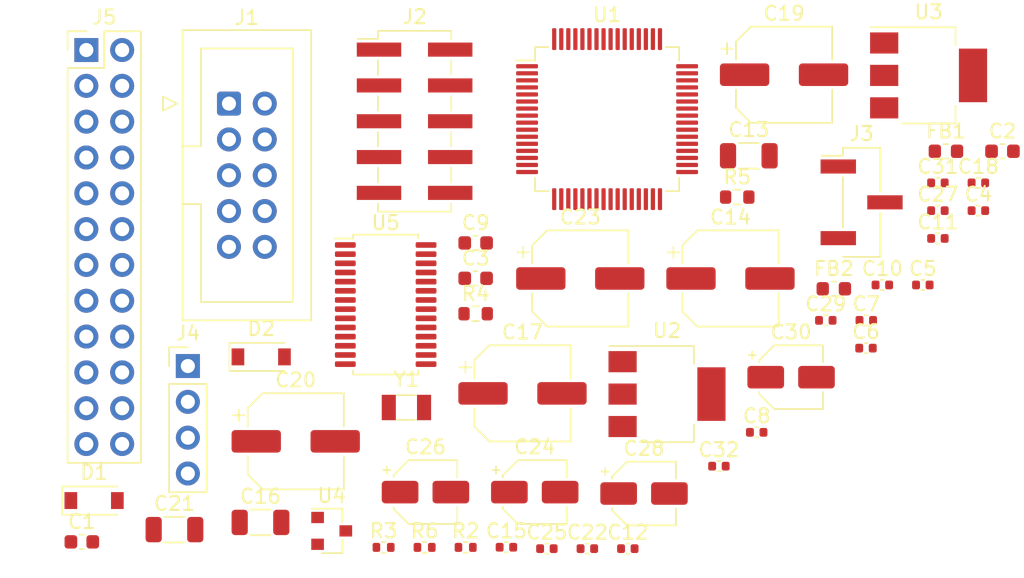
<source format=kicad_pcb>
(kicad_pcb (version 20171130) (host pcbnew 5.1.9-2.fc34)

  (general
    (thickness 1.6)
    (drawings 0)
    (tracks 0)
    (zones 0)
    (modules 52)
    (nets 84)
  )

  (page A4)
  (layers
    (0 F.Cu signal)
    (1 In1.Cu power hide)
    (2 In2.Cu power hide)
    (31 B.Cu signal)
    (32 B.Adhes user)
    (33 F.Adhes user)
    (34 B.Paste user)
    (35 F.Paste user)
    (36 B.SilkS user)
    (37 F.SilkS user)
    (38 B.Mask user)
    (39 F.Mask user)
    (40 Dwgs.User user)
    (41 Cmts.User user)
    (42 Eco1.User user)
    (43 Eco2.User user)
    (44 Edge.Cuts user)
    (45 Margin user)
    (46 B.CrtYd user)
    (47 F.CrtYd user)
    (48 B.Fab user)
    (49 F.Fab user)
  )

  (setup
    (last_trace_width 0.25)
    (trace_clearance 0.2)
    (zone_clearance 0.508)
    (zone_45_only no)
    (trace_min 0.2)
    (via_size 0.8)
    (via_drill 0.4)
    (via_min_size 0.4)
    (via_min_drill 0.3)
    (uvia_size 0.3)
    (uvia_drill 0.1)
    (uvias_allowed no)
    (uvia_min_size 0.2)
    (uvia_min_drill 0.1)
    (edge_width 0.05)
    (segment_width 0.2)
    (pcb_text_width 0.3)
    (pcb_text_size 1.5 1.5)
    (mod_edge_width 0.12)
    (mod_text_size 1 1)
    (mod_text_width 0.15)
    (pad_size 1.524 1.524)
    (pad_drill 0.762)
    (pad_to_mask_clearance 0)
    (aux_axis_origin 0 0)
    (visible_elements FFFFFF7F)
    (pcbplotparams
      (layerselection 0x010fc_ffffffff)
      (usegerberextensions false)
      (usegerberattributes true)
      (usegerberadvancedattributes true)
      (creategerberjobfile true)
      (excludeedgelayer true)
      (linewidth 0.100000)
      (plotframeref false)
      (viasonmask false)
      (mode 1)
      (useauxorigin false)
      (hpglpennumber 1)
      (hpglpenspeed 20)
      (hpglpendiameter 15.000000)
      (psnegative false)
      (psa4output false)
      (plotreference true)
      (plotvalue true)
      (plotinvisibletext false)
      (padsonsilk false)
      (subtractmaskfromsilk false)
      (outputformat 1)
      (mirror false)
      (drillshape 1)
      (scaleselection 1)
      (outputdirectory ""))
  )

  (net 0 "")
  (net 1 GND)
  (net 2 "Net-(C1-Pad1)")
  (net 3 "Net-(C2-Pad1)")
  (net 4 +3V3)
  (net 5 +3.3VA)
  (net 6 HSE_IN)
  (net 7 HSE_OUT)
  (net 8 "Net-(C13-Pad1)")
  (net 9 "Net-(C16-Pad1)")
  (net 10 VCC)
  (net 11 VEE)
  (net 12 -10V)
  (net 13 "Net-(C22-Pad1)")
  (net 14 NRST)
  (net 15 "Net-(D1-Pad2)")
  (net 16 "Net-(D2-Pad1)")
  (net 17 "Net-(J2-Pad2)")
  (net 18 SWCLK)
  (net 19 SWO)
  (net 20 "Net-(J2-Pad7)")
  (net 21 "Net-(J2-Pad8)")
  (net 22 UART_TX)
  (net 23 UART_RX)
  (net 24 NOTE_POT)
  (net 25 TABLE_POT)
  (net 26 "Net-(J5-Pad3)")
  (net 27 CHORD_POT)
  (net 28 "Net-(J5-Pad5)")
  (net 29 SCALE_POT)
  (net 30 "Net-(J5-Pad7)")
  (net 31 BUTTON)
  (net 32 DISPLAY_A)
  (net 33 DISPLAY_B)
  (net 34 DISPLAY_C)
  (net 35 DISPLAY_D)
  (net 36 DISPLAY_E)
  (net 37 DISPLAY_F)
  (net 38 DISPLAY_G)
  (net 39 DISPLAY_DP)
  (net 40 VOCT_CV)
  (net 41 CHORD_CV)
  (net 42 TABLE_CV)
  (net 43 SCALE_CV)
  (net 44 RAMP_DAC)
  (net 45 RAMP_CV)
  (net 46 CAMP_DAC)
  (net 47 CAMP_CV)
  (net 48 I2C_SCL)
  (net 49 I2C_SDA)
  (net 50 SWDIO)
  (net 51 "Net-(U1-Pad2)")
  (net 52 "Net-(U1-Pad3)")
  (net 53 "Net-(U1-Pad11)")
  (net 54 "Net-(U1-Pad14)")
  (net 55 "Net-(U1-Pad17)")
  (net 56 "Net-(U1-Pad20)")
  (net 57 "Net-(U1-Pad26)")
  (net 58 "Net-(U1-Pad27)")
  (net 59 "Net-(U1-Pad28)")
  (net 60 I2S_WS)
  (net 61 I2S_CK)
  (net 62 "Net-(U1-Pad35)")
  (net 63 I2S_SD)
  (net 64 I2S_MCK)
  (net 65 "Net-(U1-Pad50)")
  (net 66 "Net-(U1-Pad51)")
  (net 67 "Net-(U1-Pad52)")
  (net 68 "Net-(U1-Pad53)")
  (net 69 "Net-(U1-Pad54)")
  (net 70 "Net-(U1-Pad56)")
  (net 71 "Net-(U1-Pad57)")
  (net 72 "Net-(U1-Pad61)")
  (net 73 "Net-(U1-Pad62)")
  (net 74 "Net-(U5-Pad2)")
  (net 75 "Net-(U5-Pad4)")
  (net 76 "Net-(U5-Pad5)")
  (net 77 "Net-(U5-Pad9)")
  (net 78 "Net-(U5-Pad10)")
  (net 79 "Net-(U5-Pad17)")
  (net 80 "Net-(U5-Pad18)")
  (net 81 "Net-(U5-Pad19)")
  (net 82 "Net-(U5-Pad20)")
  (net 83 "Net-(U5-Pad26)")

  (net_class Default "This is the default net class."
    (clearance 0.2)
    (trace_width 0.25)
    (via_dia 0.8)
    (via_drill 0.4)
    (uvia_dia 0.3)
    (uvia_drill 0.1)
    (add_net +3.3VA)
    (add_net +3V3)
    (add_net -10V)
    (add_net BUTTON)
    (add_net CAMP_CV)
    (add_net CAMP_DAC)
    (add_net CHORD_CV)
    (add_net CHORD_POT)
    (add_net DISPLAY_A)
    (add_net DISPLAY_B)
    (add_net DISPLAY_C)
    (add_net DISPLAY_D)
    (add_net DISPLAY_DP)
    (add_net DISPLAY_E)
    (add_net DISPLAY_F)
    (add_net DISPLAY_G)
    (add_net GND)
    (add_net HSE_IN)
    (add_net HSE_OUT)
    (add_net I2C_SCL)
    (add_net I2C_SDA)
    (add_net I2S_CK)
    (add_net I2S_MCK)
    (add_net I2S_SD)
    (add_net I2S_WS)
    (add_net NOTE_POT)
    (add_net NRST)
    (add_net "Net-(C1-Pad1)")
    (add_net "Net-(C13-Pad1)")
    (add_net "Net-(C16-Pad1)")
    (add_net "Net-(C2-Pad1)")
    (add_net "Net-(C22-Pad1)")
    (add_net "Net-(D1-Pad2)")
    (add_net "Net-(D2-Pad1)")
    (add_net "Net-(J2-Pad2)")
    (add_net "Net-(J2-Pad7)")
    (add_net "Net-(J2-Pad8)")
    (add_net "Net-(J5-Pad3)")
    (add_net "Net-(J5-Pad5)")
    (add_net "Net-(J5-Pad7)")
    (add_net "Net-(U1-Pad11)")
    (add_net "Net-(U1-Pad14)")
    (add_net "Net-(U1-Pad17)")
    (add_net "Net-(U1-Pad2)")
    (add_net "Net-(U1-Pad20)")
    (add_net "Net-(U1-Pad26)")
    (add_net "Net-(U1-Pad27)")
    (add_net "Net-(U1-Pad28)")
    (add_net "Net-(U1-Pad3)")
    (add_net "Net-(U1-Pad35)")
    (add_net "Net-(U1-Pad50)")
    (add_net "Net-(U1-Pad51)")
    (add_net "Net-(U1-Pad52)")
    (add_net "Net-(U1-Pad53)")
    (add_net "Net-(U1-Pad54)")
    (add_net "Net-(U1-Pad56)")
    (add_net "Net-(U1-Pad57)")
    (add_net "Net-(U1-Pad61)")
    (add_net "Net-(U1-Pad62)")
    (add_net "Net-(U5-Pad10)")
    (add_net "Net-(U5-Pad17)")
    (add_net "Net-(U5-Pad18)")
    (add_net "Net-(U5-Pad19)")
    (add_net "Net-(U5-Pad2)")
    (add_net "Net-(U5-Pad20)")
    (add_net "Net-(U5-Pad26)")
    (add_net "Net-(U5-Pad4)")
    (add_net "Net-(U5-Pad5)")
    (add_net "Net-(U5-Pad9)")
    (add_net RAMP_CV)
    (add_net RAMP_DAC)
    (add_net SCALE_CV)
    (add_net SCALE_POT)
    (add_net SWCLK)
    (add_net SWDIO)
    (add_net SWO)
    (add_net TABLE_CV)
    (add_net TABLE_POT)
    (add_net UART_RX)
    (add_net UART_TX)
    (add_net VCC)
    (add_net VEE)
    (add_net VOCT_CV)
  )

  (module Capacitor_SMD:C_0603_1608Metric (layer F.Cu) (tedit 5F68FEEE) (tstamp 6084EAE7)
    (at 105.645001 116.715001)
    (descr "Capacitor SMD 0603 (1608 Metric), square (rectangular) end terminal, IPC_7351 nominal, (Body size source: IPC-SM-782 page 76, https://www.pcb-3d.com/wordpress/wp-content/uploads/ipc-sm-782a_amendment_1_and_2.pdf), generated with kicad-footprint-generator")
    (tags capacitor)
    (path /607F3D23)
    (attr smd)
    (fp_text reference C1 (at 0 -1.43) (layer F.SilkS)
      (effects (font (size 1 1) (thickness 0.15)))
    )
    (fp_text value 2u2 (at 0 1.43) (layer F.Fab)
      (effects (font (size 1 1) (thickness 0.15)))
    )
    (fp_text user %R (at 0 0) (layer F.Fab)
      (effects (font (size 0.4 0.4) (thickness 0.06)))
    )
    (fp_line (start -0.8 0.4) (end -0.8 -0.4) (layer F.Fab) (width 0.1))
    (fp_line (start -0.8 -0.4) (end 0.8 -0.4) (layer F.Fab) (width 0.1))
    (fp_line (start 0.8 -0.4) (end 0.8 0.4) (layer F.Fab) (width 0.1))
    (fp_line (start 0.8 0.4) (end -0.8 0.4) (layer F.Fab) (width 0.1))
    (fp_line (start -0.14058 -0.51) (end 0.14058 -0.51) (layer F.SilkS) (width 0.12))
    (fp_line (start -0.14058 0.51) (end 0.14058 0.51) (layer F.SilkS) (width 0.12))
    (fp_line (start -1.48 0.73) (end -1.48 -0.73) (layer F.CrtYd) (width 0.05))
    (fp_line (start -1.48 -0.73) (end 1.48 -0.73) (layer F.CrtYd) (width 0.05))
    (fp_line (start 1.48 -0.73) (end 1.48 0.73) (layer F.CrtYd) (width 0.05))
    (fp_line (start 1.48 0.73) (end -1.48 0.73) (layer F.CrtYd) (width 0.05))
    (pad 2 smd roundrect (at 0.775 0) (size 0.9 0.95) (layers F.Cu F.Paste F.Mask) (roundrect_rratio 0.25)
      (net 1 GND))
    (pad 1 smd roundrect (at -0.775 0) (size 0.9 0.95) (layers F.Cu F.Paste F.Mask) (roundrect_rratio 0.25)
      (net 2 "Net-(C1-Pad1)"))
    (model ${KISYS3DMOD}/Capacitor_SMD.3dshapes/C_0603_1608Metric.wrl
      (at (xyz 0 0 0))
      (scale (xyz 1 1 1))
      (rotate (xyz 0 0 0))
    )
  )

  (module Capacitor_SMD:C_0603_1608Metric (layer F.Cu) (tedit 5F68FEEE) (tstamp 6084EAF8)
    (at 170.935001 89.015001)
    (descr "Capacitor SMD 0603 (1608 Metric), square (rectangular) end terminal, IPC_7351 nominal, (Body size source: IPC-SM-782 page 76, https://www.pcb-3d.com/wordpress/wp-content/uploads/ipc-sm-782a_amendment_1_and_2.pdf), generated with kicad-footprint-generator")
    (tags capacitor)
    (path /607F65F4)
    (attr smd)
    (fp_text reference C2 (at 0 -1.43) (layer F.SilkS)
      (effects (font (size 1 1) (thickness 0.15)))
    )
    (fp_text value 2u2 (at 0 1.43) (layer F.Fab)
      (effects (font (size 1 1) (thickness 0.15)))
    )
    (fp_line (start 1.48 0.73) (end -1.48 0.73) (layer F.CrtYd) (width 0.05))
    (fp_line (start 1.48 -0.73) (end 1.48 0.73) (layer F.CrtYd) (width 0.05))
    (fp_line (start -1.48 -0.73) (end 1.48 -0.73) (layer F.CrtYd) (width 0.05))
    (fp_line (start -1.48 0.73) (end -1.48 -0.73) (layer F.CrtYd) (width 0.05))
    (fp_line (start -0.14058 0.51) (end 0.14058 0.51) (layer F.SilkS) (width 0.12))
    (fp_line (start -0.14058 -0.51) (end 0.14058 -0.51) (layer F.SilkS) (width 0.12))
    (fp_line (start 0.8 0.4) (end -0.8 0.4) (layer F.Fab) (width 0.1))
    (fp_line (start 0.8 -0.4) (end 0.8 0.4) (layer F.Fab) (width 0.1))
    (fp_line (start -0.8 -0.4) (end 0.8 -0.4) (layer F.Fab) (width 0.1))
    (fp_line (start -0.8 0.4) (end -0.8 -0.4) (layer F.Fab) (width 0.1))
    (fp_text user %R (at 0 0) (layer F.Fab)
      (effects (font (size 0.4 0.4) (thickness 0.06)))
    )
    (pad 1 smd roundrect (at -0.775 0) (size 0.9 0.95) (layers F.Cu F.Paste F.Mask) (roundrect_rratio 0.25)
      (net 3 "Net-(C2-Pad1)"))
    (pad 2 smd roundrect (at 0.775 0) (size 0.9 0.95) (layers F.Cu F.Paste F.Mask) (roundrect_rratio 0.25)
      (net 1 GND))
    (model ${KISYS3DMOD}/Capacitor_SMD.3dshapes/C_0603_1608Metric.wrl
      (at (xyz 0 0 0))
      (scale (xyz 1 1 1))
      (rotate (xyz 0 0 0))
    )
  )

  (module Capacitor_SMD:C_0603_1608Metric (layer F.Cu) (tedit 5F68FEEE) (tstamp 6084EB09)
    (at 133.575001 98.025001)
    (descr "Capacitor SMD 0603 (1608 Metric), square (rectangular) end terminal, IPC_7351 nominal, (Body size source: IPC-SM-782 page 76, https://www.pcb-3d.com/wordpress/wp-content/uploads/ipc-sm-782a_amendment_1_and_2.pdf), generated with kicad-footprint-generator")
    (tags capacitor)
    (path /60872EC4)
    (attr smd)
    (fp_text reference C3 (at 0 -1.43) (layer F.SilkS)
      (effects (font (size 1 1) (thickness 0.15)))
    )
    (fp_text value 4u7 (at 0 1.43) (layer F.Fab)
      (effects (font (size 1 1) (thickness 0.15)))
    )
    (fp_text user %R (at 0 0) (layer F.Fab)
      (effects (font (size 0.4 0.4) (thickness 0.06)))
    )
    (fp_line (start -0.8 0.4) (end -0.8 -0.4) (layer F.Fab) (width 0.1))
    (fp_line (start -0.8 -0.4) (end 0.8 -0.4) (layer F.Fab) (width 0.1))
    (fp_line (start 0.8 -0.4) (end 0.8 0.4) (layer F.Fab) (width 0.1))
    (fp_line (start 0.8 0.4) (end -0.8 0.4) (layer F.Fab) (width 0.1))
    (fp_line (start -0.14058 -0.51) (end 0.14058 -0.51) (layer F.SilkS) (width 0.12))
    (fp_line (start -0.14058 0.51) (end 0.14058 0.51) (layer F.SilkS) (width 0.12))
    (fp_line (start -1.48 0.73) (end -1.48 -0.73) (layer F.CrtYd) (width 0.05))
    (fp_line (start -1.48 -0.73) (end 1.48 -0.73) (layer F.CrtYd) (width 0.05))
    (fp_line (start 1.48 -0.73) (end 1.48 0.73) (layer F.CrtYd) (width 0.05))
    (fp_line (start 1.48 0.73) (end -1.48 0.73) (layer F.CrtYd) (width 0.05))
    (pad 2 smd roundrect (at 0.775 0) (size 0.9 0.95) (layers F.Cu F.Paste F.Mask) (roundrect_rratio 0.25)
      (net 1 GND))
    (pad 1 smd roundrect (at -0.775 0) (size 0.9 0.95) (layers F.Cu F.Paste F.Mask) (roundrect_rratio 0.25)
      (net 4 +3V3))
    (model ${KISYS3DMOD}/Capacitor_SMD.3dshapes/C_0603_1608Metric.wrl
      (at (xyz 0 0 0))
      (scale (xyz 1 1 1))
      (rotate (xyz 0 0 0))
    )
  )

  (module Capacitor_SMD:C_0402_1005Metric (layer F.Cu) (tedit 5F68FEEE) (tstamp 6084EB1A)
    (at 169.225001 93.225001)
    (descr "Capacitor SMD 0402 (1005 Metric), square (rectangular) end terminal, IPC_7351 nominal, (Body size source: IPC-SM-782 page 76, https://www.pcb-3d.com/wordpress/wp-content/uploads/ipc-sm-782a_amendment_1_and_2.pdf), generated with kicad-footprint-generator")
    (tags capacitor)
    (path /6087FE1A)
    (attr smd)
    (fp_text reference C4 (at 0 -1.16) (layer F.SilkS)
      (effects (font (size 1 1) (thickness 0.15)))
    )
    (fp_text value 100n (at 0 1.16) (layer F.Fab)
      (effects (font (size 1 1) (thickness 0.15)))
    )
    (fp_line (start 0.91 0.46) (end -0.91 0.46) (layer F.CrtYd) (width 0.05))
    (fp_line (start 0.91 -0.46) (end 0.91 0.46) (layer F.CrtYd) (width 0.05))
    (fp_line (start -0.91 -0.46) (end 0.91 -0.46) (layer F.CrtYd) (width 0.05))
    (fp_line (start -0.91 0.46) (end -0.91 -0.46) (layer F.CrtYd) (width 0.05))
    (fp_line (start -0.107836 0.36) (end 0.107836 0.36) (layer F.SilkS) (width 0.12))
    (fp_line (start -0.107836 -0.36) (end 0.107836 -0.36) (layer F.SilkS) (width 0.12))
    (fp_line (start 0.5 0.25) (end -0.5 0.25) (layer F.Fab) (width 0.1))
    (fp_line (start 0.5 -0.25) (end 0.5 0.25) (layer F.Fab) (width 0.1))
    (fp_line (start -0.5 -0.25) (end 0.5 -0.25) (layer F.Fab) (width 0.1))
    (fp_line (start -0.5 0.25) (end -0.5 -0.25) (layer F.Fab) (width 0.1))
    (fp_text user %R (at 0 0) (layer F.Fab)
      (effects (font (size 0.25 0.25) (thickness 0.04)))
    )
    (pad 1 smd roundrect (at -0.48 0) (size 0.56 0.62) (layers F.Cu F.Paste F.Mask) (roundrect_rratio 0.25)
      (net 4 +3V3))
    (pad 2 smd roundrect (at 0.48 0) (size 0.56 0.62) (layers F.Cu F.Paste F.Mask) (roundrect_rratio 0.25)
      (net 1 GND))
    (model ${KISYS3DMOD}/Capacitor_SMD.3dshapes/C_0402_1005Metric.wrl
      (at (xyz 0 0 0))
      (scale (xyz 1 1 1))
      (rotate (xyz 0 0 0))
    )
  )

  (module Capacitor_SMD:C_0402_1005Metric (layer F.Cu) (tedit 5F68FEEE) (tstamp 6084EB2B)
    (at 165.285001 98.495001)
    (descr "Capacitor SMD 0402 (1005 Metric), square (rectangular) end terminal, IPC_7351 nominal, (Body size source: IPC-SM-782 page 76, https://www.pcb-3d.com/wordpress/wp-content/uploads/ipc-sm-782a_amendment_1_and_2.pdf), generated with kicad-footprint-generator")
    (tags capacitor)
    (path /60880485)
    (attr smd)
    (fp_text reference C5 (at 0 -1.16) (layer F.SilkS)
      (effects (font (size 1 1) (thickness 0.15)))
    )
    (fp_text value 100n (at 0 1.16) (layer F.Fab)
      (effects (font (size 1 1) (thickness 0.15)))
    )
    (fp_text user %R (at 0 0) (layer F.Fab)
      (effects (font (size 0.25 0.25) (thickness 0.04)))
    )
    (fp_line (start -0.5 0.25) (end -0.5 -0.25) (layer F.Fab) (width 0.1))
    (fp_line (start -0.5 -0.25) (end 0.5 -0.25) (layer F.Fab) (width 0.1))
    (fp_line (start 0.5 -0.25) (end 0.5 0.25) (layer F.Fab) (width 0.1))
    (fp_line (start 0.5 0.25) (end -0.5 0.25) (layer F.Fab) (width 0.1))
    (fp_line (start -0.107836 -0.36) (end 0.107836 -0.36) (layer F.SilkS) (width 0.12))
    (fp_line (start -0.107836 0.36) (end 0.107836 0.36) (layer F.SilkS) (width 0.12))
    (fp_line (start -0.91 0.46) (end -0.91 -0.46) (layer F.CrtYd) (width 0.05))
    (fp_line (start -0.91 -0.46) (end 0.91 -0.46) (layer F.CrtYd) (width 0.05))
    (fp_line (start 0.91 -0.46) (end 0.91 0.46) (layer F.CrtYd) (width 0.05))
    (fp_line (start 0.91 0.46) (end -0.91 0.46) (layer F.CrtYd) (width 0.05))
    (pad 2 smd roundrect (at 0.48 0) (size 0.56 0.62) (layers F.Cu F.Paste F.Mask) (roundrect_rratio 0.25)
      (net 1 GND))
    (pad 1 smd roundrect (at -0.48 0) (size 0.56 0.62) (layers F.Cu F.Paste F.Mask) (roundrect_rratio 0.25)
      (net 4 +3V3))
    (model ${KISYS3DMOD}/Capacitor_SMD.3dshapes/C_0402_1005Metric.wrl
      (at (xyz 0 0 0))
      (scale (xyz 1 1 1))
      (rotate (xyz 0 0 0))
    )
  )

  (module Capacitor_SMD:C_0402_1005Metric (layer F.Cu) (tedit 5F68FEEE) (tstamp 6084EB3C)
    (at 161.255001 102.975001)
    (descr "Capacitor SMD 0402 (1005 Metric), square (rectangular) end terminal, IPC_7351 nominal, (Body size source: IPC-SM-782 page 76, https://www.pcb-3d.com/wordpress/wp-content/uploads/ipc-sm-782a_amendment_1_and_2.pdf), generated with kicad-footprint-generator")
    (tags capacitor)
    (path /60880A47)
    (attr smd)
    (fp_text reference C6 (at 0 -1.16) (layer F.SilkS)
      (effects (font (size 1 1) (thickness 0.15)))
    )
    (fp_text value 100n (at 0 1.16) (layer F.Fab)
      (effects (font (size 1 1) (thickness 0.15)))
    )
    (fp_line (start 0.91 0.46) (end -0.91 0.46) (layer F.CrtYd) (width 0.05))
    (fp_line (start 0.91 -0.46) (end 0.91 0.46) (layer F.CrtYd) (width 0.05))
    (fp_line (start -0.91 -0.46) (end 0.91 -0.46) (layer F.CrtYd) (width 0.05))
    (fp_line (start -0.91 0.46) (end -0.91 -0.46) (layer F.CrtYd) (width 0.05))
    (fp_line (start -0.107836 0.36) (end 0.107836 0.36) (layer F.SilkS) (width 0.12))
    (fp_line (start -0.107836 -0.36) (end 0.107836 -0.36) (layer F.SilkS) (width 0.12))
    (fp_line (start 0.5 0.25) (end -0.5 0.25) (layer F.Fab) (width 0.1))
    (fp_line (start 0.5 -0.25) (end 0.5 0.25) (layer F.Fab) (width 0.1))
    (fp_line (start -0.5 -0.25) (end 0.5 -0.25) (layer F.Fab) (width 0.1))
    (fp_line (start -0.5 0.25) (end -0.5 -0.25) (layer F.Fab) (width 0.1))
    (fp_text user %R (at 0 0) (layer F.Fab)
      (effects (font (size 0.25 0.25) (thickness 0.04)))
    )
    (pad 1 smd roundrect (at -0.48 0) (size 0.56 0.62) (layers F.Cu F.Paste F.Mask) (roundrect_rratio 0.25)
      (net 4 +3V3))
    (pad 2 smd roundrect (at 0.48 0) (size 0.56 0.62) (layers F.Cu F.Paste F.Mask) (roundrect_rratio 0.25)
      (net 1 GND))
    (model ${KISYS3DMOD}/Capacitor_SMD.3dshapes/C_0402_1005Metric.wrl
      (at (xyz 0 0 0))
      (scale (xyz 1 1 1))
      (rotate (xyz 0 0 0))
    )
  )

  (module Capacitor_SMD:C_0402_1005Metric (layer F.Cu) (tedit 5F68FEEE) (tstamp 6084EB4D)
    (at 161.275001 101.005001)
    (descr "Capacitor SMD 0402 (1005 Metric), square (rectangular) end terminal, IPC_7351 nominal, (Body size source: IPC-SM-782 page 76, https://www.pcb-3d.com/wordpress/wp-content/uploads/ipc-sm-782a_amendment_1_and_2.pdf), generated with kicad-footprint-generator")
    (tags capacitor)
    (path /60882581)
    (attr smd)
    (fp_text reference C7 (at 0 -1.16) (layer F.SilkS)
      (effects (font (size 1 1) (thickness 0.15)))
    )
    (fp_text value 100n (at 0 1.16) (layer F.Fab)
      (effects (font (size 1 1) (thickness 0.15)))
    )
    (fp_text user %R (at 0 0) (layer F.Fab)
      (effects (font (size 0.25 0.25) (thickness 0.04)))
    )
    (fp_line (start -0.5 0.25) (end -0.5 -0.25) (layer F.Fab) (width 0.1))
    (fp_line (start -0.5 -0.25) (end 0.5 -0.25) (layer F.Fab) (width 0.1))
    (fp_line (start 0.5 -0.25) (end 0.5 0.25) (layer F.Fab) (width 0.1))
    (fp_line (start 0.5 0.25) (end -0.5 0.25) (layer F.Fab) (width 0.1))
    (fp_line (start -0.107836 -0.36) (end 0.107836 -0.36) (layer F.SilkS) (width 0.12))
    (fp_line (start -0.107836 0.36) (end 0.107836 0.36) (layer F.SilkS) (width 0.12))
    (fp_line (start -0.91 0.46) (end -0.91 -0.46) (layer F.CrtYd) (width 0.05))
    (fp_line (start -0.91 -0.46) (end 0.91 -0.46) (layer F.CrtYd) (width 0.05))
    (fp_line (start 0.91 -0.46) (end 0.91 0.46) (layer F.CrtYd) (width 0.05))
    (fp_line (start 0.91 0.46) (end -0.91 0.46) (layer F.CrtYd) (width 0.05))
    (pad 2 smd roundrect (at 0.48 0) (size 0.56 0.62) (layers F.Cu F.Paste F.Mask) (roundrect_rratio 0.25)
      (net 1 GND))
    (pad 1 smd roundrect (at -0.48 0) (size 0.56 0.62) (layers F.Cu F.Paste F.Mask) (roundrect_rratio 0.25)
      (net 4 +3V3))
    (model ${KISYS3DMOD}/Capacitor_SMD.3dshapes/C_0402_1005Metric.wrl
      (at (xyz 0 0 0))
      (scale (xyz 1 1 1))
      (rotate (xyz 0 0 0))
    )
  )

  (module Capacitor_SMD:C_0402_1005Metric (layer F.Cu) (tedit 5F68FEEE) (tstamp 6084EB5E)
    (at 153.505001 108.945001)
    (descr "Capacitor SMD 0402 (1005 Metric), square (rectangular) end terminal, IPC_7351 nominal, (Body size source: IPC-SM-782 page 76, https://www.pcb-3d.com/wordpress/wp-content/uploads/ipc-sm-782a_amendment_1_and_2.pdf), generated with kicad-footprint-generator")
    (tags capacitor)
    (path /60882A6C)
    (attr smd)
    (fp_text reference C8 (at 0 -1.16) (layer F.SilkS)
      (effects (font (size 1 1) (thickness 0.15)))
    )
    (fp_text value 100n (at 0 1.16) (layer F.Fab)
      (effects (font (size 1 1) (thickness 0.15)))
    )
    (fp_line (start 0.91 0.46) (end -0.91 0.46) (layer F.CrtYd) (width 0.05))
    (fp_line (start 0.91 -0.46) (end 0.91 0.46) (layer F.CrtYd) (width 0.05))
    (fp_line (start -0.91 -0.46) (end 0.91 -0.46) (layer F.CrtYd) (width 0.05))
    (fp_line (start -0.91 0.46) (end -0.91 -0.46) (layer F.CrtYd) (width 0.05))
    (fp_line (start -0.107836 0.36) (end 0.107836 0.36) (layer F.SilkS) (width 0.12))
    (fp_line (start -0.107836 -0.36) (end 0.107836 -0.36) (layer F.SilkS) (width 0.12))
    (fp_line (start 0.5 0.25) (end -0.5 0.25) (layer F.Fab) (width 0.1))
    (fp_line (start 0.5 -0.25) (end 0.5 0.25) (layer F.Fab) (width 0.1))
    (fp_line (start -0.5 -0.25) (end 0.5 -0.25) (layer F.Fab) (width 0.1))
    (fp_line (start -0.5 0.25) (end -0.5 -0.25) (layer F.Fab) (width 0.1))
    (fp_text user %R (at 0 0) (layer F.Fab)
      (effects (font (size 0.25 0.25) (thickness 0.04)))
    )
    (pad 1 smd roundrect (at -0.48 0) (size 0.56 0.62) (layers F.Cu F.Paste F.Mask) (roundrect_rratio 0.25)
      (net 4 +3V3))
    (pad 2 smd roundrect (at 0.48 0) (size 0.56 0.62) (layers F.Cu F.Paste F.Mask) (roundrect_rratio 0.25)
      (net 1 GND))
    (model ${KISYS3DMOD}/Capacitor_SMD.3dshapes/C_0402_1005Metric.wrl
      (at (xyz 0 0 0))
      (scale (xyz 1 1 1))
      (rotate (xyz 0 0 0))
    )
  )

  (module Capacitor_SMD:C_0603_1608Metric (layer F.Cu) (tedit 5F68FEEE) (tstamp 6084EB6F)
    (at 133.575001 95.515001)
    (descr "Capacitor SMD 0603 (1608 Metric), square (rectangular) end terminal, IPC_7351 nominal, (Body size source: IPC-SM-782 page 76, https://www.pcb-3d.com/wordpress/wp-content/uploads/ipc-sm-782a_amendment_1_and_2.pdf), generated with kicad-footprint-generator")
    (tags capacitor)
    (path /60897CF8)
    (attr smd)
    (fp_text reference C9 (at 0 -1.43) (layer F.SilkS)
      (effects (font (size 1 1) (thickness 0.15)))
    )
    (fp_text value 1u (at 0 1.43) (layer F.Fab)
      (effects (font (size 1 1) (thickness 0.15)))
    )
    (fp_line (start 1.48 0.73) (end -1.48 0.73) (layer F.CrtYd) (width 0.05))
    (fp_line (start 1.48 -0.73) (end 1.48 0.73) (layer F.CrtYd) (width 0.05))
    (fp_line (start -1.48 -0.73) (end 1.48 -0.73) (layer F.CrtYd) (width 0.05))
    (fp_line (start -1.48 0.73) (end -1.48 -0.73) (layer F.CrtYd) (width 0.05))
    (fp_line (start -0.14058 0.51) (end 0.14058 0.51) (layer F.SilkS) (width 0.12))
    (fp_line (start -0.14058 -0.51) (end 0.14058 -0.51) (layer F.SilkS) (width 0.12))
    (fp_line (start 0.8 0.4) (end -0.8 0.4) (layer F.Fab) (width 0.1))
    (fp_line (start 0.8 -0.4) (end 0.8 0.4) (layer F.Fab) (width 0.1))
    (fp_line (start -0.8 -0.4) (end 0.8 -0.4) (layer F.Fab) (width 0.1))
    (fp_line (start -0.8 0.4) (end -0.8 -0.4) (layer F.Fab) (width 0.1))
    (fp_text user %R (at 0 0) (layer F.Fab)
      (effects (font (size 0.4 0.4) (thickness 0.06)))
    )
    (pad 1 smd roundrect (at -0.775 0) (size 0.9 0.95) (layers F.Cu F.Paste F.Mask) (roundrect_rratio 0.25)
      (net 5 +3.3VA))
    (pad 2 smd roundrect (at 0.775 0) (size 0.9 0.95) (layers F.Cu F.Paste F.Mask) (roundrect_rratio 0.25)
      (net 1 GND))
    (model ${KISYS3DMOD}/Capacitor_SMD.3dshapes/C_0603_1608Metric.wrl
      (at (xyz 0 0 0))
      (scale (xyz 1 1 1))
      (rotate (xyz 0 0 0))
    )
  )

  (module Capacitor_SMD:C_0402_1005Metric (layer F.Cu) (tedit 5F68FEEE) (tstamp 6084EB80)
    (at 162.415001 98.495001)
    (descr "Capacitor SMD 0402 (1005 Metric), square (rectangular) end terminal, IPC_7351 nominal, (Body size source: IPC-SM-782 page 76, https://www.pcb-3d.com/wordpress/wp-content/uploads/ipc-sm-782a_amendment_1_and_2.pdf), generated with kicad-footprint-generator")
    (tags capacitor)
    (path /608981C8)
    (attr smd)
    (fp_text reference C10 (at 0 -1.16) (layer F.SilkS)
      (effects (font (size 1 1) (thickness 0.15)))
    )
    (fp_text value 10n (at 0 1.16) (layer F.Fab)
      (effects (font (size 1 1) (thickness 0.15)))
    )
    (fp_line (start 0.91 0.46) (end -0.91 0.46) (layer F.CrtYd) (width 0.05))
    (fp_line (start 0.91 -0.46) (end 0.91 0.46) (layer F.CrtYd) (width 0.05))
    (fp_line (start -0.91 -0.46) (end 0.91 -0.46) (layer F.CrtYd) (width 0.05))
    (fp_line (start -0.91 0.46) (end -0.91 -0.46) (layer F.CrtYd) (width 0.05))
    (fp_line (start -0.107836 0.36) (end 0.107836 0.36) (layer F.SilkS) (width 0.12))
    (fp_line (start -0.107836 -0.36) (end 0.107836 -0.36) (layer F.SilkS) (width 0.12))
    (fp_line (start 0.5 0.25) (end -0.5 0.25) (layer F.Fab) (width 0.1))
    (fp_line (start 0.5 -0.25) (end 0.5 0.25) (layer F.Fab) (width 0.1))
    (fp_line (start -0.5 -0.25) (end 0.5 -0.25) (layer F.Fab) (width 0.1))
    (fp_line (start -0.5 0.25) (end -0.5 -0.25) (layer F.Fab) (width 0.1))
    (fp_text user %R (at 0 0) (layer F.Fab)
      (effects (font (size 0.25 0.25) (thickness 0.04)))
    )
    (pad 1 smd roundrect (at -0.48 0) (size 0.56 0.62) (layers F.Cu F.Paste F.Mask) (roundrect_rratio 0.25)
      (net 5 +3.3VA))
    (pad 2 smd roundrect (at 0.48 0) (size 0.56 0.62) (layers F.Cu F.Paste F.Mask) (roundrect_rratio 0.25)
      (net 1 GND))
    (model ${KISYS3DMOD}/Capacitor_SMD.3dshapes/C_0402_1005Metric.wrl
      (at (xyz 0 0 0))
      (scale (xyz 1 1 1))
      (rotate (xyz 0 0 0))
    )
  )

  (module Capacitor_SMD:C_0402_1005Metric (layer F.Cu) (tedit 5F68FEEE) (tstamp 6084EB91)
    (at 166.355001 95.195001)
    (descr "Capacitor SMD 0402 (1005 Metric), square (rectangular) end terminal, IPC_7351 nominal, (Body size source: IPC-SM-782 page 76, https://www.pcb-3d.com/wordpress/wp-content/uploads/ipc-sm-782a_amendment_1_and_2.pdf), generated with kicad-footprint-generator")
    (tags capacitor)
    (path /608F5CD8)
    (attr smd)
    (fp_text reference C11 (at 0 -1.16) (layer F.SilkS)
      (effects (font (size 1 1) (thickness 0.15)))
    )
    (fp_text value 12p (at 0 1.16) (layer F.Fab)
      (effects (font (size 1 1) (thickness 0.15)))
    )
    (fp_text user %R (at 0 0) (layer F.Fab)
      (effects (font (size 0.25 0.25) (thickness 0.04)))
    )
    (fp_line (start -0.5 0.25) (end -0.5 -0.25) (layer F.Fab) (width 0.1))
    (fp_line (start -0.5 -0.25) (end 0.5 -0.25) (layer F.Fab) (width 0.1))
    (fp_line (start 0.5 -0.25) (end 0.5 0.25) (layer F.Fab) (width 0.1))
    (fp_line (start 0.5 0.25) (end -0.5 0.25) (layer F.Fab) (width 0.1))
    (fp_line (start -0.107836 -0.36) (end 0.107836 -0.36) (layer F.SilkS) (width 0.12))
    (fp_line (start -0.107836 0.36) (end 0.107836 0.36) (layer F.SilkS) (width 0.12))
    (fp_line (start -0.91 0.46) (end -0.91 -0.46) (layer F.CrtYd) (width 0.05))
    (fp_line (start -0.91 -0.46) (end 0.91 -0.46) (layer F.CrtYd) (width 0.05))
    (fp_line (start 0.91 -0.46) (end 0.91 0.46) (layer F.CrtYd) (width 0.05))
    (fp_line (start 0.91 0.46) (end -0.91 0.46) (layer F.CrtYd) (width 0.05))
    (pad 2 smd roundrect (at 0.48 0) (size 0.56 0.62) (layers F.Cu F.Paste F.Mask) (roundrect_rratio 0.25)
      (net 6 HSE_IN))
    (pad 1 smd roundrect (at -0.48 0) (size 0.56 0.62) (layers F.Cu F.Paste F.Mask) (roundrect_rratio 0.25)
      (net 1 GND))
    (model ${KISYS3DMOD}/Capacitor_SMD.3dshapes/C_0402_1005Metric.wrl
      (at (xyz 0 0 0))
      (scale (xyz 1 1 1))
      (rotate (xyz 0 0 0))
    )
  )

  (module Capacitor_SMD:C_0402_1005Metric (layer F.Cu) (tedit 5F68FEEE) (tstamp 6084EBA2)
    (at 144.365001 117.195001)
    (descr "Capacitor SMD 0402 (1005 Metric), square (rectangular) end terminal, IPC_7351 nominal, (Body size source: IPC-SM-782 page 76, https://www.pcb-3d.com/wordpress/wp-content/uploads/ipc-sm-782a_amendment_1_and_2.pdf), generated with kicad-footprint-generator")
    (tags capacitor)
    (path /608F67BA)
    (attr smd)
    (fp_text reference C12 (at 0 -1.16) (layer F.SilkS)
      (effects (font (size 1 1) (thickness 0.15)))
    )
    (fp_text value 12p (at 0 1.16) (layer F.Fab)
      (effects (font (size 1 1) (thickness 0.15)))
    )
    (fp_line (start 0.91 0.46) (end -0.91 0.46) (layer F.CrtYd) (width 0.05))
    (fp_line (start 0.91 -0.46) (end 0.91 0.46) (layer F.CrtYd) (width 0.05))
    (fp_line (start -0.91 -0.46) (end 0.91 -0.46) (layer F.CrtYd) (width 0.05))
    (fp_line (start -0.91 0.46) (end -0.91 -0.46) (layer F.CrtYd) (width 0.05))
    (fp_line (start -0.107836 0.36) (end 0.107836 0.36) (layer F.SilkS) (width 0.12))
    (fp_line (start -0.107836 -0.36) (end 0.107836 -0.36) (layer F.SilkS) (width 0.12))
    (fp_line (start 0.5 0.25) (end -0.5 0.25) (layer F.Fab) (width 0.1))
    (fp_line (start 0.5 -0.25) (end 0.5 0.25) (layer F.Fab) (width 0.1))
    (fp_line (start -0.5 -0.25) (end 0.5 -0.25) (layer F.Fab) (width 0.1))
    (fp_line (start -0.5 0.25) (end -0.5 -0.25) (layer F.Fab) (width 0.1))
    (fp_text user %R (at 0 0) (layer F.Fab)
      (effects (font (size 0.25 0.25) (thickness 0.04)))
    )
    (pad 1 smd roundrect (at -0.48 0) (size 0.56 0.62) (layers F.Cu F.Paste F.Mask) (roundrect_rratio 0.25)
      (net 1 GND))
    (pad 2 smd roundrect (at 0.48 0) (size 0.56 0.62) (layers F.Cu F.Paste F.Mask) (roundrect_rratio 0.25)
      (net 7 HSE_OUT))
    (model ${KISYS3DMOD}/Capacitor_SMD.3dshapes/C_0402_1005Metric.wrl
      (at (xyz 0 0 0))
      (scale (xyz 1 1 1))
      (rotate (xyz 0 0 0))
    )
  )

  (module Capacitor_SMD:C_1206_3216Metric (layer F.Cu) (tedit 5F68FEEE) (tstamp 6084EBB3)
    (at 152.945001 89.335001)
    (descr "Capacitor SMD 1206 (3216 Metric), square (rectangular) end terminal, IPC_7351 nominal, (Body size source: IPC-SM-782 page 76, https://www.pcb-3d.com/wordpress/wp-content/uploads/ipc-sm-782a_amendment_1_and_2.pdf), generated with kicad-footprint-generator")
    (tags capacitor)
    (path /609CF79B)
    (attr smd)
    (fp_text reference C13 (at 0 -1.85) (layer F.SilkS)
      (effects (font (size 1 1) (thickness 0.15)))
    )
    (fp_text value 100n (at 0 1.85) (layer F.Fab)
      (effects (font (size 1 1) (thickness 0.15)))
    )
    (fp_text user %R (at 0 0) (layer F.Fab)
      (effects (font (size 0.8 0.8) (thickness 0.12)))
    )
    (fp_line (start -1.6 0.8) (end -1.6 -0.8) (layer F.Fab) (width 0.1))
    (fp_line (start -1.6 -0.8) (end 1.6 -0.8) (layer F.Fab) (width 0.1))
    (fp_line (start 1.6 -0.8) (end 1.6 0.8) (layer F.Fab) (width 0.1))
    (fp_line (start 1.6 0.8) (end -1.6 0.8) (layer F.Fab) (width 0.1))
    (fp_line (start -0.711252 -0.91) (end 0.711252 -0.91) (layer F.SilkS) (width 0.12))
    (fp_line (start -0.711252 0.91) (end 0.711252 0.91) (layer F.SilkS) (width 0.12))
    (fp_line (start -2.3 1.15) (end -2.3 -1.15) (layer F.CrtYd) (width 0.05))
    (fp_line (start -2.3 -1.15) (end 2.3 -1.15) (layer F.CrtYd) (width 0.05))
    (fp_line (start 2.3 -1.15) (end 2.3 1.15) (layer F.CrtYd) (width 0.05))
    (fp_line (start 2.3 1.15) (end -2.3 1.15) (layer F.CrtYd) (width 0.05))
    (pad 2 smd roundrect (at 1.475 0) (size 1.15 1.8) (layers F.Cu F.Paste F.Mask) (roundrect_rratio 0.217391)
      (net 1 GND))
    (pad 1 smd roundrect (at -1.475 0) (size 1.15 1.8) (layers F.Cu F.Paste F.Mask) (roundrect_rratio 0.217391)
      (net 8 "Net-(C13-Pad1)"))
    (model ${KISYS3DMOD}/Capacitor_SMD.3dshapes/C_1206_3216Metric.wrl
      (at (xyz 0 0 0))
      (scale (xyz 1 1 1))
      (rotate (xyz 0 0 0))
    )
  )

  (module Capacitor_SMD:CP_Elec_6.3x5.4 (layer F.Cu) (tedit 5BCA39D0) (tstamp 6084EBDB)
    (at 151.645001 98.035001)
    (descr "SMD capacitor, aluminum electrolytic, Panasonic C55, 6.3x5.4mm")
    (tags "capacitor electrolytic")
    (path /60AB5DA3)
    (attr smd)
    (fp_text reference C14 (at 0 -4.35) (layer F.SilkS)
      (effects (font (size 1 1) (thickness 0.15)))
    )
    (fp_text value 22u (at 0 4.35) (layer F.Fab)
      (effects (font (size 1 1) (thickness 0.15)))
    )
    (fp_line (start -4.8 1.05) (end -3.55 1.05) (layer F.CrtYd) (width 0.05))
    (fp_line (start -4.8 -1.05) (end -4.8 1.05) (layer F.CrtYd) (width 0.05))
    (fp_line (start -3.55 -1.05) (end -4.8 -1.05) (layer F.CrtYd) (width 0.05))
    (fp_line (start -3.55 1.05) (end -3.55 2.4) (layer F.CrtYd) (width 0.05))
    (fp_line (start -3.55 -2.4) (end -3.55 -1.05) (layer F.CrtYd) (width 0.05))
    (fp_line (start -3.55 -2.4) (end -2.4 -3.55) (layer F.CrtYd) (width 0.05))
    (fp_line (start -3.55 2.4) (end -2.4 3.55) (layer F.CrtYd) (width 0.05))
    (fp_line (start -2.4 -3.55) (end 3.55 -3.55) (layer F.CrtYd) (width 0.05))
    (fp_line (start -2.4 3.55) (end 3.55 3.55) (layer F.CrtYd) (width 0.05))
    (fp_line (start 3.55 1.05) (end 3.55 3.55) (layer F.CrtYd) (width 0.05))
    (fp_line (start 4.8 1.05) (end 3.55 1.05) (layer F.CrtYd) (width 0.05))
    (fp_line (start 4.8 -1.05) (end 4.8 1.05) (layer F.CrtYd) (width 0.05))
    (fp_line (start 3.55 -1.05) (end 4.8 -1.05) (layer F.CrtYd) (width 0.05))
    (fp_line (start 3.55 -3.55) (end 3.55 -1.05) (layer F.CrtYd) (width 0.05))
    (fp_line (start -4.04375 -2.24125) (end -4.04375 -1.45375) (layer F.SilkS) (width 0.12))
    (fp_line (start -4.4375 -1.8475) (end -3.65 -1.8475) (layer F.SilkS) (width 0.12))
    (fp_line (start -3.41 2.345563) (end -2.345563 3.41) (layer F.SilkS) (width 0.12))
    (fp_line (start -3.41 -2.345563) (end -2.345563 -3.41) (layer F.SilkS) (width 0.12))
    (fp_line (start -3.41 -2.345563) (end -3.41 -1.06) (layer F.SilkS) (width 0.12))
    (fp_line (start -3.41 2.345563) (end -3.41 1.06) (layer F.SilkS) (width 0.12))
    (fp_line (start -2.345563 3.41) (end 3.41 3.41) (layer F.SilkS) (width 0.12))
    (fp_line (start -2.345563 -3.41) (end 3.41 -3.41) (layer F.SilkS) (width 0.12))
    (fp_line (start 3.41 -3.41) (end 3.41 -1.06) (layer F.SilkS) (width 0.12))
    (fp_line (start 3.41 3.41) (end 3.41 1.06) (layer F.SilkS) (width 0.12))
    (fp_line (start -2.389838 -1.645) (end -2.389838 -1.015) (layer F.Fab) (width 0.1))
    (fp_line (start -2.704838 -1.33) (end -2.074838 -1.33) (layer F.Fab) (width 0.1))
    (fp_line (start -3.3 2.3) (end -2.3 3.3) (layer F.Fab) (width 0.1))
    (fp_line (start -3.3 -2.3) (end -2.3 -3.3) (layer F.Fab) (width 0.1))
    (fp_line (start -3.3 -2.3) (end -3.3 2.3) (layer F.Fab) (width 0.1))
    (fp_line (start -2.3 3.3) (end 3.3 3.3) (layer F.Fab) (width 0.1))
    (fp_line (start -2.3 -3.3) (end 3.3 -3.3) (layer F.Fab) (width 0.1))
    (fp_line (start 3.3 -3.3) (end 3.3 3.3) (layer F.Fab) (width 0.1))
    (fp_circle (center 0 0) (end 3.15 0) (layer F.Fab) (width 0.1))
    (fp_text user %R (at 0 0) (layer F.Fab)
      (effects (font (size 1 1) (thickness 0.15)))
    )
    (pad 1 smd roundrect (at -2.8 0) (size 3.5 1.6) (layers F.Cu F.Paste F.Mask) (roundrect_rratio 0.15625)
      (net 4 +3V3))
    (pad 2 smd roundrect (at 2.8 0) (size 3.5 1.6) (layers F.Cu F.Paste F.Mask) (roundrect_rratio 0.15625)
      (net 1 GND))
    (model ${KISYS3DMOD}/Capacitor_SMD.3dshapes/CP_Elec_6.3x5.4.wrl
      (at (xyz 0 0 0))
      (scale (xyz 1 1 1))
      (rotate (xyz 0 0 0))
    )
  )

  (module Capacitor_SMD:C_0402_1005Metric (layer F.Cu) (tedit 5F68FEEE) (tstamp 6084EBEC)
    (at 135.755001 117.095001)
    (descr "Capacitor SMD 0402 (1005 Metric), square (rectangular) end terminal, IPC_7351 nominal, (Body size source: IPC-SM-782 page 76, https://www.pcb-3d.com/wordpress/wp-content/uploads/ipc-sm-782a_amendment_1_and_2.pdf), generated with kicad-footprint-generator")
    (tags capacitor)
    (path /609DB689)
    (attr smd)
    (fp_text reference C15 (at 0 -1.16) (layer F.SilkS)
      (effects (font (size 1 1) (thickness 0.15)))
    )
    (fp_text value 100n (at 0 1.16) (layer F.Fab)
      (effects (font (size 1 1) (thickness 0.15)))
    )
    (fp_line (start 0.91 0.46) (end -0.91 0.46) (layer F.CrtYd) (width 0.05))
    (fp_line (start 0.91 -0.46) (end 0.91 0.46) (layer F.CrtYd) (width 0.05))
    (fp_line (start -0.91 -0.46) (end 0.91 -0.46) (layer F.CrtYd) (width 0.05))
    (fp_line (start -0.91 0.46) (end -0.91 -0.46) (layer F.CrtYd) (width 0.05))
    (fp_line (start -0.107836 0.36) (end 0.107836 0.36) (layer F.SilkS) (width 0.12))
    (fp_line (start -0.107836 -0.36) (end 0.107836 -0.36) (layer F.SilkS) (width 0.12))
    (fp_line (start 0.5 0.25) (end -0.5 0.25) (layer F.Fab) (width 0.1))
    (fp_line (start 0.5 -0.25) (end 0.5 0.25) (layer F.Fab) (width 0.1))
    (fp_line (start -0.5 -0.25) (end 0.5 -0.25) (layer F.Fab) (width 0.1))
    (fp_line (start -0.5 0.25) (end -0.5 -0.25) (layer F.Fab) (width 0.1))
    (fp_text user %R (at 0 0) (layer F.Fab)
      (effects (font (size 0.25 0.25) (thickness 0.04)))
    )
    (pad 1 smd roundrect (at -0.48 0) (size 0.56 0.62) (layers F.Cu F.Paste F.Mask) (roundrect_rratio 0.25)
      (net 4 +3V3))
    (pad 2 smd roundrect (at 0.48 0) (size 0.56 0.62) (layers F.Cu F.Paste F.Mask) (roundrect_rratio 0.25)
      (net 1 GND))
    (model ${KISYS3DMOD}/Capacitor_SMD.3dshapes/C_0402_1005Metric.wrl
      (at (xyz 0 0 0))
      (scale (xyz 1 1 1))
      (rotate (xyz 0 0 0))
    )
  )

  (module Capacitor_SMD:C_1206_3216Metric (layer F.Cu) (tedit 5F68FEEE) (tstamp 6084EBFD)
    (at 118.315001 115.335001)
    (descr "Capacitor SMD 1206 (3216 Metric), square (rectangular) end terminal, IPC_7351 nominal, (Body size source: IPC-SM-782 page 76, https://www.pcb-3d.com/wordpress/wp-content/uploads/ipc-sm-782a_amendment_1_and_2.pdf), generated with kicad-footprint-generator")
    (tags capacitor)
    (path /60A2D5A3)
    (attr smd)
    (fp_text reference C16 (at 0 -1.85) (layer F.SilkS)
      (effects (font (size 1 1) (thickness 0.15)))
    )
    (fp_text value 100n (at 0 1.85) (layer F.Fab)
      (effects (font (size 1 1) (thickness 0.15)))
    )
    (fp_line (start 2.3 1.15) (end -2.3 1.15) (layer F.CrtYd) (width 0.05))
    (fp_line (start 2.3 -1.15) (end 2.3 1.15) (layer F.CrtYd) (width 0.05))
    (fp_line (start -2.3 -1.15) (end 2.3 -1.15) (layer F.CrtYd) (width 0.05))
    (fp_line (start -2.3 1.15) (end -2.3 -1.15) (layer F.CrtYd) (width 0.05))
    (fp_line (start -0.711252 0.91) (end 0.711252 0.91) (layer F.SilkS) (width 0.12))
    (fp_line (start -0.711252 -0.91) (end 0.711252 -0.91) (layer F.SilkS) (width 0.12))
    (fp_line (start 1.6 0.8) (end -1.6 0.8) (layer F.Fab) (width 0.1))
    (fp_line (start 1.6 -0.8) (end 1.6 0.8) (layer F.Fab) (width 0.1))
    (fp_line (start -1.6 -0.8) (end 1.6 -0.8) (layer F.Fab) (width 0.1))
    (fp_line (start -1.6 0.8) (end -1.6 -0.8) (layer F.Fab) (width 0.1))
    (fp_text user %R (at 0 0) (layer F.Fab)
      (effects (font (size 0.8 0.8) (thickness 0.12)))
    )
    (pad 1 smd roundrect (at -1.475 0) (size 1.15 1.8) (layers F.Cu F.Paste F.Mask) (roundrect_rratio 0.217391)
      (net 9 "Net-(C16-Pad1)"))
    (pad 2 smd roundrect (at 1.475 0) (size 1.15 1.8) (layers F.Cu F.Paste F.Mask) (roundrect_rratio 0.217391)
      (net 1 GND))
    (model ${KISYS3DMOD}/Capacitor_SMD.3dshapes/C_1206_3216Metric.wrl
      (at (xyz 0 0 0))
      (scale (xyz 1 1 1))
      (rotate (xyz 0 0 0))
    )
  )

  (module Capacitor_SMD:CP_Elec_6.3x5.4 (layer F.Cu) (tedit 5BCA39D0) (tstamp 6084EC25)
    (at 136.895001 106.185001)
    (descr "SMD capacitor, aluminum electrolytic, Panasonic C55, 6.3x5.4mm")
    (tags "capacitor electrolytic")
    (path /60AB0F60)
    (attr smd)
    (fp_text reference C17 (at 0 -4.35) (layer F.SilkS)
      (effects (font (size 1 1) (thickness 0.15)))
    )
    (fp_text value 22u (at 0 4.35) (layer F.Fab)
      (effects (font (size 1 1) (thickness 0.15)))
    )
    (fp_line (start -4.8 1.05) (end -3.55 1.05) (layer F.CrtYd) (width 0.05))
    (fp_line (start -4.8 -1.05) (end -4.8 1.05) (layer F.CrtYd) (width 0.05))
    (fp_line (start -3.55 -1.05) (end -4.8 -1.05) (layer F.CrtYd) (width 0.05))
    (fp_line (start -3.55 1.05) (end -3.55 2.4) (layer F.CrtYd) (width 0.05))
    (fp_line (start -3.55 -2.4) (end -3.55 -1.05) (layer F.CrtYd) (width 0.05))
    (fp_line (start -3.55 -2.4) (end -2.4 -3.55) (layer F.CrtYd) (width 0.05))
    (fp_line (start -3.55 2.4) (end -2.4 3.55) (layer F.CrtYd) (width 0.05))
    (fp_line (start -2.4 -3.55) (end 3.55 -3.55) (layer F.CrtYd) (width 0.05))
    (fp_line (start -2.4 3.55) (end 3.55 3.55) (layer F.CrtYd) (width 0.05))
    (fp_line (start 3.55 1.05) (end 3.55 3.55) (layer F.CrtYd) (width 0.05))
    (fp_line (start 4.8 1.05) (end 3.55 1.05) (layer F.CrtYd) (width 0.05))
    (fp_line (start 4.8 -1.05) (end 4.8 1.05) (layer F.CrtYd) (width 0.05))
    (fp_line (start 3.55 -1.05) (end 4.8 -1.05) (layer F.CrtYd) (width 0.05))
    (fp_line (start 3.55 -3.55) (end 3.55 -1.05) (layer F.CrtYd) (width 0.05))
    (fp_line (start -4.04375 -2.24125) (end -4.04375 -1.45375) (layer F.SilkS) (width 0.12))
    (fp_line (start -4.4375 -1.8475) (end -3.65 -1.8475) (layer F.SilkS) (width 0.12))
    (fp_line (start -3.41 2.345563) (end -2.345563 3.41) (layer F.SilkS) (width 0.12))
    (fp_line (start -3.41 -2.345563) (end -2.345563 -3.41) (layer F.SilkS) (width 0.12))
    (fp_line (start -3.41 -2.345563) (end -3.41 -1.06) (layer F.SilkS) (width 0.12))
    (fp_line (start -3.41 2.345563) (end -3.41 1.06) (layer F.SilkS) (width 0.12))
    (fp_line (start -2.345563 3.41) (end 3.41 3.41) (layer F.SilkS) (width 0.12))
    (fp_line (start -2.345563 -3.41) (end 3.41 -3.41) (layer F.SilkS) (width 0.12))
    (fp_line (start 3.41 -3.41) (end 3.41 -1.06) (layer F.SilkS) (width 0.12))
    (fp_line (start 3.41 3.41) (end 3.41 1.06) (layer F.SilkS) (width 0.12))
    (fp_line (start -2.389838 -1.645) (end -2.389838 -1.015) (layer F.Fab) (width 0.1))
    (fp_line (start -2.704838 -1.33) (end -2.074838 -1.33) (layer F.Fab) (width 0.1))
    (fp_line (start -3.3 2.3) (end -2.3 3.3) (layer F.Fab) (width 0.1))
    (fp_line (start -3.3 -2.3) (end -2.3 -3.3) (layer F.Fab) (width 0.1))
    (fp_line (start -3.3 -2.3) (end -3.3 2.3) (layer F.Fab) (width 0.1))
    (fp_line (start -2.3 3.3) (end 3.3 3.3) (layer F.Fab) (width 0.1))
    (fp_line (start -2.3 -3.3) (end 3.3 -3.3) (layer F.Fab) (width 0.1))
    (fp_line (start 3.3 -3.3) (end 3.3 3.3) (layer F.Fab) (width 0.1))
    (fp_circle (center 0 0) (end 3.15 0) (layer F.Fab) (width 0.1))
    (fp_text user %R (at 0 0) (layer F.Fab)
      (effects (font (size 1 1) (thickness 0.15)))
    )
    (pad 1 smd roundrect (at -2.8 0) (size 3.5 1.6) (layers F.Cu F.Paste F.Mask) (roundrect_rratio 0.15625)
      (net 5 +3.3VA))
    (pad 2 smd roundrect (at 2.8 0) (size 3.5 1.6) (layers F.Cu F.Paste F.Mask) (roundrect_rratio 0.15625)
      (net 1 GND))
    (model ${KISYS3DMOD}/Capacitor_SMD.3dshapes/CP_Elec_6.3x5.4.wrl
      (at (xyz 0 0 0))
      (scale (xyz 1 1 1))
      (rotate (xyz 0 0 0))
    )
  )

  (module Capacitor_SMD:C_0402_1005Metric (layer F.Cu) (tedit 5F68FEEE) (tstamp 6084EC36)
    (at 169.225001 91.255001)
    (descr "Capacitor SMD 0402 (1005 Metric), square (rectangular) end terminal, IPC_7351 nominal, (Body size source: IPC-SM-782 page 76, https://www.pcb-3d.com/wordpress/wp-content/uploads/ipc-sm-782a_amendment_1_and_2.pdf), generated with kicad-footprint-generator")
    (tags capacitor)
    (path /60A2D589)
    (attr smd)
    (fp_text reference C18 (at 0 -1.16) (layer F.SilkS)
      (effects (font (size 1 1) (thickness 0.15)))
    )
    (fp_text value 100n (at 0 1.16) (layer F.Fab)
      (effects (font (size 1 1) (thickness 0.15)))
    )
    (fp_text user %R (at 0 0) (layer F.Fab)
      (effects (font (size 0.25 0.25) (thickness 0.04)))
    )
    (fp_line (start -0.5 0.25) (end -0.5 -0.25) (layer F.Fab) (width 0.1))
    (fp_line (start -0.5 -0.25) (end 0.5 -0.25) (layer F.Fab) (width 0.1))
    (fp_line (start 0.5 -0.25) (end 0.5 0.25) (layer F.Fab) (width 0.1))
    (fp_line (start 0.5 0.25) (end -0.5 0.25) (layer F.Fab) (width 0.1))
    (fp_line (start -0.107836 -0.36) (end 0.107836 -0.36) (layer F.SilkS) (width 0.12))
    (fp_line (start -0.107836 0.36) (end 0.107836 0.36) (layer F.SilkS) (width 0.12))
    (fp_line (start -0.91 0.46) (end -0.91 -0.46) (layer F.CrtYd) (width 0.05))
    (fp_line (start -0.91 -0.46) (end 0.91 -0.46) (layer F.CrtYd) (width 0.05))
    (fp_line (start 0.91 -0.46) (end 0.91 0.46) (layer F.CrtYd) (width 0.05))
    (fp_line (start 0.91 0.46) (end -0.91 0.46) (layer F.CrtYd) (width 0.05))
    (pad 2 smd roundrect (at 0.48 0) (size 0.56 0.62) (layers F.Cu F.Paste F.Mask) (roundrect_rratio 0.25)
      (net 1 GND))
    (pad 1 smd roundrect (at -0.48 0) (size 0.56 0.62) (layers F.Cu F.Paste F.Mask) (roundrect_rratio 0.25)
      (net 5 +3.3VA))
    (model ${KISYS3DMOD}/Capacitor_SMD.3dshapes/C_0402_1005Metric.wrl
      (at (xyz 0 0 0))
      (scale (xyz 1 1 1))
      (rotate (xyz 0 0 0))
    )
  )

  (module Capacitor_SMD:CP_Elec_6.3x5.4 (layer F.Cu) (tedit 5BCA39D0) (tstamp 6084EC5E)
    (at 155.445001 83.585001)
    (descr "SMD capacitor, aluminum electrolytic, Panasonic C55, 6.3x5.4mm")
    (tags "capacitor electrolytic")
    (path /60AB8071)
    (attr smd)
    (fp_text reference C19 (at 0 -4.35) (layer F.SilkS)
      (effects (font (size 1 1) (thickness 0.15)))
    )
    (fp_text value 22u (at 0 4.35) (layer F.Fab)
      (effects (font (size 1 1) (thickness 0.15)))
    )
    (fp_line (start -4.8 1.05) (end -3.55 1.05) (layer F.CrtYd) (width 0.05))
    (fp_line (start -4.8 -1.05) (end -4.8 1.05) (layer F.CrtYd) (width 0.05))
    (fp_line (start -3.55 -1.05) (end -4.8 -1.05) (layer F.CrtYd) (width 0.05))
    (fp_line (start -3.55 1.05) (end -3.55 2.4) (layer F.CrtYd) (width 0.05))
    (fp_line (start -3.55 -2.4) (end -3.55 -1.05) (layer F.CrtYd) (width 0.05))
    (fp_line (start -3.55 -2.4) (end -2.4 -3.55) (layer F.CrtYd) (width 0.05))
    (fp_line (start -3.55 2.4) (end -2.4 3.55) (layer F.CrtYd) (width 0.05))
    (fp_line (start -2.4 -3.55) (end 3.55 -3.55) (layer F.CrtYd) (width 0.05))
    (fp_line (start -2.4 3.55) (end 3.55 3.55) (layer F.CrtYd) (width 0.05))
    (fp_line (start 3.55 1.05) (end 3.55 3.55) (layer F.CrtYd) (width 0.05))
    (fp_line (start 4.8 1.05) (end 3.55 1.05) (layer F.CrtYd) (width 0.05))
    (fp_line (start 4.8 -1.05) (end 4.8 1.05) (layer F.CrtYd) (width 0.05))
    (fp_line (start 3.55 -1.05) (end 4.8 -1.05) (layer F.CrtYd) (width 0.05))
    (fp_line (start 3.55 -3.55) (end 3.55 -1.05) (layer F.CrtYd) (width 0.05))
    (fp_line (start -4.04375 -2.24125) (end -4.04375 -1.45375) (layer F.SilkS) (width 0.12))
    (fp_line (start -4.4375 -1.8475) (end -3.65 -1.8475) (layer F.SilkS) (width 0.12))
    (fp_line (start -3.41 2.345563) (end -2.345563 3.41) (layer F.SilkS) (width 0.12))
    (fp_line (start -3.41 -2.345563) (end -2.345563 -3.41) (layer F.SilkS) (width 0.12))
    (fp_line (start -3.41 -2.345563) (end -3.41 -1.06) (layer F.SilkS) (width 0.12))
    (fp_line (start -3.41 2.345563) (end -3.41 1.06) (layer F.SilkS) (width 0.12))
    (fp_line (start -2.345563 3.41) (end 3.41 3.41) (layer F.SilkS) (width 0.12))
    (fp_line (start -2.345563 -3.41) (end 3.41 -3.41) (layer F.SilkS) (width 0.12))
    (fp_line (start 3.41 -3.41) (end 3.41 -1.06) (layer F.SilkS) (width 0.12))
    (fp_line (start 3.41 3.41) (end 3.41 1.06) (layer F.SilkS) (width 0.12))
    (fp_line (start -2.389838 -1.645) (end -2.389838 -1.015) (layer F.Fab) (width 0.1))
    (fp_line (start -2.704838 -1.33) (end -2.074838 -1.33) (layer F.Fab) (width 0.1))
    (fp_line (start -3.3 2.3) (end -2.3 3.3) (layer F.Fab) (width 0.1))
    (fp_line (start -3.3 -2.3) (end -2.3 -3.3) (layer F.Fab) (width 0.1))
    (fp_line (start -3.3 -2.3) (end -3.3 2.3) (layer F.Fab) (width 0.1))
    (fp_line (start -2.3 3.3) (end 3.3 3.3) (layer F.Fab) (width 0.1))
    (fp_line (start -2.3 -3.3) (end 3.3 -3.3) (layer F.Fab) (width 0.1))
    (fp_line (start 3.3 -3.3) (end 3.3 3.3) (layer F.Fab) (width 0.1))
    (fp_circle (center 0 0) (end 3.15 0) (layer F.Fab) (width 0.1))
    (fp_text user %R (at 0 0) (layer F.Fab)
      (effects (font (size 1 1) (thickness 0.15)))
    )
    (pad 1 smd roundrect (at -2.8 0) (size 3.5 1.6) (layers F.Cu F.Paste F.Mask) (roundrect_rratio 0.15625)
      (net 10 VCC))
    (pad 2 smd roundrect (at 2.8 0) (size 3.5 1.6) (layers F.Cu F.Paste F.Mask) (roundrect_rratio 0.15625)
      (net 1 GND))
    (model ${KISYS3DMOD}/Capacitor_SMD.3dshapes/CP_Elec_6.3x5.4.wrl
      (at (xyz 0 0 0))
      (scale (xyz 1 1 1))
      (rotate (xyz 0 0 0))
    )
  )

  (module Capacitor_SMD:CP_Elec_6.3x5.4 (layer F.Cu) (tedit 5BCA39D0) (tstamp 6084EC86)
    (at 120.815001 109.585001)
    (descr "SMD capacitor, aluminum electrolytic, Panasonic C55, 6.3x5.4mm")
    (tags "capacitor electrolytic")
    (path /60AB6D9B)
    (attr smd)
    (fp_text reference C20 (at 0 -4.35) (layer F.SilkS)
      (effects (font (size 1 1) (thickness 0.15)))
    )
    (fp_text value 22u (at 0 4.35) (layer F.Fab)
      (effects (font (size 1 1) (thickness 0.15)))
    )
    (fp_text user %R (at 0 0) (layer F.Fab)
      (effects (font (size 1 1) (thickness 0.15)))
    )
    (fp_circle (center 0 0) (end 3.15 0) (layer F.Fab) (width 0.1))
    (fp_line (start 3.3 -3.3) (end 3.3 3.3) (layer F.Fab) (width 0.1))
    (fp_line (start -2.3 -3.3) (end 3.3 -3.3) (layer F.Fab) (width 0.1))
    (fp_line (start -2.3 3.3) (end 3.3 3.3) (layer F.Fab) (width 0.1))
    (fp_line (start -3.3 -2.3) (end -3.3 2.3) (layer F.Fab) (width 0.1))
    (fp_line (start -3.3 -2.3) (end -2.3 -3.3) (layer F.Fab) (width 0.1))
    (fp_line (start -3.3 2.3) (end -2.3 3.3) (layer F.Fab) (width 0.1))
    (fp_line (start -2.704838 -1.33) (end -2.074838 -1.33) (layer F.Fab) (width 0.1))
    (fp_line (start -2.389838 -1.645) (end -2.389838 -1.015) (layer F.Fab) (width 0.1))
    (fp_line (start 3.41 3.41) (end 3.41 1.06) (layer F.SilkS) (width 0.12))
    (fp_line (start 3.41 -3.41) (end 3.41 -1.06) (layer F.SilkS) (width 0.12))
    (fp_line (start -2.345563 -3.41) (end 3.41 -3.41) (layer F.SilkS) (width 0.12))
    (fp_line (start -2.345563 3.41) (end 3.41 3.41) (layer F.SilkS) (width 0.12))
    (fp_line (start -3.41 2.345563) (end -3.41 1.06) (layer F.SilkS) (width 0.12))
    (fp_line (start -3.41 -2.345563) (end -3.41 -1.06) (layer F.SilkS) (width 0.12))
    (fp_line (start -3.41 -2.345563) (end -2.345563 -3.41) (layer F.SilkS) (width 0.12))
    (fp_line (start -3.41 2.345563) (end -2.345563 3.41) (layer F.SilkS) (width 0.12))
    (fp_line (start -4.4375 -1.8475) (end -3.65 -1.8475) (layer F.SilkS) (width 0.12))
    (fp_line (start -4.04375 -2.24125) (end -4.04375 -1.45375) (layer F.SilkS) (width 0.12))
    (fp_line (start 3.55 -3.55) (end 3.55 -1.05) (layer F.CrtYd) (width 0.05))
    (fp_line (start 3.55 -1.05) (end 4.8 -1.05) (layer F.CrtYd) (width 0.05))
    (fp_line (start 4.8 -1.05) (end 4.8 1.05) (layer F.CrtYd) (width 0.05))
    (fp_line (start 4.8 1.05) (end 3.55 1.05) (layer F.CrtYd) (width 0.05))
    (fp_line (start 3.55 1.05) (end 3.55 3.55) (layer F.CrtYd) (width 0.05))
    (fp_line (start -2.4 3.55) (end 3.55 3.55) (layer F.CrtYd) (width 0.05))
    (fp_line (start -2.4 -3.55) (end 3.55 -3.55) (layer F.CrtYd) (width 0.05))
    (fp_line (start -3.55 2.4) (end -2.4 3.55) (layer F.CrtYd) (width 0.05))
    (fp_line (start -3.55 -2.4) (end -2.4 -3.55) (layer F.CrtYd) (width 0.05))
    (fp_line (start -3.55 -2.4) (end -3.55 -1.05) (layer F.CrtYd) (width 0.05))
    (fp_line (start -3.55 1.05) (end -3.55 2.4) (layer F.CrtYd) (width 0.05))
    (fp_line (start -3.55 -1.05) (end -4.8 -1.05) (layer F.CrtYd) (width 0.05))
    (fp_line (start -4.8 -1.05) (end -4.8 1.05) (layer F.CrtYd) (width 0.05))
    (fp_line (start -4.8 1.05) (end -3.55 1.05) (layer F.CrtYd) (width 0.05))
    (pad 2 smd roundrect (at 2.8 0) (size 3.5 1.6) (layers F.Cu F.Paste F.Mask) (roundrect_rratio 0.15625)
      (net 11 VEE))
    (pad 1 smd roundrect (at -2.8 0) (size 3.5 1.6) (layers F.Cu F.Paste F.Mask) (roundrect_rratio 0.15625)
      (net 1 GND))
    (model ${KISYS3DMOD}/Capacitor_SMD.3dshapes/CP_Elec_6.3x5.4.wrl
      (at (xyz 0 0 0))
      (scale (xyz 1 1 1))
      (rotate (xyz 0 0 0))
    )
  )

  (module Capacitor_SMD:C_1206_3216Metric (layer F.Cu) (tedit 5F68FEEE) (tstamp 6084EC97)
    (at 112.215001 115.845001)
    (descr "Capacitor SMD 1206 (3216 Metric), square (rectangular) end terminal, IPC_7351 nominal, (Body size source: IPC-SM-782 page 76, https://www.pcb-3d.com/wordpress/wp-content/uploads/ipc-sm-782a_amendment_1_and_2.pdf), generated with kicad-footprint-generator")
    (tags capacitor)
    (path /60B74512)
    (attr smd)
    (fp_text reference C21 (at 0 -1.85) (layer F.SilkS)
      (effects (font (size 1 1) (thickness 0.15)))
    )
    (fp_text value 100n (at 0 1.85) (layer F.Fab)
      (effects (font (size 1 1) (thickness 0.15)))
    )
    (fp_line (start 2.3 1.15) (end -2.3 1.15) (layer F.CrtYd) (width 0.05))
    (fp_line (start 2.3 -1.15) (end 2.3 1.15) (layer F.CrtYd) (width 0.05))
    (fp_line (start -2.3 -1.15) (end 2.3 -1.15) (layer F.CrtYd) (width 0.05))
    (fp_line (start -2.3 1.15) (end -2.3 -1.15) (layer F.CrtYd) (width 0.05))
    (fp_line (start -0.711252 0.91) (end 0.711252 0.91) (layer F.SilkS) (width 0.12))
    (fp_line (start -0.711252 -0.91) (end 0.711252 -0.91) (layer F.SilkS) (width 0.12))
    (fp_line (start 1.6 0.8) (end -1.6 0.8) (layer F.Fab) (width 0.1))
    (fp_line (start 1.6 -0.8) (end 1.6 0.8) (layer F.Fab) (width 0.1))
    (fp_line (start -1.6 -0.8) (end 1.6 -0.8) (layer F.Fab) (width 0.1))
    (fp_line (start -1.6 0.8) (end -1.6 -0.8) (layer F.Fab) (width 0.1))
    (fp_text user %R (at 0 0) (layer F.Fab)
      (effects (font (size 0.8 0.8) (thickness 0.12)))
    )
    (pad 1 smd roundrect (at -1.475 0) (size 1.15 1.8) (layers F.Cu F.Paste F.Mask) (roundrect_rratio 0.217391)
      (net 12 -10V))
    (pad 2 smd roundrect (at 1.475 0) (size 1.15 1.8) (layers F.Cu F.Paste F.Mask) (roundrect_rratio 0.217391)
      (net 1 GND))
    (model ${KISYS3DMOD}/Capacitor_SMD.3dshapes/C_1206_3216Metric.wrl
      (at (xyz 0 0 0))
      (scale (xyz 1 1 1))
      (rotate (xyz 0 0 0))
    )
  )

  (module Capacitor_SMD:C_0402_1005Metric (layer F.Cu) (tedit 5F68FEEE) (tstamp 6084ECA8)
    (at 141.495001 117.195001)
    (descr "Capacitor SMD 0402 (1005 Metric), square (rectangular) end terminal, IPC_7351 nominal, (Body size source: IPC-SM-782 page 76, https://www.pcb-3d.com/wordpress/wp-content/uploads/ipc-sm-782a_amendment_1_and_2.pdf), generated with kicad-footprint-generator")
    (tags capacitor)
    (path /6174CE90)
    (attr smd)
    (fp_text reference C22 (at 0 -1.16) (layer F.SilkS)
      (effects (font (size 1 1) (thickness 0.15)))
    )
    (fp_text value 100n (at 0 1.16) (layer F.Fab)
      (effects (font (size 1 1) (thickness 0.15)))
    )
    (fp_text user %R (at 0 0) (layer F.Fab)
      (effects (font (size 0.25 0.25) (thickness 0.04)))
    )
    (fp_line (start -0.5 0.25) (end -0.5 -0.25) (layer F.Fab) (width 0.1))
    (fp_line (start -0.5 -0.25) (end 0.5 -0.25) (layer F.Fab) (width 0.1))
    (fp_line (start 0.5 -0.25) (end 0.5 0.25) (layer F.Fab) (width 0.1))
    (fp_line (start 0.5 0.25) (end -0.5 0.25) (layer F.Fab) (width 0.1))
    (fp_line (start -0.107836 -0.36) (end 0.107836 -0.36) (layer F.SilkS) (width 0.12))
    (fp_line (start -0.107836 0.36) (end 0.107836 0.36) (layer F.SilkS) (width 0.12))
    (fp_line (start -0.91 0.46) (end -0.91 -0.46) (layer F.CrtYd) (width 0.05))
    (fp_line (start -0.91 -0.46) (end 0.91 -0.46) (layer F.CrtYd) (width 0.05))
    (fp_line (start 0.91 -0.46) (end 0.91 0.46) (layer F.CrtYd) (width 0.05))
    (fp_line (start 0.91 0.46) (end -0.91 0.46) (layer F.CrtYd) (width 0.05))
    (pad 2 smd roundrect (at 0.48 0) (size 0.56 0.62) (layers F.Cu F.Paste F.Mask) (roundrect_rratio 0.25)
      (net 1 GND))
    (pad 1 smd roundrect (at -0.48 0) (size 0.56 0.62) (layers F.Cu F.Paste F.Mask) (roundrect_rratio 0.25)
      (net 13 "Net-(C22-Pad1)"))
    (model ${KISYS3DMOD}/Capacitor_SMD.3dshapes/C_0402_1005Metric.wrl
      (at (xyz 0 0 0))
      (scale (xyz 1 1 1))
      (rotate (xyz 0 0 0))
    )
  )

  (module Capacitor_SMD:CP_Elec_6.3x5.4 (layer F.Cu) (tedit 5BCA39D0) (tstamp 6084ECD0)
    (at 140.995001 98.035001)
    (descr "SMD capacitor, aluminum electrolytic, Panasonic C55, 6.3x5.4mm")
    (tags "capacitor electrolytic")
    (path /6174CE8A)
    (attr smd)
    (fp_text reference C23 (at 0 -4.35) (layer F.SilkS)
      (effects (font (size 1 1) (thickness 0.15)))
    )
    (fp_text value 22u (at 0 4.35) (layer F.Fab)
      (effects (font (size 1 1) (thickness 0.15)))
    )
    (fp_text user %R (at 0 0) (layer F.Fab)
      (effects (font (size 1 1) (thickness 0.15)))
    )
    (fp_circle (center 0 0) (end 3.15 0) (layer F.Fab) (width 0.1))
    (fp_line (start 3.3 -3.3) (end 3.3 3.3) (layer F.Fab) (width 0.1))
    (fp_line (start -2.3 -3.3) (end 3.3 -3.3) (layer F.Fab) (width 0.1))
    (fp_line (start -2.3 3.3) (end 3.3 3.3) (layer F.Fab) (width 0.1))
    (fp_line (start -3.3 -2.3) (end -3.3 2.3) (layer F.Fab) (width 0.1))
    (fp_line (start -3.3 -2.3) (end -2.3 -3.3) (layer F.Fab) (width 0.1))
    (fp_line (start -3.3 2.3) (end -2.3 3.3) (layer F.Fab) (width 0.1))
    (fp_line (start -2.704838 -1.33) (end -2.074838 -1.33) (layer F.Fab) (width 0.1))
    (fp_line (start -2.389838 -1.645) (end -2.389838 -1.015) (layer F.Fab) (width 0.1))
    (fp_line (start 3.41 3.41) (end 3.41 1.06) (layer F.SilkS) (width 0.12))
    (fp_line (start 3.41 -3.41) (end 3.41 -1.06) (layer F.SilkS) (width 0.12))
    (fp_line (start -2.345563 -3.41) (end 3.41 -3.41) (layer F.SilkS) (width 0.12))
    (fp_line (start -2.345563 3.41) (end 3.41 3.41) (layer F.SilkS) (width 0.12))
    (fp_line (start -3.41 2.345563) (end -3.41 1.06) (layer F.SilkS) (width 0.12))
    (fp_line (start -3.41 -2.345563) (end -3.41 -1.06) (layer F.SilkS) (width 0.12))
    (fp_line (start -3.41 -2.345563) (end -2.345563 -3.41) (layer F.SilkS) (width 0.12))
    (fp_line (start -3.41 2.345563) (end -2.345563 3.41) (layer F.SilkS) (width 0.12))
    (fp_line (start -4.4375 -1.8475) (end -3.65 -1.8475) (layer F.SilkS) (width 0.12))
    (fp_line (start -4.04375 -2.24125) (end -4.04375 -1.45375) (layer F.SilkS) (width 0.12))
    (fp_line (start 3.55 -3.55) (end 3.55 -1.05) (layer F.CrtYd) (width 0.05))
    (fp_line (start 3.55 -1.05) (end 4.8 -1.05) (layer F.CrtYd) (width 0.05))
    (fp_line (start 4.8 -1.05) (end 4.8 1.05) (layer F.CrtYd) (width 0.05))
    (fp_line (start 4.8 1.05) (end 3.55 1.05) (layer F.CrtYd) (width 0.05))
    (fp_line (start 3.55 1.05) (end 3.55 3.55) (layer F.CrtYd) (width 0.05))
    (fp_line (start -2.4 3.55) (end 3.55 3.55) (layer F.CrtYd) (width 0.05))
    (fp_line (start -2.4 -3.55) (end 3.55 -3.55) (layer F.CrtYd) (width 0.05))
    (fp_line (start -3.55 2.4) (end -2.4 3.55) (layer F.CrtYd) (width 0.05))
    (fp_line (start -3.55 -2.4) (end -2.4 -3.55) (layer F.CrtYd) (width 0.05))
    (fp_line (start -3.55 -2.4) (end -3.55 -1.05) (layer F.CrtYd) (width 0.05))
    (fp_line (start -3.55 1.05) (end -3.55 2.4) (layer F.CrtYd) (width 0.05))
    (fp_line (start -3.55 -1.05) (end -4.8 -1.05) (layer F.CrtYd) (width 0.05))
    (fp_line (start -4.8 -1.05) (end -4.8 1.05) (layer F.CrtYd) (width 0.05))
    (fp_line (start -4.8 1.05) (end -3.55 1.05) (layer F.CrtYd) (width 0.05))
    (pad 2 smd roundrect (at 2.8 0) (size 3.5 1.6) (layers F.Cu F.Paste F.Mask) (roundrect_rratio 0.15625)
      (net 1 GND))
    (pad 1 smd roundrect (at -2.8 0) (size 3.5 1.6) (layers F.Cu F.Paste F.Mask) (roundrect_rratio 0.15625)
      (net 13 "Net-(C22-Pad1)"))
    (model ${KISYS3DMOD}/Capacitor_SMD.3dshapes/CP_Elec_6.3x5.4.wrl
      (at (xyz 0 0 0))
      (scale (xyz 1 1 1))
      (rotate (xyz 0 0 0))
    )
  )

  (module Capacitor_SMD:CP_Elec_4x5.7 (layer F.Cu) (tedit 5BCA39CF) (tstamp 6084ECF8)
    (at 137.765001 113.185001)
    (descr "SMD capacitor, aluminum electrolytic, United Chemi-Con, 4.0x5.7mm")
    (tags "capacitor electrolytic")
    (path /60E163EA)
    (attr smd)
    (fp_text reference C24 (at 0 -3.2) (layer F.SilkS)
      (effects (font (size 1 1) (thickness 0.15)))
    )
    (fp_text value 10u (at 0 3.2) (layer F.Fab)
      (effects (font (size 1 1) (thickness 0.15)))
    )
    (fp_line (start -3.35 1.05) (end -2.4 1.05) (layer F.CrtYd) (width 0.05))
    (fp_line (start -3.35 -1.05) (end -3.35 1.05) (layer F.CrtYd) (width 0.05))
    (fp_line (start -2.4 -1.05) (end -3.35 -1.05) (layer F.CrtYd) (width 0.05))
    (fp_line (start -2.4 1.05) (end -2.4 1.25) (layer F.CrtYd) (width 0.05))
    (fp_line (start -2.4 -1.25) (end -2.4 -1.05) (layer F.CrtYd) (width 0.05))
    (fp_line (start -2.4 -1.25) (end -1.25 -2.4) (layer F.CrtYd) (width 0.05))
    (fp_line (start -2.4 1.25) (end -1.25 2.4) (layer F.CrtYd) (width 0.05))
    (fp_line (start -1.25 -2.4) (end 2.4 -2.4) (layer F.CrtYd) (width 0.05))
    (fp_line (start -1.25 2.4) (end 2.4 2.4) (layer F.CrtYd) (width 0.05))
    (fp_line (start 2.4 1.05) (end 2.4 2.4) (layer F.CrtYd) (width 0.05))
    (fp_line (start 3.35 1.05) (end 2.4 1.05) (layer F.CrtYd) (width 0.05))
    (fp_line (start 3.35 -1.05) (end 3.35 1.05) (layer F.CrtYd) (width 0.05))
    (fp_line (start 2.4 -1.05) (end 3.35 -1.05) (layer F.CrtYd) (width 0.05))
    (fp_line (start 2.4 -2.4) (end 2.4 -1.05) (layer F.CrtYd) (width 0.05))
    (fp_line (start -2.75 -1.81) (end -2.75 -1.31) (layer F.SilkS) (width 0.12))
    (fp_line (start -3 -1.56) (end -2.5 -1.56) (layer F.SilkS) (width 0.12))
    (fp_line (start -2.26 1.195563) (end -1.195563 2.26) (layer F.SilkS) (width 0.12))
    (fp_line (start -2.26 -1.195563) (end -1.195563 -2.26) (layer F.SilkS) (width 0.12))
    (fp_line (start -2.26 -1.195563) (end -2.26 -1.06) (layer F.SilkS) (width 0.12))
    (fp_line (start -2.26 1.195563) (end -2.26 1.06) (layer F.SilkS) (width 0.12))
    (fp_line (start -1.195563 2.26) (end 2.26 2.26) (layer F.SilkS) (width 0.12))
    (fp_line (start -1.195563 -2.26) (end 2.26 -2.26) (layer F.SilkS) (width 0.12))
    (fp_line (start 2.26 -2.26) (end 2.26 -1.06) (layer F.SilkS) (width 0.12))
    (fp_line (start 2.26 2.26) (end 2.26 1.06) (layer F.SilkS) (width 0.12))
    (fp_line (start -1.374773 -1.2) (end -1.374773 -0.8) (layer F.Fab) (width 0.1))
    (fp_line (start -1.574773 -1) (end -1.174773 -1) (layer F.Fab) (width 0.1))
    (fp_line (start -2.15 1.15) (end -1.15 2.15) (layer F.Fab) (width 0.1))
    (fp_line (start -2.15 -1.15) (end -1.15 -2.15) (layer F.Fab) (width 0.1))
    (fp_line (start -2.15 -1.15) (end -2.15 1.15) (layer F.Fab) (width 0.1))
    (fp_line (start -1.15 2.15) (end 2.15 2.15) (layer F.Fab) (width 0.1))
    (fp_line (start -1.15 -2.15) (end 2.15 -2.15) (layer F.Fab) (width 0.1))
    (fp_line (start 2.15 -2.15) (end 2.15 2.15) (layer F.Fab) (width 0.1))
    (fp_circle (center 0 0) (end 2 0) (layer F.Fab) (width 0.1))
    (fp_text user %R (at 0 0) (layer F.Fab)
      (effects (font (size 0.8 0.8) (thickness 0.12)))
    )
    (pad 1 smd roundrect (at -1.8 0) (size 2.6 1.6) (layers F.Cu F.Paste F.Mask) (roundrect_rratio 0.15625)
      (net 4 +3V3))
    (pad 2 smd roundrect (at 1.8 0) (size 2.6 1.6) (layers F.Cu F.Paste F.Mask) (roundrect_rratio 0.15625)
      (net 1 GND))
    (model ${KISYS3DMOD}/Capacitor_SMD.3dshapes/CP_Elec_4x5.7.wrl
      (at (xyz 0 0 0))
      (scale (xyz 1 1 1))
      (rotate (xyz 0 0 0))
    )
  )

  (module Capacitor_SMD:C_0402_1005Metric (layer F.Cu) (tedit 5F68FEEE) (tstamp 6084ED09)
    (at 138.625001 117.195001)
    (descr "Capacitor SMD 0402 (1005 Metric), square (rectangular) end terminal, IPC_7351 nominal, (Body size source: IPC-SM-782 page 76, https://www.pcb-3d.com/wordpress/wp-content/uploads/ipc-sm-782a_amendment_1_and_2.pdf), generated with kicad-footprint-generator")
    (tags capacitor)
    (path /60E16C3E)
    (attr smd)
    (fp_text reference C25 (at 0 -1.16) (layer F.SilkS)
      (effects (font (size 1 1) (thickness 0.15)))
    )
    (fp_text value 100n (at 0 1.16) (layer F.Fab)
      (effects (font (size 1 1) (thickness 0.15)))
    )
    (fp_line (start 0.91 0.46) (end -0.91 0.46) (layer F.CrtYd) (width 0.05))
    (fp_line (start 0.91 -0.46) (end 0.91 0.46) (layer F.CrtYd) (width 0.05))
    (fp_line (start -0.91 -0.46) (end 0.91 -0.46) (layer F.CrtYd) (width 0.05))
    (fp_line (start -0.91 0.46) (end -0.91 -0.46) (layer F.CrtYd) (width 0.05))
    (fp_line (start -0.107836 0.36) (end 0.107836 0.36) (layer F.SilkS) (width 0.12))
    (fp_line (start -0.107836 -0.36) (end 0.107836 -0.36) (layer F.SilkS) (width 0.12))
    (fp_line (start 0.5 0.25) (end -0.5 0.25) (layer F.Fab) (width 0.1))
    (fp_line (start 0.5 -0.25) (end 0.5 0.25) (layer F.Fab) (width 0.1))
    (fp_line (start -0.5 -0.25) (end 0.5 -0.25) (layer F.Fab) (width 0.1))
    (fp_line (start -0.5 0.25) (end -0.5 -0.25) (layer F.Fab) (width 0.1))
    (fp_text user %R (at 0 0) (layer F.Fab)
      (effects (font (size 0.25 0.25) (thickness 0.04)))
    )
    (pad 1 smd roundrect (at -0.48 0) (size 0.56 0.62) (layers F.Cu F.Paste F.Mask) (roundrect_rratio 0.25)
      (net 4 +3V3))
    (pad 2 smd roundrect (at 0.48 0) (size 0.56 0.62) (layers F.Cu F.Paste F.Mask) (roundrect_rratio 0.25)
      (net 1 GND))
    (model ${KISYS3DMOD}/Capacitor_SMD.3dshapes/C_0402_1005Metric.wrl
      (at (xyz 0 0 0))
      (scale (xyz 1 1 1))
      (rotate (xyz 0 0 0))
    )
  )

  (module Capacitor_SMD:CP_Elec_4x5.7 (layer F.Cu) (tedit 5BCA39CF) (tstamp 6084ED31)
    (at 130.015001 113.185001)
    (descr "SMD capacitor, aluminum electrolytic, United Chemi-Con, 4.0x5.7mm")
    (tags "capacitor electrolytic")
    (path /60E17F83)
    (attr smd)
    (fp_text reference C26 (at 0 -3.2) (layer F.SilkS)
      (effects (font (size 1 1) (thickness 0.15)))
    )
    (fp_text value 10u (at 0 3.2) (layer F.Fab)
      (effects (font (size 1 1) (thickness 0.15)))
    )
    (fp_text user %R (at 0 0) (layer F.Fab)
      (effects (font (size 0.8 0.8) (thickness 0.12)))
    )
    (fp_circle (center 0 0) (end 2 0) (layer F.Fab) (width 0.1))
    (fp_line (start 2.15 -2.15) (end 2.15 2.15) (layer F.Fab) (width 0.1))
    (fp_line (start -1.15 -2.15) (end 2.15 -2.15) (layer F.Fab) (width 0.1))
    (fp_line (start -1.15 2.15) (end 2.15 2.15) (layer F.Fab) (width 0.1))
    (fp_line (start -2.15 -1.15) (end -2.15 1.15) (layer F.Fab) (width 0.1))
    (fp_line (start -2.15 -1.15) (end -1.15 -2.15) (layer F.Fab) (width 0.1))
    (fp_line (start -2.15 1.15) (end -1.15 2.15) (layer F.Fab) (width 0.1))
    (fp_line (start -1.574773 -1) (end -1.174773 -1) (layer F.Fab) (width 0.1))
    (fp_line (start -1.374773 -1.2) (end -1.374773 -0.8) (layer F.Fab) (width 0.1))
    (fp_line (start 2.26 2.26) (end 2.26 1.06) (layer F.SilkS) (width 0.12))
    (fp_line (start 2.26 -2.26) (end 2.26 -1.06) (layer F.SilkS) (width 0.12))
    (fp_line (start -1.195563 -2.26) (end 2.26 -2.26) (layer F.SilkS) (width 0.12))
    (fp_line (start -1.195563 2.26) (end 2.26 2.26) (layer F.SilkS) (width 0.12))
    (fp_line (start -2.26 1.195563) (end -2.26 1.06) (layer F.SilkS) (width 0.12))
    (fp_line (start -2.26 -1.195563) (end -2.26 -1.06) (layer F.SilkS) (width 0.12))
    (fp_line (start -2.26 -1.195563) (end -1.195563 -2.26) (layer F.SilkS) (width 0.12))
    (fp_line (start -2.26 1.195563) (end -1.195563 2.26) (layer F.SilkS) (width 0.12))
    (fp_line (start -3 -1.56) (end -2.5 -1.56) (layer F.SilkS) (width 0.12))
    (fp_line (start -2.75 -1.81) (end -2.75 -1.31) (layer F.SilkS) (width 0.12))
    (fp_line (start 2.4 -2.4) (end 2.4 -1.05) (layer F.CrtYd) (width 0.05))
    (fp_line (start 2.4 -1.05) (end 3.35 -1.05) (layer F.CrtYd) (width 0.05))
    (fp_line (start 3.35 -1.05) (end 3.35 1.05) (layer F.CrtYd) (width 0.05))
    (fp_line (start 3.35 1.05) (end 2.4 1.05) (layer F.CrtYd) (width 0.05))
    (fp_line (start 2.4 1.05) (end 2.4 2.4) (layer F.CrtYd) (width 0.05))
    (fp_line (start -1.25 2.4) (end 2.4 2.4) (layer F.CrtYd) (width 0.05))
    (fp_line (start -1.25 -2.4) (end 2.4 -2.4) (layer F.CrtYd) (width 0.05))
    (fp_line (start -2.4 1.25) (end -1.25 2.4) (layer F.CrtYd) (width 0.05))
    (fp_line (start -2.4 -1.25) (end -1.25 -2.4) (layer F.CrtYd) (width 0.05))
    (fp_line (start -2.4 -1.25) (end -2.4 -1.05) (layer F.CrtYd) (width 0.05))
    (fp_line (start -2.4 1.05) (end -2.4 1.25) (layer F.CrtYd) (width 0.05))
    (fp_line (start -2.4 -1.05) (end -3.35 -1.05) (layer F.CrtYd) (width 0.05))
    (fp_line (start -3.35 -1.05) (end -3.35 1.05) (layer F.CrtYd) (width 0.05))
    (fp_line (start -3.35 1.05) (end -2.4 1.05) (layer F.CrtYd) (width 0.05))
    (pad 2 smd roundrect (at 1.8 0) (size 2.6 1.6) (layers F.Cu F.Paste F.Mask) (roundrect_rratio 0.15625)
      (net 1 GND))
    (pad 1 smd roundrect (at -1.8 0) (size 2.6 1.6) (layers F.Cu F.Paste F.Mask) (roundrect_rratio 0.15625)
      (net 4 +3V3))
    (model ${KISYS3DMOD}/Capacitor_SMD.3dshapes/CP_Elec_4x5.7.wrl
      (at (xyz 0 0 0))
      (scale (xyz 1 1 1))
      (rotate (xyz 0 0 0))
    )
  )

  (module Capacitor_SMD:C_0402_1005Metric (layer F.Cu) (tedit 5F68FEEE) (tstamp 6084ED42)
    (at 166.355001 93.225001)
    (descr "Capacitor SMD 0402 (1005 Metric), square (rectangular) end terminal, IPC_7351 nominal, (Body size source: IPC-SM-782 page 76, https://www.pcb-3d.com/wordpress/wp-content/uploads/ipc-sm-782a_amendment_1_and_2.pdf), generated with kicad-footprint-generator")
    (tags capacitor)
    (path /60E17F89)
    (attr smd)
    (fp_text reference C27 (at 0 -1.16) (layer F.SilkS)
      (effects (font (size 1 1) (thickness 0.15)))
    )
    (fp_text value 100n (at 0 1.16) (layer F.Fab)
      (effects (font (size 1 1) (thickness 0.15)))
    )
    (fp_text user %R (at 0 0) (layer F.Fab)
      (effects (font (size 0.25 0.25) (thickness 0.04)))
    )
    (fp_line (start -0.5 0.25) (end -0.5 -0.25) (layer F.Fab) (width 0.1))
    (fp_line (start -0.5 -0.25) (end 0.5 -0.25) (layer F.Fab) (width 0.1))
    (fp_line (start 0.5 -0.25) (end 0.5 0.25) (layer F.Fab) (width 0.1))
    (fp_line (start 0.5 0.25) (end -0.5 0.25) (layer F.Fab) (width 0.1))
    (fp_line (start -0.107836 -0.36) (end 0.107836 -0.36) (layer F.SilkS) (width 0.12))
    (fp_line (start -0.107836 0.36) (end 0.107836 0.36) (layer F.SilkS) (width 0.12))
    (fp_line (start -0.91 0.46) (end -0.91 -0.46) (layer F.CrtYd) (width 0.05))
    (fp_line (start -0.91 -0.46) (end 0.91 -0.46) (layer F.CrtYd) (width 0.05))
    (fp_line (start 0.91 -0.46) (end 0.91 0.46) (layer F.CrtYd) (width 0.05))
    (fp_line (start 0.91 0.46) (end -0.91 0.46) (layer F.CrtYd) (width 0.05))
    (pad 2 smd roundrect (at 0.48 0) (size 0.56 0.62) (layers F.Cu F.Paste F.Mask) (roundrect_rratio 0.25)
      (net 1 GND))
    (pad 1 smd roundrect (at -0.48 0) (size 0.56 0.62) (layers F.Cu F.Paste F.Mask) (roundrect_rratio 0.25)
      (net 4 +3V3))
    (model ${KISYS3DMOD}/Capacitor_SMD.3dshapes/C_0402_1005Metric.wrl
      (at (xyz 0 0 0))
      (scale (xyz 1 1 1))
      (rotate (xyz 0 0 0))
    )
  )

  (module Capacitor_SMD:CP_Elec_4x5.7 (layer F.Cu) (tedit 5BCA39CF) (tstamp 6084ED6A)
    (at 145.515001 113.285001)
    (descr "SMD capacitor, aluminum electrolytic, United Chemi-Con, 4.0x5.7mm")
    (tags "capacitor electrolytic")
    (path /60E5FD66)
    (attr smd)
    (fp_text reference C28 (at 0 -3.2) (layer F.SilkS)
      (effects (font (size 1 1) (thickness 0.15)))
    )
    (fp_text value 10u (at 0 3.2) (layer F.Fab)
      (effects (font (size 1 1) (thickness 0.15)))
    )
    (fp_line (start -3.35 1.05) (end -2.4 1.05) (layer F.CrtYd) (width 0.05))
    (fp_line (start -3.35 -1.05) (end -3.35 1.05) (layer F.CrtYd) (width 0.05))
    (fp_line (start -2.4 -1.05) (end -3.35 -1.05) (layer F.CrtYd) (width 0.05))
    (fp_line (start -2.4 1.05) (end -2.4 1.25) (layer F.CrtYd) (width 0.05))
    (fp_line (start -2.4 -1.25) (end -2.4 -1.05) (layer F.CrtYd) (width 0.05))
    (fp_line (start -2.4 -1.25) (end -1.25 -2.4) (layer F.CrtYd) (width 0.05))
    (fp_line (start -2.4 1.25) (end -1.25 2.4) (layer F.CrtYd) (width 0.05))
    (fp_line (start -1.25 -2.4) (end 2.4 -2.4) (layer F.CrtYd) (width 0.05))
    (fp_line (start -1.25 2.4) (end 2.4 2.4) (layer F.CrtYd) (width 0.05))
    (fp_line (start 2.4 1.05) (end 2.4 2.4) (layer F.CrtYd) (width 0.05))
    (fp_line (start 3.35 1.05) (end 2.4 1.05) (layer F.CrtYd) (width 0.05))
    (fp_line (start 3.35 -1.05) (end 3.35 1.05) (layer F.CrtYd) (width 0.05))
    (fp_line (start 2.4 -1.05) (end 3.35 -1.05) (layer F.CrtYd) (width 0.05))
    (fp_line (start 2.4 -2.4) (end 2.4 -1.05) (layer F.CrtYd) (width 0.05))
    (fp_line (start -2.75 -1.81) (end -2.75 -1.31) (layer F.SilkS) (width 0.12))
    (fp_line (start -3 -1.56) (end -2.5 -1.56) (layer F.SilkS) (width 0.12))
    (fp_line (start -2.26 1.195563) (end -1.195563 2.26) (layer F.SilkS) (width 0.12))
    (fp_line (start -2.26 -1.195563) (end -1.195563 -2.26) (layer F.SilkS) (width 0.12))
    (fp_line (start -2.26 -1.195563) (end -2.26 -1.06) (layer F.SilkS) (width 0.12))
    (fp_line (start -2.26 1.195563) (end -2.26 1.06) (layer F.SilkS) (width 0.12))
    (fp_line (start -1.195563 2.26) (end 2.26 2.26) (layer F.SilkS) (width 0.12))
    (fp_line (start -1.195563 -2.26) (end 2.26 -2.26) (layer F.SilkS) (width 0.12))
    (fp_line (start 2.26 -2.26) (end 2.26 -1.06) (layer F.SilkS) (width 0.12))
    (fp_line (start 2.26 2.26) (end 2.26 1.06) (layer F.SilkS) (width 0.12))
    (fp_line (start -1.374773 -1.2) (end -1.374773 -0.8) (layer F.Fab) (width 0.1))
    (fp_line (start -1.574773 -1) (end -1.174773 -1) (layer F.Fab) (width 0.1))
    (fp_line (start -2.15 1.15) (end -1.15 2.15) (layer F.Fab) (width 0.1))
    (fp_line (start -2.15 -1.15) (end -1.15 -2.15) (layer F.Fab) (width 0.1))
    (fp_line (start -2.15 -1.15) (end -2.15 1.15) (layer F.Fab) (width 0.1))
    (fp_line (start -1.15 2.15) (end 2.15 2.15) (layer F.Fab) (width 0.1))
    (fp_line (start -1.15 -2.15) (end 2.15 -2.15) (layer F.Fab) (width 0.1))
    (fp_line (start 2.15 -2.15) (end 2.15 2.15) (layer F.Fab) (width 0.1))
    (fp_circle (center 0 0) (end 2 0) (layer F.Fab) (width 0.1))
    (fp_text user %R (at 0 0) (layer F.Fab)
      (effects (font (size 0.8 0.8) (thickness 0.12)))
    )
    (pad 1 smd roundrect (at -1.8 0) (size 2.6 1.6) (layers F.Cu F.Paste F.Mask) (roundrect_rratio 0.15625)
      (net 5 +3.3VA))
    (pad 2 smd roundrect (at 1.8 0) (size 2.6 1.6) (layers F.Cu F.Paste F.Mask) (roundrect_rratio 0.15625)
      (net 1 GND))
    (model ${KISYS3DMOD}/Capacitor_SMD.3dshapes/CP_Elec_4x5.7.wrl
      (at (xyz 0 0 0))
      (scale (xyz 1 1 1))
      (rotate (xyz 0 0 0))
    )
  )

  (module Capacitor_SMD:C_0402_1005Metric (layer F.Cu) (tedit 5F68FEEE) (tstamp 6084ED7B)
    (at 158.405001 101.005001)
    (descr "Capacitor SMD 0402 (1005 Metric), square (rectangular) end terminal, IPC_7351 nominal, (Body size source: IPC-SM-782 page 76, https://www.pcb-3d.com/wordpress/wp-content/uploads/ipc-sm-782a_amendment_1_and_2.pdf), generated with kicad-footprint-generator")
    (tags capacitor)
    (path /60E5FD6C)
    (attr smd)
    (fp_text reference C29 (at 0 -1.16) (layer F.SilkS)
      (effects (font (size 1 1) (thickness 0.15)))
    )
    (fp_text value 100n (at 0 1.16) (layer F.Fab)
      (effects (font (size 1 1) (thickness 0.15)))
    )
    (fp_text user %R (at 0 0) (layer F.Fab)
      (effects (font (size 0.25 0.25) (thickness 0.04)))
    )
    (fp_line (start -0.5 0.25) (end -0.5 -0.25) (layer F.Fab) (width 0.1))
    (fp_line (start -0.5 -0.25) (end 0.5 -0.25) (layer F.Fab) (width 0.1))
    (fp_line (start 0.5 -0.25) (end 0.5 0.25) (layer F.Fab) (width 0.1))
    (fp_line (start 0.5 0.25) (end -0.5 0.25) (layer F.Fab) (width 0.1))
    (fp_line (start -0.107836 -0.36) (end 0.107836 -0.36) (layer F.SilkS) (width 0.12))
    (fp_line (start -0.107836 0.36) (end 0.107836 0.36) (layer F.SilkS) (width 0.12))
    (fp_line (start -0.91 0.46) (end -0.91 -0.46) (layer F.CrtYd) (width 0.05))
    (fp_line (start -0.91 -0.46) (end 0.91 -0.46) (layer F.CrtYd) (width 0.05))
    (fp_line (start 0.91 -0.46) (end 0.91 0.46) (layer F.CrtYd) (width 0.05))
    (fp_line (start 0.91 0.46) (end -0.91 0.46) (layer F.CrtYd) (width 0.05))
    (pad 2 smd roundrect (at 0.48 0) (size 0.56 0.62) (layers F.Cu F.Paste F.Mask) (roundrect_rratio 0.25)
      (net 1 GND))
    (pad 1 smd roundrect (at -0.48 0) (size 0.56 0.62) (layers F.Cu F.Paste F.Mask) (roundrect_rratio 0.25)
      (net 5 +3.3VA))
    (model ${KISYS3DMOD}/Capacitor_SMD.3dshapes/C_0402_1005Metric.wrl
      (at (xyz 0 0 0))
      (scale (xyz 1 1 1))
      (rotate (xyz 0 0 0))
    )
  )

  (module Capacitor_SMD:CP_Elec_4x5.7 (layer F.Cu) (tedit 5BCA39CF) (tstamp 6084EDA3)
    (at 155.945001 105.035001)
    (descr "SMD capacitor, aluminum electrolytic, United Chemi-Con, 4.0x5.7mm")
    (tags "capacitor electrolytic")
    (path /60E5FD72)
    (attr smd)
    (fp_text reference C30 (at 0 -3.2) (layer F.SilkS)
      (effects (font (size 1 1) (thickness 0.15)))
    )
    (fp_text value 10u (at 0 3.2) (layer F.Fab)
      (effects (font (size 1 1) (thickness 0.15)))
    )
    (fp_text user %R (at 0 0) (layer F.Fab)
      (effects (font (size 0.8 0.8) (thickness 0.12)))
    )
    (fp_circle (center 0 0) (end 2 0) (layer F.Fab) (width 0.1))
    (fp_line (start 2.15 -2.15) (end 2.15 2.15) (layer F.Fab) (width 0.1))
    (fp_line (start -1.15 -2.15) (end 2.15 -2.15) (layer F.Fab) (width 0.1))
    (fp_line (start -1.15 2.15) (end 2.15 2.15) (layer F.Fab) (width 0.1))
    (fp_line (start -2.15 -1.15) (end -2.15 1.15) (layer F.Fab) (width 0.1))
    (fp_line (start -2.15 -1.15) (end -1.15 -2.15) (layer F.Fab) (width 0.1))
    (fp_line (start -2.15 1.15) (end -1.15 2.15) (layer F.Fab) (width 0.1))
    (fp_line (start -1.574773 -1) (end -1.174773 -1) (layer F.Fab) (width 0.1))
    (fp_line (start -1.374773 -1.2) (end -1.374773 -0.8) (layer F.Fab) (width 0.1))
    (fp_line (start 2.26 2.26) (end 2.26 1.06) (layer F.SilkS) (width 0.12))
    (fp_line (start 2.26 -2.26) (end 2.26 -1.06) (layer F.SilkS) (width 0.12))
    (fp_line (start -1.195563 -2.26) (end 2.26 -2.26) (layer F.SilkS) (width 0.12))
    (fp_line (start -1.195563 2.26) (end 2.26 2.26) (layer F.SilkS) (width 0.12))
    (fp_line (start -2.26 1.195563) (end -2.26 1.06) (layer F.SilkS) (width 0.12))
    (fp_line (start -2.26 -1.195563) (end -2.26 -1.06) (layer F.SilkS) (width 0.12))
    (fp_line (start -2.26 -1.195563) (end -1.195563 -2.26) (layer F.SilkS) (width 0.12))
    (fp_line (start -2.26 1.195563) (end -1.195563 2.26) (layer F.SilkS) (width 0.12))
    (fp_line (start -3 -1.56) (end -2.5 -1.56) (layer F.SilkS) (width 0.12))
    (fp_line (start -2.75 -1.81) (end -2.75 -1.31) (layer F.SilkS) (width 0.12))
    (fp_line (start 2.4 -2.4) (end 2.4 -1.05) (layer F.CrtYd) (width 0.05))
    (fp_line (start 2.4 -1.05) (end 3.35 -1.05) (layer F.CrtYd) (width 0.05))
    (fp_line (start 3.35 -1.05) (end 3.35 1.05) (layer F.CrtYd) (width 0.05))
    (fp_line (start 3.35 1.05) (end 2.4 1.05) (layer F.CrtYd) (width 0.05))
    (fp_line (start 2.4 1.05) (end 2.4 2.4) (layer F.CrtYd) (width 0.05))
    (fp_line (start -1.25 2.4) (end 2.4 2.4) (layer F.CrtYd) (width 0.05))
    (fp_line (start -1.25 -2.4) (end 2.4 -2.4) (layer F.CrtYd) (width 0.05))
    (fp_line (start -2.4 1.25) (end -1.25 2.4) (layer F.CrtYd) (width 0.05))
    (fp_line (start -2.4 -1.25) (end -1.25 -2.4) (layer F.CrtYd) (width 0.05))
    (fp_line (start -2.4 -1.25) (end -2.4 -1.05) (layer F.CrtYd) (width 0.05))
    (fp_line (start -2.4 1.05) (end -2.4 1.25) (layer F.CrtYd) (width 0.05))
    (fp_line (start -2.4 -1.05) (end -3.35 -1.05) (layer F.CrtYd) (width 0.05))
    (fp_line (start -3.35 -1.05) (end -3.35 1.05) (layer F.CrtYd) (width 0.05))
    (fp_line (start -3.35 1.05) (end -2.4 1.05) (layer F.CrtYd) (width 0.05))
    (pad 2 smd roundrect (at 1.8 0) (size 2.6 1.6) (layers F.Cu F.Paste F.Mask) (roundrect_rratio 0.15625)
      (net 1 GND))
    (pad 1 smd roundrect (at -1.8 0) (size 2.6 1.6) (layers F.Cu F.Paste F.Mask) (roundrect_rratio 0.15625)
      (net 5 +3.3VA))
    (model ${KISYS3DMOD}/Capacitor_SMD.3dshapes/CP_Elec_4x5.7.wrl
      (at (xyz 0 0 0))
      (scale (xyz 1 1 1))
      (rotate (xyz 0 0 0))
    )
  )

  (module Capacitor_SMD:C_0402_1005Metric (layer F.Cu) (tedit 5F68FEEE) (tstamp 6084EDB4)
    (at 166.355001 91.255001)
    (descr "Capacitor SMD 0402 (1005 Metric), square (rectangular) end terminal, IPC_7351 nominal, (Body size source: IPC-SM-782 page 76, https://www.pcb-3d.com/wordpress/wp-content/uploads/ipc-sm-782a_amendment_1_and_2.pdf), generated with kicad-footprint-generator")
    (tags capacitor)
    (path /60E5FD78)
    (attr smd)
    (fp_text reference C31 (at 0 -1.16) (layer F.SilkS)
      (effects (font (size 1 1) (thickness 0.15)))
    )
    (fp_text value 100n (at 0 1.16) (layer F.Fab)
      (effects (font (size 1 1) (thickness 0.15)))
    )
    (fp_line (start 0.91 0.46) (end -0.91 0.46) (layer F.CrtYd) (width 0.05))
    (fp_line (start 0.91 -0.46) (end 0.91 0.46) (layer F.CrtYd) (width 0.05))
    (fp_line (start -0.91 -0.46) (end 0.91 -0.46) (layer F.CrtYd) (width 0.05))
    (fp_line (start -0.91 0.46) (end -0.91 -0.46) (layer F.CrtYd) (width 0.05))
    (fp_line (start -0.107836 0.36) (end 0.107836 0.36) (layer F.SilkS) (width 0.12))
    (fp_line (start -0.107836 -0.36) (end 0.107836 -0.36) (layer F.SilkS) (width 0.12))
    (fp_line (start 0.5 0.25) (end -0.5 0.25) (layer F.Fab) (width 0.1))
    (fp_line (start 0.5 -0.25) (end 0.5 0.25) (layer F.Fab) (width 0.1))
    (fp_line (start -0.5 -0.25) (end 0.5 -0.25) (layer F.Fab) (width 0.1))
    (fp_line (start -0.5 0.25) (end -0.5 -0.25) (layer F.Fab) (width 0.1))
    (fp_text user %R (at 0 0) (layer F.Fab)
      (effects (font (size 0.25 0.25) (thickness 0.04)))
    )
    (pad 1 smd roundrect (at -0.48 0) (size 0.56 0.62) (layers F.Cu F.Paste F.Mask) (roundrect_rratio 0.25)
      (net 5 +3.3VA))
    (pad 2 smd roundrect (at 0.48 0) (size 0.56 0.62) (layers F.Cu F.Paste F.Mask) (roundrect_rratio 0.25)
      (net 1 GND))
    (model ${KISYS3DMOD}/Capacitor_SMD.3dshapes/C_0402_1005Metric.wrl
      (at (xyz 0 0 0))
      (scale (xyz 1 1 1))
      (rotate (xyz 0 0 0))
    )
  )

  (module Capacitor_SMD:C_0402_1005Metric (layer F.Cu) (tedit 5F68FEEE) (tstamp 6084EDC5)
    (at 150.825001 111.345001)
    (descr "Capacitor SMD 0402 (1005 Metric), square (rectangular) end terminal, IPC_7351 nominal, (Body size source: IPC-SM-782 page 76, https://www.pcb-3d.com/wordpress/wp-content/uploads/ipc-sm-782a_amendment_1_and_2.pdf), generated with kicad-footprint-generator")
    (tags capacitor)
    (path /610477A5)
    (attr smd)
    (fp_text reference C32 (at 0 -1.16) (layer F.SilkS)
      (effects (font (size 1 1) (thickness 0.15)))
    )
    (fp_text value 100n (at 0 1.16) (layer F.Fab)
      (effects (font (size 1 1) (thickness 0.15)))
    )
    (fp_text user %R (at 0 0) (layer F.Fab)
      (effects (font (size 0.25 0.25) (thickness 0.04)))
    )
    (fp_line (start -0.5 0.25) (end -0.5 -0.25) (layer F.Fab) (width 0.1))
    (fp_line (start -0.5 -0.25) (end 0.5 -0.25) (layer F.Fab) (width 0.1))
    (fp_line (start 0.5 -0.25) (end 0.5 0.25) (layer F.Fab) (width 0.1))
    (fp_line (start 0.5 0.25) (end -0.5 0.25) (layer F.Fab) (width 0.1))
    (fp_line (start -0.107836 -0.36) (end 0.107836 -0.36) (layer F.SilkS) (width 0.12))
    (fp_line (start -0.107836 0.36) (end 0.107836 0.36) (layer F.SilkS) (width 0.12))
    (fp_line (start -0.91 0.46) (end -0.91 -0.46) (layer F.CrtYd) (width 0.05))
    (fp_line (start -0.91 -0.46) (end 0.91 -0.46) (layer F.CrtYd) (width 0.05))
    (fp_line (start 0.91 -0.46) (end 0.91 0.46) (layer F.CrtYd) (width 0.05))
    (fp_line (start 0.91 0.46) (end -0.91 0.46) (layer F.CrtYd) (width 0.05))
    (pad 2 smd roundrect (at 0.48 0) (size 0.56 0.62) (layers F.Cu F.Paste F.Mask) (roundrect_rratio 0.25)
      (net 1 GND))
    (pad 1 smd roundrect (at -0.48 0) (size 0.56 0.62) (layers F.Cu F.Paste F.Mask) (roundrect_rratio 0.25)
      (net 14 NRST))
    (model ${KISYS3DMOD}/Capacitor_SMD.3dshapes/C_0402_1005Metric.wrl
      (at (xyz 0 0 0))
      (scale (xyz 1 1 1))
      (rotate (xyz 0 0 0))
    )
  )

  (module Diode_SMD:D_SOD-123 (layer F.Cu) (tedit 58645DC7) (tstamp 6084EDDE)
    (at 106.515001 113.785001)
    (descr SOD-123)
    (tags SOD-123)
    (path /60A7F779)
    (attr smd)
    (fp_text reference D1 (at 0 -2) (layer F.SilkS)
      (effects (font (size 1 1) (thickness 0.15)))
    )
    (fp_text value D_Schottky_Small (at 0 2.1) (layer F.Fab)
      (effects (font (size 1 1) (thickness 0.15)))
    )
    (fp_text user %R (at 0 -2) (layer F.Fab)
      (effects (font (size 1 1) (thickness 0.15)))
    )
    (fp_line (start -2.25 -1) (end -2.25 1) (layer F.SilkS) (width 0.12))
    (fp_line (start 0.25 0) (end 0.75 0) (layer F.Fab) (width 0.1))
    (fp_line (start 0.25 0.4) (end -0.35 0) (layer F.Fab) (width 0.1))
    (fp_line (start 0.25 -0.4) (end 0.25 0.4) (layer F.Fab) (width 0.1))
    (fp_line (start -0.35 0) (end 0.25 -0.4) (layer F.Fab) (width 0.1))
    (fp_line (start -0.35 0) (end -0.35 0.55) (layer F.Fab) (width 0.1))
    (fp_line (start -0.35 0) (end -0.35 -0.55) (layer F.Fab) (width 0.1))
    (fp_line (start -0.75 0) (end -0.35 0) (layer F.Fab) (width 0.1))
    (fp_line (start -1.4 0.9) (end -1.4 -0.9) (layer F.Fab) (width 0.1))
    (fp_line (start 1.4 0.9) (end -1.4 0.9) (layer F.Fab) (width 0.1))
    (fp_line (start 1.4 -0.9) (end 1.4 0.9) (layer F.Fab) (width 0.1))
    (fp_line (start -1.4 -0.9) (end 1.4 -0.9) (layer F.Fab) (width 0.1))
    (fp_line (start -2.35 -1.15) (end 2.35 -1.15) (layer F.CrtYd) (width 0.05))
    (fp_line (start 2.35 -1.15) (end 2.35 1.15) (layer F.CrtYd) (width 0.05))
    (fp_line (start 2.35 1.15) (end -2.35 1.15) (layer F.CrtYd) (width 0.05))
    (fp_line (start -2.35 -1.15) (end -2.35 1.15) (layer F.CrtYd) (width 0.05))
    (fp_line (start -2.25 1) (end 1.65 1) (layer F.SilkS) (width 0.12))
    (fp_line (start -2.25 -1) (end 1.65 -1) (layer F.SilkS) (width 0.12))
    (pad 2 smd rect (at 1.65 0) (size 0.9 1.2) (layers F.Cu F.Paste F.Mask)
      (net 15 "Net-(D1-Pad2)"))
    (pad 1 smd rect (at -1.65 0) (size 0.9 1.2) (layers F.Cu F.Paste F.Mask)
      (net 10 VCC))
    (model ${KISYS3DMOD}/Diode_SMD.3dshapes/D_SOD-123.wrl
      (at (xyz 0 0 0))
      (scale (xyz 1 1 1))
      (rotate (xyz 0 0 0))
    )
  )

  (module Diode_SMD:D_SOD-123 (layer F.Cu) (tedit 58645DC7) (tstamp 6084EDF7)
    (at 118.365001 103.595001)
    (descr SOD-123)
    (tags SOD-123)
    (path /60A9369C)
    (attr smd)
    (fp_text reference D2 (at 0 -2) (layer F.SilkS)
      (effects (font (size 1 1) (thickness 0.15)))
    )
    (fp_text value D_Schottky_Small (at 0 2.1) (layer F.Fab)
      (effects (font (size 1 1) (thickness 0.15)))
    )
    (fp_line (start -2.25 -1) (end 1.65 -1) (layer F.SilkS) (width 0.12))
    (fp_line (start -2.25 1) (end 1.65 1) (layer F.SilkS) (width 0.12))
    (fp_line (start -2.35 -1.15) (end -2.35 1.15) (layer F.CrtYd) (width 0.05))
    (fp_line (start 2.35 1.15) (end -2.35 1.15) (layer F.CrtYd) (width 0.05))
    (fp_line (start 2.35 -1.15) (end 2.35 1.15) (layer F.CrtYd) (width 0.05))
    (fp_line (start -2.35 -1.15) (end 2.35 -1.15) (layer F.CrtYd) (width 0.05))
    (fp_line (start -1.4 -0.9) (end 1.4 -0.9) (layer F.Fab) (width 0.1))
    (fp_line (start 1.4 -0.9) (end 1.4 0.9) (layer F.Fab) (width 0.1))
    (fp_line (start 1.4 0.9) (end -1.4 0.9) (layer F.Fab) (width 0.1))
    (fp_line (start -1.4 0.9) (end -1.4 -0.9) (layer F.Fab) (width 0.1))
    (fp_line (start -0.75 0) (end -0.35 0) (layer F.Fab) (width 0.1))
    (fp_line (start -0.35 0) (end -0.35 -0.55) (layer F.Fab) (width 0.1))
    (fp_line (start -0.35 0) (end -0.35 0.55) (layer F.Fab) (width 0.1))
    (fp_line (start -0.35 0) (end 0.25 -0.4) (layer F.Fab) (width 0.1))
    (fp_line (start 0.25 -0.4) (end 0.25 0.4) (layer F.Fab) (width 0.1))
    (fp_line (start 0.25 0.4) (end -0.35 0) (layer F.Fab) (width 0.1))
    (fp_line (start 0.25 0) (end 0.75 0) (layer F.Fab) (width 0.1))
    (fp_line (start -2.25 -1) (end -2.25 1) (layer F.SilkS) (width 0.12))
    (fp_text user %R (at 0 -2) (layer F.Fab)
      (effects (font (size 1 1) (thickness 0.15)))
    )
    (pad 1 smd rect (at -1.65 0) (size 0.9 1.2) (layers F.Cu F.Paste F.Mask)
      (net 16 "Net-(D2-Pad1)"))
    (pad 2 smd rect (at 1.65 0) (size 0.9 1.2) (layers F.Cu F.Paste F.Mask)
      (net 11 VEE))
    (model ${KISYS3DMOD}/Diode_SMD.3dshapes/D_SOD-123.wrl
      (at (xyz 0 0 0))
      (scale (xyz 1 1 1))
      (rotate (xyz 0 0 0))
    )
  )

  (module Inductor_SMD:L_0603_1608Metric (layer F.Cu) (tedit 5F68FEF0) (tstamp 6084EE08)
    (at 166.925001 89.015001)
    (descr "Inductor SMD 0603 (1608 Metric), square (rectangular) end terminal, IPC_7351 nominal, (Body size source: http://www.tortai-tech.com/upload/download/2011102023233369053.pdf), generated with kicad-footprint-generator")
    (tags inductor)
    (path /609E5223)
    (attr smd)
    (fp_text reference FB1 (at 0 -1.43) (layer F.SilkS)
      (effects (font (size 1 1) (thickness 0.15)))
    )
    (fp_text value Any (at 0 1.43) (layer F.Fab)
      (effects (font (size 1 1) (thickness 0.15)))
    )
    (fp_text user %R (at 0 0) (layer F.Fab)
      (effects (font (size 0.4 0.4) (thickness 0.06)))
    )
    (fp_line (start -0.8 0.4) (end -0.8 -0.4) (layer F.Fab) (width 0.1))
    (fp_line (start -0.8 -0.4) (end 0.8 -0.4) (layer F.Fab) (width 0.1))
    (fp_line (start 0.8 -0.4) (end 0.8 0.4) (layer F.Fab) (width 0.1))
    (fp_line (start 0.8 0.4) (end -0.8 0.4) (layer F.Fab) (width 0.1))
    (fp_line (start -0.162779 -0.51) (end 0.162779 -0.51) (layer F.SilkS) (width 0.12))
    (fp_line (start -0.162779 0.51) (end 0.162779 0.51) (layer F.SilkS) (width 0.12))
    (fp_line (start -1.48 0.73) (end -1.48 -0.73) (layer F.CrtYd) (width 0.05))
    (fp_line (start -1.48 -0.73) (end 1.48 -0.73) (layer F.CrtYd) (width 0.05))
    (fp_line (start 1.48 -0.73) (end 1.48 0.73) (layer F.CrtYd) (width 0.05))
    (fp_line (start 1.48 0.73) (end -1.48 0.73) (layer F.CrtYd) (width 0.05))
    (pad 2 smd roundrect (at 0.7875 0) (size 0.875 0.95) (layers F.Cu F.Paste F.Mask) (roundrect_rratio 0.25)
      (net 10 VCC))
    (pad 1 smd roundrect (at -0.7875 0) (size 0.875 0.95) (layers F.Cu F.Paste F.Mask) (roundrect_rratio 0.25)
      (net 8 "Net-(C13-Pad1)"))
    (model ${KISYS3DMOD}/Inductor_SMD.3dshapes/L_0603_1608Metric.wrl
      (at (xyz 0 0 0))
      (scale (xyz 1 1 1))
      (rotate (xyz 0 0 0))
    )
  )

  (module Inductor_SMD:L_0603_1608Metric (layer F.Cu) (tedit 5F68FEF0) (tstamp 6084EE19)
    (at 158.975001 98.765001)
    (descr "Inductor SMD 0603 (1608 Metric), square (rectangular) end terminal, IPC_7351 nominal, (Body size source: http://www.tortai-tech.com/upload/download/2011102023233369053.pdf), generated with kicad-footprint-generator")
    (tags inductor)
    (path /60A2D59A)
    (attr smd)
    (fp_text reference FB2 (at 0 -1.43) (layer F.SilkS)
      (effects (font (size 1 1) (thickness 0.15)))
    )
    (fp_text value Any (at 0 1.43) (layer F.Fab)
      (effects (font (size 1 1) (thickness 0.15)))
    )
    (fp_line (start 1.48 0.73) (end -1.48 0.73) (layer F.CrtYd) (width 0.05))
    (fp_line (start 1.48 -0.73) (end 1.48 0.73) (layer F.CrtYd) (width 0.05))
    (fp_line (start -1.48 -0.73) (end 1.48 -0.73) (layer F.CrtYd) (width 0.05))
    (fp_line (start -1.48 0.73) (end -1.48 -0.73) (layer F.CrtYd) (width 0.05))
    (fp_line (start -0.162779 0.51) (end 0.162779 0.51) (layer F.SilkS) (width 0.12))
    (fp_line (start -0.162779 -0.51) (end 0.162779 -0.51) (layer F.SilkS) (width 0.12))
    (fp_line (start 0.8 0.4) (end -0.8 0.4) (layer F.Fab) (width 0.1))
    (fp_line (start 0.8 -0.4) (end 0.8 0.4) (layer F.Fab) (width 0.1))
    (fp_line (start -0.8 -0.4) (end 0.8 -0.4) (layer F.Fab) (width 0.1))
    (fp_line (start -0.8 0.4) (end -0.8 -0.4) (layer F.Fab) (width 0.1))
    (fp_text user %R (at 0 0) (layer F.Fab)
      (effects (font (size 0.4 0.4) (thickness 0.06)))
    )
    (pad 1 smd roundrect (at -0.7875 0) (size 0.875 0.95) (layers F.Cu F.Paste F.Mask) (roundrect_rratio 0.25)
      (net 9 "Net-(C16-Pad1)"))
    (pad 2 smd roundrect (at 0.7875 0) (size 0.875 0.95) (layers F.Cu F.Paste F.Mask) (roundrect_rratio 0.25)
      (net 10 VCC))
    (model ${KISYS3DMOD}/Inductor_SMD.3dshapes/L_0603_1608Metric.wrl
      (at (xyz 0 0 0))
      (scale (xyz 1 1 1))
      (rotate (xyz 0 0 0))
    )
  )

  (module Connector_IDC:IDC-Header_2x05_P2.54mm_Vertical (layer F.Cu) (tedit 5EAC9A07) (tstamp 6084EE48)
    (at 116.080001 85.635001)
    (descr "Through hole IDC box header, 2x05, 2.54mm pitch, DIN 41651 / IEC 60603-13, double rows, https://docs.google.com/spreadsheets/d/16SsEcesNF15N3Lb4niX7dcUr-NY5_MFPQhobNuNppn4/edit#gid=0")
    (tags "Through hole vertical IDC box header THT 2x05 2.54mm double row")
    (path /60A5352E)
    (fp_text reference J1 (at 1.27 -6.1) (layer F.SilkS)
      (effects (font (size 1 1) (thickness 0.15)))
    )
    (fp_text value Power (at 1.27 16.26) (layer F.Fab)
      (effects (font (size 1 1) (thickness 0.15)))
    )
    (fp_line (start 6.22 -5.6) (end -3.68 -5.6) (layer F.CrtYd) (width 0.05))
    (fp_line (start 6.22 15.76) (end 6.22 -5.6) (layer F.CrtYd) (width 0.05))
    (fp_line (start -3.68 15.76) (end 6.22 15.76) (layer F.CrtYd) (width 0.05))
    (fp_line (start -3.68 -5.6) (end -3.68 15.76) (layer F.CrtYd) (width 0.05))
    (fp_line (start -4.68 0.5) (end -3.68 0) (layer F.SilkS) (width 0.12))
    (fp_line (start -4.68 -0.5) (end -4.68 0.5) (layer F.SilkS) (width 0.12))
    (fp_line (start -3.68 0) (end -4.68 -0.5) (layer F.SilkS) (width 0.12))
    (fp_line (start -1.98 7.13) (end -3.29 7.13) (layer F.SilkS) (width 0.12))
    (fp_line (start -1.98 7.13) (end -1.98 7.13) (layer F.SilkS) (width 0.12))
    (fp_line (start -1.98 14.07) (end -1.98 7.13) (layer F.SilkS) (width 0.12))
    (fp_line (start 4.52 14.07) (end -1.98 14.07) (layer F.SilkS) (width 0.12))
    (fp_line (start 4.52 -3.91) (end 4.52 14.07) (layer F.SilkS) (width 0.12))
    (fp_line (start -1.98 -3.91) (end 4.52 -3.91) (layer F.SilkS) (width 0.12))
    (fp_line (start -1.98 3.03) (end -1.98 -3.91) (layer F.SilkS) (width 0.12))
    (fp_line (start -3.29 3.03) (end -1.98 3.03) (layer F.SilkS) (width 0.12))
    (fp_line (start -3.29 15.37) (end -3.29 -5.21) (layer F.SilkS) (width 0.12))
    (fp_line (start 5.83 15.37) (end -3.29 15.37) (layer F.SilkS) (width 0.12))
    (fp_line (start 5.83 -5.21) (end 5.83 15.37) (layer F.SilkS) (width 0.12))
    (fp_line (start -3.29 -5.21) (end 5.83 -5.21) (layer F.SilkS) (width 0.12))
    (fp_line (start -1.98 7.13) (end -3.18 7.13) (layer F.Fab) (width 0.1))
    (fp_line (start -1.98 7.13) (end -1.98 7.13) (layer F.Fab) (width 0.1))
    (fp_line (start -1.98 14.07) (end -1.98 7.13) (layer F.Fab) (width 0.1))
    (fp_line (start 4.52 14.07) (end -1.98 14.07) (layer F.Fab) (width 0.1))
    (fp_line (start 4.52 -3.91) (end 4.52 14.07) (layer F.Fab) (width 0.1))
    (fp_line (start -1.98 -3.91) (end 4.52 -3.91) (layer F.Fab) (width 0.1))
    (fp_line (start -1.98 3.03) (end -1.98 -3.91) (layer F.Fab) (width 0.1))
    (fp_line (start -3.18 3.03) (end -1.98 3.03) (layer F.Fab) (width 0.1))
    (fp_line (start -3.18 15.26) (end -3.18 -4.1) (layer F.Fab) (width 0.1))
    (fp_line (start 5.72 15.26) (end -3.18 15.26) (layer F.Fab) (width 0.1))
    (fp_line (start 5.72 -5.1) (end 5.72 15.26) (layer F.Fab) (width 0.1))
    (fp_line (start -2.18 -5.1) (end 5.72 -5.1) (layer F.Fab) (width 0.1))
    (fp_line (start -3.18 -4.1) (end -2.18 -5.1) (layer F.Fab) (width 0.1))
    (fp_text user %R (at 1.27 5.08 90) (layer F.Fab)
      (effects (font (size 1 1) (thickness 0.15)))
    )
    (pad 1 thru_hole roundrect (at 0 0) (size 1.7 1.7) (drill 1) (layers *.Cu *.Mask) (roundrect_rratio 0.147059)
      (net 15 "Net-(D1-Pad2)"))
    (pad 3 thru_hole circle (at 0 2.54) (size 1.7 1.7) (drill 1) (layers *.Cu *.Mask)
      (net 1 GND))
    (pad 5 thru_hole circle (at 0 5.08) (size 1.7 1.7) (drill 1) (layers *.Cu *.Mask)
      (net 1 GND))
    (pad 7 thru_hole circle (at 0 7.62) (size 1.7 1.7) (drill 1) (layers *.Cu *.Mask)
      (net 1 GND))
    (pad 9 thru_hole circle (at 0 10.16) (size 1.7 1.7) (drill 1) (layers *.Cu *.Mask)
      (net 16 "Net-(D2-Pad1)"))
    (pad 2 thru_hole circle (at 2.54 0) (size 1.7 1.7) (drill 1) (layers *.Cu *.Mask)
      (net 15 "Net-(D1-Pad2)"))
    (pad 4 thru_hole circle (at 2.54 2.54) (size 1.7 1.7) (drill 1) (layers *.Cu *.Mask)
      (net 1 GND))
    (pad 6 thru_hole circle (at 2.54 5.08) (size 1.7 1.7) (drill 1) (layers *.Cu *.Mask)
      (net 1 GND))
    (pad 8 thru_hole circle (at 2.54 7.62) (size 1.7 1.7) (drill 1) (layers *.Cu *.Mask)
      (net 1 GND))
    (pad 10 thru_hole circle (at 2.54 10.16) (size 1.7 1.7) (drill 1) (layers *.Cu *.Mask)
      (net 16 "Net-(D2-Pad1)"))
    (model ${KISYS3DMOD}/Connector_IDC.3dshapes/IDC-Header_2x05_P2.54mm_Vertical.wrl
      (at (xyz 0 0 0))
      (scale (xyz 1 1 1))
      (rotate (xyz 0 0 0))
    )
  )

  (module Connector_PinHeader_2.54mm:PinHeader_2x05_P2.54mm_Vertical_SMD (layer F.Cu) (tedit 59FED5CC) (tstamp 6084EE8D)
    (at 129.245001 86.885001)
    (descr "surface-mounted straight pin header, 2x05, 2.54mm pitch, double rows")
    (tags "Surface mounted pin header SMD 2x05 2.54mm double row")
    (path /60F4B01C)
    (attr smd)
    (fp_text reference J2 (at 0 -7.41) (layer F.SilkS)
      (effects (font (size 1 1) (thickness 0.15)))
    )
    (fp_text value SWD (at 0 7.41) (layer F.Fab)
      (effects (font (size 1 1) (thickness 0.15)))
    )
    (fp_line (start 5.9 -6.85) (end -5.9 -6.85) (layer F.CrtYd) (width 0.05))
    (fp_line (start 5.9 6.85) (end 5.9 -6.85) (layer F.CrtYd) (width 0.05))
    (fp_line (start -5.9 6.85) (end 5.9 6.85) (layer F.CrtYd) (width 0.05))
    (fp_line (start -5.9 -6.85) (end -5.9 6.85) (layer F.CrtYd) (width 0.05))
    (fp_line (start 2.6 3.3) (end 2.6 4.32) (layer F.SilkS) (width 0.12))
    (fp_line (start -2.6 3.3) (end -2.6 4.32) (layer F.SilkS) (width 0.12))
    (fp_line (start 2.6 0.76) (end 2.6 1.78) (layer F.SilkS) (width 0.12))
    (fp_line (start -2.6 0.76) (end -2.6 1.78) (layer F.SilkS) (width 0.12))
    (fp_line (start 2.6 -1.78) (end 2.6 -0.76) (layer F.SilkS) (width 0.12))
    (fp_line (start -2.6 -1.78) (end -2.6 -0.76) (layer F.SilkS) (width 0.12))
    (fp_line (start 2.6 -4.32) (end 2.6 -3.3) (layer F.SilkS) (width 0.12))
    (fp_line (start -2.6 -4.32) (end -2.6 -3.3) (layer F.SilkS) (width 0.12))
    (fp_line (start 2.6 5.84) (end 2.6 6.41) (layer F.SilkS) (width 0.12))
    (fp_line (start -2.6 5.84) (end -2.6 6.41) (layer F.SilkS) (width 0.12))
    (fp_line (start 2.6 -6.41) (end 2.6 -5.84) (layer F.SilkS) (width 0.12))
    (fp_line (start -2.6 -6.41) (end -2.6 -5.84) (layer F.SilkS) (width 0.12))
    (fp_line (start -4.04 -5.84) (end -2.6 -5.84) (layer F.SilkS) (width 0.12))
    (fp_line (start -2.6 6.41) (end 2.6 6.41) (layer F.SilkS) (width 0.12))
    (fp_line (start -2.6 -6.41) (end 2.6 -6.41) (layer F.SilkS) (width 0.12))
    (fp_line (start 3.6 5.4) (end 2.54 5.4) (layer F.Fab) (width 0.1))
    (fp_line (start 3.6 4.76) (end 3.6 5.4) (layer F.Fab) (width 0.1))
    (fp_line (start 2.54 4.76) (end 3.6 4.76) (layer F.Fab) (width 0.1))
    (fp_line (start -3.6 5.4) (end -2.54 5.4) (layer F.Fab) (width 0.1))
    (fp_line (start -3.6 4.76) (end -3.6 5.4) (layer F.Fab) (width 0.1))
    (fp_line (start -2.54 4.76) (end -3.6 4.76) (layer F.Fab) (width 0.1))
    (fp_line (start 3.6 2.86) (end 2.54 2.86) (layer F.Fab) (width 0.1))
    (fp_line (start 3.6 2.22) (end 3.6 2.86) (layer F.Fab) (width 0.1))
    (fp_line (start 2.54 2.22) (end 3.6 2.22) (layer F.Fab) (width 0.1))
    (fp_line (start -3.6 2.86) (end -2.54 2.86) (layer F.Fab) (width 0.1))
    (fp_line (start -3.6 2.22) (end -3.6 2.86) (layer F.Fab) (width 0.1))
    (fp_line (start -2.54 2.22) (end -3.6 2.22) (layer F.Fab) (width 0.1))
    (fp_line (start 3.6 0.32) (end 2.54 0.32) (layer F.Fab) (width 0.1))
    (fp_line (start 3.6 -0.32) (end 3.6 0.32) (layer F.Fab) (width 0.1))
    (fp_line (start 2.54 -0.32) (end 3.6 -0.32) (layer F.Fab) (width 0.1))
    (fp_line (start -3.6 0.32) (end -2.54 0.32) (layer F.Fab) (width 0.1))
    (fp_line (start -3.6 -0.32) (end -3.6 0.32) (layer F.Fab) (width 0.1))
    (fp_line (start -2.54 -0.32) (end -3.6 -0.32) (layer F.Fab) (width 0.1))
    (fp_line (start 3.6 -2.22) (end 2.54 -2.22) (layer F.Fab) (width 0.1))
    (fp_line (start 3.6 -2.86) (end 3.6 -2.22) (layer F.Fab) (width 0.1))
    (fp_line (start 2.54 -2.86) (end 3.6 -2.86) (layer F.Fab) (width 0.1))
    (fp_line (start -3.6 -2.22) (end -2.54 -2.22) (layer F.Fab) (width 0.1))
    (fp_line (start -3.6 -2.86) (end -3.6 -2.22) (layer F.Fab) (width 0.1))
    (fp_line (start -2.54 -2.86) (end -3.6 -2.86) (layer F.Fab) (width 0.1))
    (fp_line (start 3.6 -4.76) (end 2.54 -4.76) (layer F.Fab) (width 0.1))
    (fp_line (start 3.6 -5.4) (end 3.6 -4.76) (layer F.Fab) (width 0.1))
    (fp_line (start 2.54 -5.4) (end 3.6 -5.4) (layer F.Fab) (width 0.1))
    (fp_line (start -3.6 -4.76) (end -2.54 -4.76) (layer F.Fab) (width 0.1))
    (fp_line (start -3.6 -5.4) (end -3.6 -4.76) (layer F.Fab) (width 0.1))
    (fp_line (start -2.54 -5.4) (end -3.6 -5.4) (layer F.Fab) (width 0.1))
    (fp_line (start 2.54 -6.35) (end 2.54 6.35) (layer F.Fab) (width 0.1))
    (fp_line (start -2.54 -5.4) (end -1.59 -6.35) (layer F.Fab) (width 0.1))
    (fp_line (start -2.54 6.35) (end -2.54 -5.4) (layer F.Fab) (width 0.1))
    (fp_line (start -1.59 -6.35) (end 2.54 -6.35) (layer F.Fab) (width 0.1))
    (fp_line (start 2.54 6.35) (end -2.54 6.35) (layer F.Fab) (width 0.1))
    (fp_text user %R (at 0 0 90) (layer F.Fab)
      (effects (font (size 1 1) (thickness 0.15)))
    )
    (pad 1 smd rect (at -2.525 -5.08) (size 3.15 1) (layers F.Cu F.Paste F.Mask)
      (net 4 +3V3))
    (pad 2 smd rect (at 2.525 -5.08) (size 3.15 1) (layers F.Cu F.Paste F.Mask)
      (net 17 "Net-(J2-Pad2)"))
    (pad 3 smd rect (at -2.525 -2.54) (size 3.15 1) (layers F.Cu F.Paste F.Mask)
      (net 1 GND))
    (pad 4 smd rect (at 2.525 -2.54) (size 3.15 1) (layers F.Cu F.Paste F.Mask)
      (net 18 SWCLK))
    (pad 5 smd rect (at -2.525 0) (size 3.15 1) (layers F.Cu F.Paste F.Mask)
      (net 1 GND))
    (pad 6 smd rect (at 2.525 0) (size 3.15 1) (layers F.Cu F.Paste F.Mask)
      (net 19 SWO))
    (pad 7 smd rect (at -2.525 2.54) (size 3.15 1) (layers F.Cu F.Paste F.Mask)
      (net 20 "Net-(J2-Pad7)"))
    (pad 8 smd rect (at 2.525 2.54) (size 3.15 1) (layers F.Cu F.Paste F.Mask)
      (net 21 "Net-(J2-Pad8)"))
    (pad 9 smd rect (at -2.525 5.08) (size 3.15 1) (layers F.Cu F.Paste F.Mask)
      (net 1 GND))
    (pad 10 smd rect (at 2.525 5.08) (size 3.15 1) (layers F.Cu F.Paste F.Mask)
      (net 14 NRST))
    (model ${KISYS3DMOD}/Connector_PinHeader_2.54mm.3dshapes/PinHeader_2x05_P2.54mm_Vertical_SMD.wrl
      (at (xyz 0 0 0))
      (scale (xyz 1 1 1))
      (rotate (xyz 0 0 0))
    )
  )

  (module Connector_PinHeader_2.54mm:PinHeader_1x03_P2.54mm_Vertical_SMD_Pin1Left (layer F.Cu) (tedit 59FED5CC) (tstamp 6084EEAF)
    (at 160.945001 92.635001)
    (descr "surface-mounted straight pin header, 1x03, 2.54mm pitch, single row, style 1 (pin 1 left)")
    (tags "Surface mounted pin header SMD 1x03 2.54mm single row style1 pin1 left")
    (path /60F089EF)
    (attr smd)
    (fp_text reference J3 (at 0 -4.87) (layer F.SilkS)
      (effects (font (size 1 1) (thickness 0.15)))
    )
    (fp_text value Serial (at 0 4.87) (layer F.Fab)
      (effects (font (size 1 1) (thickness 0.15)))
    )
    (fp_line (start 3.45 -4.35) (end -3.45 -4.35) (layer F.CrtYd) (width 0.05))
    (fp_line (start 3.45 4.35) (end 3.45 -4.35) (layer F.CrtYd) (width 0.05))
    (fp_line (start -3.45 4.35) (end 3.45 4.35) (layer F.CrtYd) (width 0.05))
    (fp_line (start -3.45 -4.35) (end -3.45 4.35) (layer F.CrtYd) (width 0.05))
    (fp_line (start -1.33 -1.78) (end -1.33 1.78) (layer F.SilkS) (width 0.12))
    (fp_line (start 1.33 0.76) (end 1.33 3.87) (layer F.SilkS) (width 0.12))
    (fp_line (start 1.33 3.3) (end 1.33 3.87) (layer F.SilkS) (width 0.12))
    (fp_line (start -1.33 -3.87) (end -1.33 -3.3) (layer F.SilkS) (width 0.12))
    (fp_line (start -1.33 -3.3) (end -2.85 -3.3) (layer F.SilkS) (width 0.12))
    (fp_line (start 1.33 -3.87) (end 1.33 -0.76) (layer F.SilkS) (width 0.12))
    (fp_line (start -1.33 3.87) (end 1.33 3.87) (layer F.SilkS) (width 0.12))
    (fp_line (start -1.33 -3.87) (end 1.33 -3.87) (layer F.SilkS) (width 0.12))
    (fp_line (start 2.54 0.32) (end 1.27 0.32) (layer F.Fab) (width 0.1))
    (fp_line (start 2.54 -0.32) (end 2.54 0.32) (layer F.Fab) (width 0.1))
    (fp_line (start 1.27 -0.32) (end 2.54 -0.32) (layer F.Fab) (width 0.1))
    (fp_line (start -2.54 2.86) (end -1.27 2.86) (layer F.Fab) (width 0.1))
    (fp_line (start -2.54 2.22) (end -2.54 2.86) (layer F.Fab) (width 0.1))
    (fp_line (start -1.27 2.22) (end -2.54 2.22) (layer F.Fab) (width 0.1))
    (fp_line (start -2.54 -2.22) (end -1.27 -2.22) (layer F.Fab) (width 0.1))
    (fp_line (start -2.54 -2.86) (end -2.54 -2.22) (layer F.Fab) (width 0.1))
    (fp_line (start -1.27 -2.86) (end -2.54 -2.86) (layer F.Fab) (width 0.1))
    (fp_line (start 1.27 -3.81) (end 1.27 3.81) (layer F.Fab) (width 0.1))
    (fp_line (start -1.27 -2.86) (end -0.32 -3.81) (layer F.Fab) (width 0.1))
    (fp_line (start -1.27 3.81) (end -1.27 -2.86) (layer F.Fab) (width 0.1))
    (fp_line (start -0.32 -3.81) (end 1.27 -3.81) (layer F.Fab) (width 0.1))
    (fp_line (start 1.27 3.81) (end -1.27 3.81) (layer F.Fab) (width 0.1))
    (fp_text user %R (at 0 0 90) (layer F.Fab)
      (effects (font (size 1 1) (thickness 0.15)))
    )
    (pad 1 smd rect (at -1.655 -2.54) (size 2.51 1) (layers F.Cu F.Paste F.Mask)
      (net 22 UART_TX))
    (pad 3 smd rect (at -1.655 2.54) (size 2.51 1) (layers F.Cu F.Paste F.Mask)
      (net 1 GND))
    (pad 2 smd rect (at 1.655 0) (size 2.51 1) (layers F.Cu F.Paste F.Mask)
      (net 23 UART_RX))
    (model ${KISYS3DMOD}/Connector_PinHeader_2.54mm.3dshapes/PinHeader_1x03_P2.54mm_Vertical_SMD_Pin1Left.wrl
      (at (xyz 0 0 0))
      (scale (xyz 1 1 1))
      (rotate (xyz 0 0 0))
    )
  )

  (module Connector_PinHeader_2.54mm:PinHeader_1x04_P2.54mm_Vertical (layer F.Cu) (tedit 59FED5CC) (tstamp 6084EEC7)
    (at 113.165001 104.245001)
    (descr "Through hole straight pin header, 1x04, 2.54mm pitch, single row")
    (tags "Through hole pin header THT 1x04 2.54mm single row")
    (path /60CDC0C6)
    (fp_text reference J4 (at 0 -2.33) (layer F.SilkS)
      (effects (font (size 1 1) (thickness 0.15)))
    )
    (fp_text value PowerConn (at 0 9.95) (layer F.Fab)
      (effects (font (size 1 1) (thickness 0.15)))
    )
    (fp_line (start 1.8 -1.8) (end -1.8 -1.8) (layer F.CrtYd) (width 0.05))
    (fp_line (start 1.8 9.4) (end 1.8 -1.8) (layer F.CrtYd) (width 0.05))
    (fp_line (start -1.8 9.4) (end 1.8 9.4) (layer F.CrtYd) (width 0.05))
    (fp_line (start -1.8 -1.8) (end -1.8 9.4) (layer F.CrtYd) (width 0.05))
    (fp_line (start -1.33 -1.33) (end 0 -1.33) (layer F.SilkS) (width 0.12))
    (fp_line (start -1.33 0) (end -1.33 -1.33) (layer F.SilkS) (width 0.12))
    (fp_line (start -1.33 1.27) (end 1.33 1.27) (layer F.SilkS) (width 0.12))
    (fp_line (start 1.33 1.27) (end 1.33 8.95) (layer F.SilkS) (width 0.12))
    (fp_line (start -1.33 1.27) (end -1.33 8.95) (layer F.SilkS) (width 0.12))
    (fp_line (start -1.33 8.95) (end 1.33 8.95) (layer F.SilkS) (width 0.12))
    (fp_line (start -1.27 -0.635) (end -0.635 -1.27) (layer F.Fab) (width 0.1))
    (fp_line (start -1.27 8.89) (end -1.27 -0.635) (layer F.Fab) (width 0.1))
    (fp_line (start 1.27 8.89) (end -1.27 8.89) (layer F.Fab) (width 0.1))
    (fp_line (start 1.27 -1.27) (end 1.27 8.89) (layer F.Fab) (width 0.1))
    (fp_line (start -0.635 -1.27) (end 1.27 -1.27) (layer F.Fab) (width 0.1))
    (fp_text user %R (at 0 3.81 90) (layer F.Fab)
      (effects (font (size 1 1) (thickness 0.15)))
    )
    (pad 1 thru_hole rect (at 0 0) (size 1.7 1.7) (drill 1) (layers *.Cu *.Mask)
      (net 10 VCC))
    (pad 2 thru_hole oval (at 0 2.54) (size 1.7 1.7) (drill 1) (layers *.Cu *.Mask)
      (net 12 -10V))
    (pad 3 thru_hole oval (at 0 5.08) (size 1.7 1.7) (drill 1) (layers *.Cu *.Mask)
      (net 11 VEE))
    (pad 4 thru_hole oval (at 0 7.62) (size 1.7 1.7) (drill 1) (layers *.Cu *.Mask)
      (net 1 GND))
    (model ${KISYS3DMOD}/Connector_PinHeader_2.54mm.3dshapes/PinHeader_1x04_P2.54mm_Vertical.wrl
      (at (xyz 0 0 0))
      (scale (xyz 1 1 1))
      (rotate (xyz 0 0 0))
    )
  )

  (module Connector_PinHeader_2.54mm:PinHeader_2x12_P2.54mm_Vertical (layer F.Cu) (tedit 59FED5CC) (tstamp 6084EEF5)
    (at 105.965001 81.835001)
    (descr "Through hole straight pin header, 2x12, 2.54mm pitch, double rows")
    (tags "Through hole pin header THT 2x12 2.54mm double row")
    (path /614D8FB6)
    (fp_text reference J5 (at 1.27 -2.33) (layer F.SilkS)
      (effects (font (size 1 1) (thickness 0.15)))
    )
    (fp_text value SignalConn (at 1.27 30.27) (layer F.Fab)
      (effects (font (size 1 1) (thickness 0.15)))
    )
    (fp_line (start 4.35 -1.8) (end -1.8 -1.8) (layer F.CrtYd) (width 0.05))
    (fp_line (start 4.35 29.75) (end 4.35 -1.8) (layer F.CrtYd) (width 0.05))
    (fp_line (start -1.8 29.75) (end 4.35 29.75) (layer F.CrtYd) (width 0.05))
    (fp_line (start -1.8 -1.8) (end -1.8 29.75) (layer F.CrtYd) (width 0.05))
    (fp_line (start -1.33 -1.33) (end 0 -1.33) (layer F.SilkS) (width 0.12))
    (fp_line (start -1.33 0) (end -1.33 -1.33) (layer F.SilkS) (width 0.12))
    (fp_line (start 1.27 -1.33) (end 3.87 -1.33) (layer F.SilkS) (width 0.12))
    (fp_line (start 1.27 1.27) (end 1.27 -1.33) (layer F.SilkS) (width 0.12))
    (fp_line (start -1.33 1.27) (end 1.27 1.27) (layer F.SilkS) (width 0.12))
    (fp_line (start 3.87 -1.33) (end 3.87 29.27) (layer F.SilkS) (width 0.12))
    (fp_line (start -1.33 1.27) (end -1.33 29.27) (layer F.SilkS) (width 0.12))
    (fp_line (start -1.33 29.27) (end 3.87 29.27) (layer F.SilkS) (width 0.12))
    (fp_line (start -1.27 0) (end 0 -1.27) (layer F.Fab) (width 0.1))
    (fp_line (start -1.27 29.21) (end -1.27 0) (layer F.Fab) (width 0.1))
    (fp_line (start 3.81 29.21) (end -1.27 29.21) (layer F.Fab) (width 0.1))
    (fp_line (start 3.81 -1.27) (end 3.81 29.21) (layer F.Fab) (width 0.1))
    (fp_line (start 0 -1.27) (end 3.81 -1.27) (layer F.Fab) (width 0.1))
    (fp_text user %R (at 1.27 13.97 90) (layer F.Fab)
      (effects (font (size 1 1) (thickness 0.15)))
    )
    (pad 1 thru_hole rect (at 0 0) (size 1.7 1.7) (drill 1) (layers *.Cu *.Mask)
      (net 24 NOTE_POT))
    (pad 2 thru_hole oval (at 2.54 0) (size 1.7 1.7) (drill 1) (layers *.Cu *.Mask)
      (net 25 TABLE_POT))
    (pad 3 thru_hole oval (at 0 2.54) (size 1.7 1.7) (drill 1) (layers *.Cu *.Mask)
      (net 26 "Net-(J5-Pad3)"))
    (pad 4 thru_hole oval (at 2.54 2.54) (size 1.7 1.7) (drill 1) (layers *.Cu *.Mask)
      (net 27 CHORD_POT))
    (pad 5 thru_hole oval (at 0 5.08) (size 1.7 1.7) (drill 1) (layers *.Cu *.Mask)
      (net 28 "Net-(J5-Pad5)"))
    (pad 6 thru_hole oval (at 2.54 5.08) (size 1.7 1.7) (drill 1) (layers *.Cu *.Mask)
      (net 29 SCALE_POT))
    (pad 7 thru_hole oval (at 0 7.62) (size 1.7 1.7) (drill 1) (layers *.Cu *.Mask)
      (net 30 "Net-(J5-Pad7)"))
    (pad 8 thru_hole oval (at 2.54 7.62) (size 1.7 1.7) (drill 1) (layers *.Cu *.Mask)
      (net 31 BUTTON))
    (pad 9 thru_hole oval (at 0 10.16) (size 1.7 1.7) (drill 1) (layers *.Cu *.Mask)
      (net 32 DISPLAY_A))
    (pad 10 thru_hole oval (at 2.54 10.16) (size 1.7 1.7) (drill 1) (layers *.Cu *.Mask)
      (net 33 DISPLAY_B))
    (pad 11 thru_hole oval (at 0 12.7) (size 1.7 1.7) (drill 1) (layers *.Cu *.Mask)
      (net 34 DISPLAY_C))
    (pad 12 thru_hole oval (at 2.54 12.7) (size 1.7 1.7) (drill 1) (layers *.Cu *.Mask)
      (net 35 DISPLAY_D))
    (pad 13 thru_hole oval (at 0 15.24) (size 1.7 1.7) (drill 1) (layers *.Cu *.Mask)
      (net 36 DISPLAY_E))
    (pad 14 thru_hole oval (at 2.54 15.24) (size 1.7 1.7) (drill 1) (layers *.Cu *.Mask)
      (net 37 DISPLAY_F))
    (pad 15 thru_hole oval (at 0 17.78) (size 1.7 1.7) (drill 1) (layers *.Cu *.Mask)
      (net 38 DISPLAY_G))
    (pad 16 thru_hole oval (at 2.54 17.78) (size 1.7 1.7) (drill 1) (layers *.Cu *.Mask)
      (net 39 DISPLAY_DP))
    (pad 17 thru_hole oval (at 0 20.32) (size 1.7 1.7) (drill 1) (layers *.Cu *.Mask)
      (net 40 VOCT_CV))
    (pad 18 thru_hole oval (at 2.54 20.32) (size 1.7 1.7) (drill 1) (layers *.Cu *.Mask)
      (net 41 CHORD_CV))
    (pad 19 thru_hole oval (at 0 22.86) (size 1.7 1.7) (drill 1) (layers *.Cu *.Mask)
      (net 42 TABLE_CV))
    (pad 20 thru_hole oval (at 2.54 22.86) (size 1.7 1.7) (drill 1) (layers *.Cu *.Mask)
      (net 43 SCALE_CV))
    (pad 21 thru_hole oval (at 0 25.4) (size 1.7 1.7) (drill 1) (layers *.Cu *.Mask)
      (net 44 RAMP_DAC))
    (pad 22 thru_hole oval (at 2.54 25.4) (size 1.7 1.7) (drill 1) (layers *.Cu *.Mask)
      (net 45 RAMP_CV))
    (pad 23 thru_hole oval (at 0 27.94) (size 1.7 1.7) (drill 1) (layers *.Cu *.Mask)
      (net 46 CAMP_DAC))
    (pad 24 thru_hole oval (at 2.54 27.94) (size 1.7 1.7) (drill 1) (layers *.Cu *.Mask)
      (net 47 CAMP_CV))
    (model ${KISYS3DMOD}/Connector_PinHeader_2.54mm.3dshapes/PinHeader_2x12_P2.54mm_Vertical.wrl
      (at (xyz 0 0 0))
      (scale (xyz 1 1 1))
      (rotate (xyz 0 0 0))
    )
  )

  (module Resistor_SMD:R_0402_1005Metric (layer F.Cu) (tedit 5F68FEEE) (tstamp 6084EF06)
    (at 132.865001 117.105001)
    (descr "Resistor SMD 0402 (1005 Metric), square (rectangular) end terminal, IPC_7351 nominal, (Body size source: IPC-SM-782 page 72, https://www.pcb-3d.com/wordpress/wp-content/uploads/ipc-sm-782a_amendment_1_and_2.pdf), generated with kicad-footprint-generator")
    (tags resistor)
    (path /60CC83F0)
    (attr smd)
    (fp_text reference R2 (at 0 -1.17) (layer F.SilkS)
      (effects (font (size 1 1) (thickness 0.15)))
    )
    (fp_text value 2k2 (at 0 1.17) (layer F.Fab)
      (effects (font (size 1 1) (thickness 0.15)))
    )
    (fp_text user %R (at 0 0) (layer F.Fab)
      (effects (font (size 0.26 0.26) (thickness 0.04)))
    )
    (fp_line (start -0.525 0.27) (end -0.525 -0.27) (layer F.Fab) (width 0.1))
    (fp_line (start -0.525 -0.27) (end 0.525 -0.27) (layer F.Fab) (width 0.1))
    (fp_line (start 0.525 -0.27) (end 0.525 0.27) (layer F.Fab) (width 0.1))
    (fp_line (start 0.525 0.27) (end -0.525 0.27) (layer F.Fab) (width 0.1))
    (fp_line (start -0.153641 -0.38) (end 0.153641 -0.38) (layer F.SilkS) (width 0.12))
    (fp_line (start -0.153641 0.38) (end 0.153641 0.38) (layer F.SilkS) (width 0.12))
    (fp_line (start -0.93 0.47) (end -0.93 -0.47) (layer F.CrtYd) (width 0.05))
    (fp_line (start -0.93 -0.47) (end 0.93 -0.47) (layer F.CrtYd) (width 0.05))
    (fp_line (start 0.93 -0.47) (end 0.93 0.47) (layer F.CrtYd) (width 0.05))
    (fp_line (start 0.93 0.47) (end -0.93 0.47) (layer F.CrtYd) (width 0.05))
    (pad 2 smd roundrect (at 0.51 0) (size 0.54 0.64) (layers F.Cu F.Paste F.Mask) (roundrect_rratio 0.25)
      (net 4 +3V3))
    (pad 1 smd roundrect (at -0.51 0) (size 0.54 0.64) (layers F.Cu F.Paste F.Mask) (roundrect_rratio 0.25)
      (net 48 I2C_SCL))
    (model ${KISYS3DMOD}/Resistor_SMD.3dshapes/R_0402_1005Metric.wrl
      (at (xyz 0 0 0))
      (scale (xyz 1 1 1))
      (rotate (xyz 0 0 0))
    )
  )

  (module Resistor_SMD:R_0402_1005Metric (layer F.Cu) (tedit 5F68FEEE) (tstamp 6084EF17)
    (at 127.045001 117.105001)
    (descr "Resistor SMD 0402 (1005 Metric), square (rectangular) end terminal, IPC_7351 nominal, (Body size source: IPC-SM-782 page 72, https://www.pcb-3d.com/wordpress/wp-content/uploads/ipc-sm-782a_amendment_1_and_2.pdf), generated with kicad-footprint-generator")
    (tags resistor)
    (path /60CC8D4D)
    (attr smd)
    (fp_text reference R3 (at 0 -1.17) (layer F.SilkS)
      (effects (font (size 1 1) (thickness 0.15)))
    )
    (fp_text value 2k2 (at 0 1.17) (layer F.Fab)
      (effects (font (size 1 1) (thickness 0.15)))
    )
    (fp_line (start 0.93 0.47) (end -0.93 0.47) (layer F.CrtYd) (width 0.05))
    (fp_line (start 0.93 -0.47) (end 0.93 0.47) (layer F.CrtYd) (width 0.05))
    (fp_line (start -0.93 -0.47) (end 0.93 -0.47) (layer F.CrtYd) (width 0.05))
    (fp_line (start -0.93 0.47) (end -0.93 -0.47) (layer F.CrtYd) (width 0.05))
    (fp_line (start -0.153641 0.38) (end 0.153641 0.38) (layer F.SilkS) (width 0.12))
    (fp_line (start -0.153641 -0.38) (end 0.153641 -0.38) (layer F.SilkS) (width 0.12))
    (fp_line (start 0.525 0.27) (end -0.525 0.27) (layer F.Fab) (width 0.1))
    (fp_line (start 0.525 -0.27) (end 0.525 0.27) (layer F.Fab) (width 0.1))
    (fp_line (start -0.525 -0.27) (end 0.525 -0.27) (layer F.Fab) (width 0.1))
    (fp_line (start -0.525 0.27) (end -0.525 -0.27) (layer F.Fab) (width 0.1))
    (fp_text user %R (at 0 0) (layer F.Fab)
      (effects (font (size 0.26 0.26) (thickness 0.04)))
    )
    (pad 1 smd roundrect (at -0.51 0) (size 0.54 0.64) (layers F.Cu F.Paste F.Mask) (roundrect_rratio 0.25)
      (net 49 I2C_SDA))
    (pad 2 smd roundrect (at 0.51 0) (size 0.54 0.64) (layers F.Cu F.Paste F.Mask) (roundrect_rratio 0.25)
      (net 4 +3V3))
    (model ${KISYS3DMOD}/Resistor_SMD.3dshapes/R_0402_1005Metric.wrl
      (at (xyz 0 0 0))
      (scale (xyz 1 1 1))
      (rotate (xyz 0 0 0))
    )
  )

  (module Resistor_SMD:R_0603_1608Metric (layer F.Cu) (tedit 5F68FEEE) (tstamp 6084EF28)
    (at 133.575001 100.535001)
    (descr "Resistor SMD 0603 (1608 Metric), square (rectangular) end terminal, IPC_7351 nominal, (Body size source: IPC-SM-782 page 72, https://www.pcb-3d.com/wordpress/wp-content/uploads/ipc-sm-782a_amendment_1_and_2.pdf), generated with kicad-footprint-generator")
    (tags resistor)
    (path /60B76766)
    (attr smd)
    (fp_text reference R4 (at 0 -1.43) (layer F.SilkS)
      (effects (font (size 1 1) (thickness 0.15)))
    )
    (fp_text value 1k (at 0 1.43) (layer F.Fab)
      (effects (font (size 1 1) (thickness 0.15)))
    )
    (fp_text user %R (at 0 0) (layer F.Fab)
      (effects (font (size 0.4 0.4) (thickness 0.06)))
    )
    (fp_line (start -0.8 0.4125) (end -0.8 -0.4125) (layer F.Fab) (width 0.1))
    (fp_line (start -0.8 -0.4125) (end 0.8 -0.4125) (layer F.Fab) (width 0.1))
    (fp_line (start 0.8 -0.4125) (end 0.8 0.4125) (layer F.Fab) (width 0.1))
    (fp_line (start 0.8 0.4125) (end -0.8 0.4125) (layer F.Fab) (width 0.1))
    (fp_line (start -0.237258 -0.5225) (end 0.237258 -0.5225) (layer F.SilkS) (width 0.12))
    (fp_line (start -0.237258 0.5225) (end 0.237258 0.5225) (layer F.SilkS) (width 0.12))
    (fp_line (start -1.48 0.73) (end -1.48 -0.73) (layer F.CrtYd) (width 0.05))
    (fp_line (start -1.48 -0.73) (end 1.48 -0.73) (layer F.CrtYd) (width 0.05))
    (fp_line (start 1.48 -0.73) (end 1.48 0.73) (layer F.CrtYd) (width 0.05))
    (fp_line (start 1.48 0.73) (end -1.48 0.73) (layer F.CrtYd) (width 0.05))
    (pad 2 smd roundrect (at 0.825 0) (size 0.8 0.95) (layers F.Cu F.Paste F.Mask) (roundrect_rratio 0.25)
      (net 11 VEE))
    (pad 1 smd roundrect (at -0.825 0) (size 0.8 0.95) (layers F.Cu F.Paste F.Mask) (roundrect_rratio 0.25)
      (net 12 -10V))
    (model ${KISYS3DMOD}/Resistor_SMD.3dshapes/R_0603_1608Metric.wrl
      (at (xyz 0 0 0))
      (scale (xyz 1 1 1))
      (rotate (xyz 0 0 0))
    )
  )

  (module Resistor_SMD:R_0603_1608Metric (layer F.Cu) (tedit 5F68FEEE) (tstamp 6084EF39)
    (at 152.125001 92.265001)
    (descr "Resistor SMD 0603 (1608 Metric), square (rectangular) end terminal, IPC_7351 nominal, (Body size source: IPC-SM-782 page 72, https://www.pcb-3d.com/wordpress/wp-content/uploads/ipc-sm-782a_amendment_1_and_2.pdf), generated with kicad-footprint-generator")
    (tags resistor)
    (path /60B7DA3E)
    (attr smd)
    (fp_text reference R5 (at 0 -1.43) (layer F.SilkS)
      (effects (font (size 1 1) (thickness 0.15)))
    )
    (fp_text value 1k (at 0 1.43) (layer F.Fab)
      (effects (font (size 1 1) (thickness 0.15)))
    )
    (fp_line (start 1.48 0.73) (end -1.48 0.73) (layer F.CrtYd) (width 0.05))
    (fp_line (start 1.48 -0.73) (end 1.48 0.73) (layer F.CrtYd) (width 0.05))
    (fp_line (start -1.48 -0.73) (end 1.48 -0.73) (layer F.CrtYd) (width 0.05))
    (fp_line (start -1.48 0.73) (end -1.48 -0.73) (layer F.CrtYd) (width 0.05))
    (fp_line (start -0.237258 0.5225) (end 0.237258 0.5225) (layer F.SilkS) (width 0.12))
    (fp_line (start -0.237258 -0.5225) (end 0.237258 -0.5225) (layer F.SilkS) (width 0.12))
    (fp_line (start 0.8 0.4125) (end -0.8 0.4125) (layer F.Fab) (width 0.1))
    (fp_line (start 0.8 -0.4125) (end 0.8 0.4125) (layer F.Fab) (width 0.1))
    (fp_line (start -0.8 -0.4125) (end 0.8 -0.4125) (layer F.Fab) (width 0.1))
    (fp_line (start -0.8 0.4125) (end -0.8 -0.4125) (layer F.Fab) (width 0.1))
    (fp_text user %R (at 0 0) (layer F.Fab)
      (effects (font (size 0.4 0.4) (thickness 0.06)))
    )
    (pad 1 smd roundrect (at -0.825 0) (size 0.8 0.95) (layers F.Cu F.Paste F.Mask) (roundrect_rratio 0.25)
      (net 12 -10V))
    (pad 2 smd roundrect (at 0.825 0) (size 0.8 0.95) (layers F.Cu F.Paste F.Mask) (roundrect_rratio 0.25)
      (net 11 VEE))
    (model ${KISYS3DMOD}/Resistor_SMD.3dshapes/R_0603_1608Metric.wrl
      (at (xyz 0 0 0))
      (scale (xyz 1 1 1))
      (rotate (xyz 0 0 0))
    )
  )

  (module Resistor_SMD:R_0402_1005Metric (layer F.Cu) (tedit 5F68FEEE) (tstamp 6084EF4A)
    (at 129.955001 117.105001)
    (descr "Resistor SMD 0402 (1005 Metric), square (rectangular) end terminal, IPC_7351 nominal, (Body size source: IPC-SM-782 page 72, https://www.pcb-3d.com/wordpress/wp-content/uploads/ipc-sm-782a_amendment_1_and_2.pdf), generated with kicad-footprint-generator")
    (tags resistor)
    (path /60F9A481)
    (attr smd)
    (fp_text reference R6 (at 0 -1.17) (layer F.SilkS)
      (effects (font (size 1 1) (thickness 0.15)))
    )
    (fp_text value 22 (at 0 1.17) (layer F.Fab)
      (effects (font (size 1 1) (thickness 0.15)))
    )
    (fp_line (start 0.93 0.47) (end -0.93 0.47) (layer F.CrtYd) (width 0.05))
    (fp_line (start 0.93 -0.47) (end 0.93 0.47) (layer F.CrtYd) (width 0.05))
    (fp_line (start -0.93 -0.47) (end 0.93 -0.47) (layer F.CrtYd) (width 0.05))
    (fp_line (start -0.93 0.47) (end -0.93 -0.47) (layer F.CrtYd) (width 0.05))
    (fp_line (start -0.153641 0.38) (end 0.153641 0.38) (layer F.SilkS) (width 0.12))
    (fp_line (start -0.153641 -0.38) (end 0.153641 -0.38) (layer F.SilkS) (width 0.12))
    (fp_line (start 0.525 0.27) (end -0.525 0.27) (layer F.Fab) (width 0.1))
    (fp_line (start 0.525 -0.27) (end 0.525 0.27) (layer F.Fab) (width 0.1))
    (fp_line (start -0.525 -0.27) (end 0.525 -0.27) (layer F.Fab) (width 0.1))
    (fp_line (start -0.525 0.27) (end -0.525 -0.27) (layer F.Fab) (width 0.1))
    (fp_text user %R (at 0 0) (layer F.Fab)
      (effects (font (size 0.26 0.26) (thickness 0.04)))
    )
    (pad 1 smd roundrect (at -0.51 0) (size 0.54 0.64) (layers F.Cu F.Paste F.Mask) (roundrect_rratio 0.25)
      (net 50 SWDIO))
    (pad 2 smd roundrect (at 0.51 0) (size 0.54 0.64) (layers F.Cu F.Paste F.Mask) (roundrect_rratio 0.25)
      (net 17 "Net-(J2-Pad2)"))
    (model ${KISYS3DMOD}/Resistor_SMD.3dshapes/R_0402_1005Metric.wrl
      (at (xyz 0 0 0))
      (scale (xyz 1 1 1))
      (rotate (xyz 0 0 0))
    )
  )

  (module Package_QFP:LQFP-64_10x10mm_P0.5mm (layer F.Cu) (tedit 5D9F72AF) (tstamp 6084EFB5)
    (at 142.895001 86.735001)
    (descr "LQFP, 64 Pin (https://www.analog.com/media/en/technical-documentation/data-sheets/ad7606_7606-6_7606-4.pdf), generated with kicad-footprint-generator ipc_gullwing_generator.py")
    (tags "LQFP QFP")
    (path /607E76EC)
    (attr smd)
    (fp_text reference U1 (at 0 -7.4) (layer F.SilkS)
      (effects (font (size 1 1) (thickness 0.15)))
    )
    (fp_text value STM32F405RGT6 (at 0 7.4) (layer F.Fab)
      (effects (font (size 1 1) (thickness 0.15)))
    )
    (fp_line (start 6.7 4.15) (end 6.7 0) (layer F.CrtYd) (width 0.05))
    (fp_line (start 5.25 4.15) (end 6.7 4.15) (layer F.CrtYd) (width 0.05))
    (fp_line (start 5.25 5.25) (end 5.25 4.15) (layer F.CrtYd) (width 0.05))
    (fp_line (start 4.15 5.25) (end 5.25 5.25) (layer F.CrtYd) (width 0.05))
    (fp_line (start 4.15 6.7) (end 4.15 5.25) (layer F.CrtYd) (width 0.05))
    (fp_line (start 0 6.7) (end 4.15 6.7) (layer F.CrtYd) (width 0.05))
    (fp_line (start -6.7 4.15) (end -6.7 0) (layer F.CrtYd) (width 0.05))
    (fp_line (start -5.25 4.15) (end -6.7 4.15) (layer F.CrtYd) (width 0.05))
    (fp_line (start -5.25 5.25) (end -5.25 4.15) (layer F.CrtYd) (width 0.05))
    (fp_line (start -4.15 5.25) (end -5.25 5.25) (layer F.CrtYd) (width 0.05))
    (fp_line (start -4.15 6.7) (end -4.15 5.25) (layer F.CrtYd) (width 0.05))
    (fp_line (start 0 6.7) (end -4.15 6.7) (layer F.CrtYd) (width 0.05))
    (fp_line (start 6.7 -4.15) (end 6.7 0) (layer F.CrtYd) (width 0.05))
    (fp_line (start 5.25 -4.15) (end 6.7 -4.15) (layer F.CrtYd) (width 0.05))
    (fp_line (start 5.25 -5.25) (end 5.25 -4.15) (layer F.CrtYd) (width 0.05))
    (fp_line (start 4.15 -5.25) (end 5.25 -5.25) (layer F.CrtYd) (width 0.05))
    (fp_line (start 4.15 -6.7) (end 4.15 -5.25) (layer F.CrtYd) (width 0.05))
    (fp_line (start 0 -6.7) (end 4.15 -6.7) (layer F.CrtYd) (width 0.05))
    (fp_line (start -6.7 -4.15) (end -6.7 0) (layer F.CrtYd) (width 0.05))
    (fp_line (start -5.25 -4.15) (end -6.7 -4.15) (layer F.CrtYd) (width 0.05))
    (fp_line (start -5.25 -5.25) (end -5.25 -4.15) (layer F.CrtYd) (width 0.05))
    (fp_line (start -4.15 -5.25) (end -5.25 -5.25) (layer F.CrtYd) (width 0.05))
    (fp_line (start -4.15 -6.7) (end -4.15 -5.25) (layer F.CrtYd) (width 0.05))
    (fp_line (start 0 -6.7) (end -4.15 -6.7) (layer F.CrtYd) (width 0.05))
    (fp_line (start -5 -4) (end -4 -5) (layer F.Fab) (width 0.1))
    (fp_line (start -5 5) (end -5 -4) (layer F.Fab) (width 0.1))
    (fp_line (start 5 5) (end -5 5) (layer F.Fab) (width 0.1))
    (fp_line (start 5 -5) (end 5 5) (layer F.Fab) (width 0.1))
    (fp_line (start -4 -5) (end 5 -5) (layer F.Fab) (width 0.1))
    (fp_line (start -5.11 -4.16) (end -6.45 -4.16) (layer F.SilkS) (width 0.12))
    (fp_line (start -5.11 -5.11) (end -5.11 -4.16) (layer F.SilkS) (width 0.12))
    (fp_line (start -4.16 -5.11) (end -5.11 -5.11) (layer F.SilkS) (width 0.12))
    (fp_line (start 5.11 -5.11) (end 5.11 -4.16) (layer F.SilkS) (width 0.12))
    (fp_line (start 4.16 -5.11) (end 5.11 -5.11) (layer F.SilkS) (width 0.12))
    (fp_line (start -5.11 5.11) (end -5.11 4.16) (layer F.SilkS) (width 0.12))
    (fp_line (start -4.16 5.11) (end -5.11 5.11) (layer F.SilkS) (width 0.12))
    (fp_line (start 5.11 5.11) (end 5.11 4.16) (layer F.SilkS) (width 0.12))
    (fp_line (start 4.16 5.11) (end 5.11 5.11) (layer F.SilkS) (width 0.12))
    (fp_text user %R (at 0 0) (layer F.Fab)
      (effects (font (size 1 1) (thickness 0.15)))
    )
    (pad 1 smd roundrect (at -5.675 -3.75) (size 1.55 0.3) (layers F.Cu F.Paste F.Mask) (roundrect_rratio 0.25)
      (net 4 +3V3))
    (pad 2 smd roundrect (at -5.675 -3.25) (size 1.55 0.3) (layers F.Cu F.Paste F.Mask) (roundrect_rratio 0.25)
      (net 51 "Net-(U1-Pad2)"))
    (pad 3 smd roundrect (at -5.675 -2.75) (size 1.55 0.3) (layers F.Cu F.Paste F.Mask) (roundrect_rratio 0.25)
      (net 52 "Net-(U1-Pad3)"))
    (pad 4 smd roundrect (at -5.675 -2.25) (size 1.55 0.3) (layers F.Cu F.Paste F.Mask) (roundrect_rratio 0.25)
      (net 31 BUTTON))
    (pad 5 smd roundrect (at -5.675 -1.75) (size 1.55 0.3) (layers F.Cu F.Paste F.Mask) (roundrect_rratio 0.25)
      (net 6 HSE_IN))
    (pad 6 smd roundrect (at -5.675 -1.25) (size 1.55 0.3) (layers F.Cu F.Paste F.Mask) (roundrect_rratio 0.25)
      (net 7 HSE_OUT))
    (pad 7 smd roundrect (at -5.675 -0.75) (size 1.55 0.3) (layers F.Cu F.Paste F.Mask) (roundrect_rratio 0.25)
      (net 14 NRST))
    (pad 8 smd roundrect (at -5.675 -0.25) (size 1.55 0.3) (layers F.Cu F.Paste F.Mask) (roundrect_rratio 0.25)
      (net 24 NOTE_POT))
    (pad 9 smd roundrect (at -5.675 0.25) (size 1.55 0.3) (layers F.Cu F.Paste F.Mask) (roundrect_rratio 0.25)
      (net 25 TABLE_POT))
    (pad 10 smd roundrect (at -5.675 0.75) (size 1.55 0.3) (layers F.Cu F.Paste F.Mask) (roundrect_rratio 0.25)
      (net 27 CHORD_POT))
    (pad 11 smd roundrect (at -5.675 1.25) (size 1.55 0.3) (layers F.Cu F.Paste F.Mask) (roundrect_rratio 0.25)
      (net 53 "Net-(U1-Pad11)"))
    (pad 12 smd roundrect (at -5.675 1.75) (size 1.55 0.3) (layers F.Cu F.Paste F.Mask) (roundrect_rratio 0.25)
      (net 1 GND))
    (pad 13 smd roundrect (at -5.675 2.25) (size 1.55 0.3) (layers F.Cu F.Paste F.Mask) (roundrect_rratio 0.25)
      (net 5 +3.3VA))
    (pad 14 smd roundrect (at -5.675 2.75) (size 1.55 0.3) (layers F.Cu F.Paste F.Mask) (roundrect_rratio 0.25)
      (net 54 "Net-(U1-Pad14)"))
    (pad 15 smd roundrect (at -5.675 3.25) (size 1.55 0.3) (layers F.Cu F.Paste F.Mask) (roundrect_rratio 0.25)
      (net 29 SCALE_POT))
    (pad 16 smd roundrect (at -5.675 3.75) (size 1.55 0.3) (layers F.Cu F.Paste F.Mask) (roundrect_rratio 0.25)
      (net 40 VOCT_CV))
    (pad 17 smd roundrect (at -3.75 5.675) (size 0.3 1.55) (layers F.Cu F.Paste F.Mask) (roundrect_rratio 0.25)
      (net 55 "Net-(U1-Pad17)"))
    (pad 18 smd roundrect (at -3.25 5.675) (size 0.3 1.55) (layers F.Cu F.Paste F.Mask) (roundrect_rratio 0.25)
      (net 1 GND))
    (pad 19 smd roundrect (at -2.75 5.675) (size 0.3 1.55) (layers F.Cu F.Paste F.Mask) (roundrect_rratio 0.25)
      (net 4 +3V3))
    (pad 20 smd roundrect (at -2.25 5.675) (size 0.3 1.55) (layers F.Cu F.Paste F.Mask) (roundrect_rratio 0.25)
      (net 56 "Net-(U1-Pad20)"))
    (pad 21 smd roundrect (at -1.75 5.675) (size 0.3 1.55) (layers F.Cu F.Paste F.Mask) (roundrect_rratio 0.25)
      (net 42 TABLE_CV))
    (pad 22 smd roundrect (at -1.25 5.675) (size 0.3 1.55) (layers F.Cu F.Paste F.Mask) (roundrect_rratio 0.25)
      (net 45 RAMP_CV))
    (pad 23 smd roundrect (at -0.75 5.675) (size 0.3 1.55) (layers F.Cu F.Paste F.Mask) (roundrect_rratio 0.25)
      (net 47 CAMP_CV))
    (pad 24 smd roundrect (at -0.25 5.675) (size 0.3 1.55) (layers F.Cu F.Paste F.Mask) (roundrect_rratio 0.25)
      (net 41 CHORD_CV))
    (pad 25 smd roundrect (at 0.25 5.675) (size 0.3 1.55) (layers F.Cu F.Paste F.Mask) (roundrect_rratio 0.25)
      (net 43 SCALE_CV))
    (pad 26 smd roundrect (at 0.75 5.675) (size 0.3 1.55) (layers F.Cu F.Paste F.Mask) (roundrect_rratio 0.25)
      (net 57 "Net-(U1-Pad26)"))
    (pad 27 smd roundrect (at 1.25 5.675) (size 0.3 1.55) (layers F.Cu F.Paste F.Mask) (roundrect_rratio 0.25)
      (net 58 "Net-(U1-Pad27)"))
    (pad 28 smd roundrect (at 1.75 5.675) (size 0.3 1.55) (layers F.Cu F.Paste F.Mask) (roundrect_rratio 0.25)
      (net 59 "Net-(U1-Pad28)"))
    (pad 29 smd roundrect (at 2.25 5.675) (size 0.3 1.55) (layers F.Cu F.Paste F.Mask) (roundrect_rratio 0.25)
      (net 48 I2C_SCL))
    (pad 30 smd roundrect (at 2.75 5.675) (size 0.3 1.55) (layers F.Cu F.Paste F.Mask) (roundrect_rratio 0.25)
      (net 49 I2C_SDA))
    (pad 31 smd roundrect (at 3.25 5.675) (size 0.3 1.55) (layers F.Cu F.Paste F.Mask) (roundrect_rratio 0.25)
      (net 2 "Net-(C1-Pad1)"))
    (pad 32 smd roundrect (at 3.75 5.675) (size 0.3 1.55) (layers F.Cu F.Paste F.Mask) (roundrect_rratio 0.25)
      (net 4 +3V3))
    (pad 33 smd roundrect (at 5.675 3.75) (size 1.55 0.3) (layers F.Cu F.Paste F.Mask) (roundrect_rratio 0.25)
      (net 60 I2S_WS))
    (pad 34 smd roundrect (at 5.675 3.25) (size 1.55 0.3) (layers F.Cu F.Paste F.Mask) (roundrect_rratio 0.25)
      (net 61 I2S_CK))
    (pad 35 smd roundrect (at 5.675 2.75) (size 1.55 0.3) (layers F.Cu F.Paste F.Mask) (roundrect_rratio 0.25)
      (net 62 "Net-(U1-Pad35)"))
    (pad 36 smd roundrect (at 5.675 2.25) (size 1.55 0.3) (layers F.Cu F.Paste F.Mask) (roundrect_rratio 0.25)
      (net 63 I2S_SD))
    (pad 37 smd roundrect (at 5.675 1.75) (size 1.55 0.3) (layers F.Cu F.Paste F.Mask) (roundrect_rratio 0.25)
      (net 64 I2S_MCK))
    (pad 38 smd roundrect (at 5.675 1.25) (size 1.55 0.3) (layers F.Cu F.Paste F.Mask) (roundrect_rratio 0.25)
      (net 32 DISPLAY_A))
    (pad 39 smd roundrect (at 5.675 0.75) (size 1.55 0.3) (layers F.Cu F.Paste F.Mask) (roundrect_rratio 0.25)
      (net 33 DISPLAY_B))
    (pad 40 smd roundrect (at 5.675 0.25) (size 1.55 0.3) (layers F.Cu F.Paste F.Mask) (roundrect_rratio 0.25)
      (net 34 DISPLAY_C))
    (pad 41 smd roundrect (at 5.675 -0.25) (size 1.55 0.3) (layers F.Cu F.Paste F.Mask) (roundrect_rratio 0.25)
      (net 35 DISPLAY_D))
    (pad 42 smd roundrect (at 5.675 -0.75) (size 1.55 0.3) (layers F.Cu F.Paste F.Mask) (roundrect_rratio 0.25)
      (net 36 DISPLAY_E))
    (pad 43 smd roundrect (at 5.675 -1.25) (size 1.55 0.3) (layers F.Cu F.Paste F.Mask) (roundrect_rratio 0.25)
      (net 37 DISPLAY_F))
    (pad 44 smd roundrect (at 5.675 -1.75) (size 1.55 0.3) (layers F.Cu F.Paste F.Mask) (roundrect_rratio 0.25)
      (net 38 DISPLAY_G))
    (pad 45 smd roundrect (at 5.675 -2.25) (size 1.55 0.3) (layers F.Cu F.Paste F.Mask) (roundrect_rratio 0.25)
      (net 39 DISPLAY_DP))
    (pad 46 smd roundrect (at 5.675 -2.75) (size 1.55 0.3) (layers F.Cu F.Paste F.Mask) (roundrect_rratio 0.25)
      (net 50 SWDIO))
    (pad 47 smd roundrect (at 5.675 -3.25) (size 1.55 0.3) (layers F.Cu F.Paste F.Mask) (roundrect_rratio 0.25)
      (net 3 "Net-(C2-Pad1)"))
    (pad 48 smd roundrect (at 5.675 -3.75) (size 1.55 0.3) (layers F.Cu F.Paste F.Mask) (roundrect_rratio 0.25)
      (net 4 +3V3))
    (pad 49 smd roundrect (at 3.75 -5.675) (size 0.3 1.55) (layers F.Cu F.Paste F.Mask) (roundrect_rratio 0.25)
      (net 18 SWCLK))
    (pad 50 smd roundrect (at 3.25 -5.675) (size 0.3 1.55) (layers F.Cu F.Paste F.Mask) (roundrect_rratio 0.25)
      (net 65 "Net-(U1-Pad50)"))
    (pad 51 smd roundrect (at 2.75 -5.675) (size 0.3 1.55) (layers F.Cu F.Paste F.Mask) (roundrect_rratio 0.25)
      (net 66 "Net-(U1-Pad51)"))
    (pad 52 smd roundrect (at 2.25 -5.675) (size 0.3 1.55) (layers F.Cu F.Paste F.Mask) (roundrect_rratio 0.25)
      (net 67 "Net-(U1-Pad52)"))
    (pad 53 smd roundrect (at 1.75 -5.675) (size 0.3 1.55) (layers F.Cu F.Paste F.Mask) (roundrect_rratio 0.25)
      (net 68 "Net-(U1-Pad53)"))
    (pad 54 smd roundrect (at 1.25 -5.675) (size 0.3 1.55) (layers F.Cu F.Paste F.Mask) (roundrect_rratio 0.25)
      (net 69 "Net-(U1-Pad54)"))
    (pad 55 smd roundrect (at 0.75 -5.675) (size 0.3 1.55) (layers F.Cu F.Paste F.Mask) (roundrect_rratio 0.25)
      (net 19 SWO))
    (pad 56 smd roundrect (at 0.25 -5.675) (size 0.3 1.55) (layers F.Cu F.Paste F.Mask) (roundrect_rratio 0.25)
      (net 70 "Net-(U1-Pad56)"))
    (pad 57 smd roundrect (at -0.25 -5.675) (size 0.3 1.55) (layers F.Cu F.Paste F.Mask) (roundrect_rratio 0.25)
      (net 71 "Net-(U1-Pad57)"))
    (pad 58 smd roundrect (at -0.75 -5.675) (size 0.3 1.55) (layers F.Cu F.Paste F.Mask) (roundrect_rratio 0.25)
      (net 22 UART_TX))
    (pad 59 smd roundrect (at -1.25 -5.675) (size 0.3 1.55) (layers F.Cu F.Paste F.Mask) (roundrect_rratio 0.25)
      (net 23 UART_RX))
    (pad 60 smd roundrect (at -1.75 -5.675) (size 0.3 1.55) (layers F.Cu F.Paste F.Mask) (roundrect_rratio 0.25)
      (net 1 GND))
    (pad 61 smd roundrect (at -2.25 -5.675) (size 0.3 1.55) (layers F.Cu F.Paste F.Mask) (roundrect_rratio 0.25)
      (net 72 "Net-(U1-Pad61)"))
    (pad 62 smd roundrect (at -2.75 -5.675) (size 0.3 1.55) (layers F.Cu F.Paste F.Mask) (roundrect_rratio 0.25)
      (net 73 "Net-(U1-Pad62)"))
    (pad 63 smd roundrect (at -3.25 -5.675) (size 0.3 1.55) (layers F.Cu F.Paste F.Mask) (roundrect_rratio 0.25)
      (net 1 GND))
    (pad 64 smd roundrect (at -3.75 -5.675) (size 0.3 1.55) (layers F.Cu F.Paste F.Mask) (roundrect_rratio 0.25)
      (net 4 +3V3))
    (model ${KISYS3DMOD}/Package_QFP.3dshapes/LQFP-64_10x10mm_P0.5mm.wrl
      (at (xyz 0 0 0))
      (scale (xyz 1 1 1))
      (rotate (xyz 0 0 0))
    )
  )

  (module Package_TO_SOT_SMD:SOT-223-3_TabPin2 (layer F.Cu) (tedit 5A02FF57) (tstamp 6084EFCB)
    (at 147.145001 106.235001)
    (descr "module CMS SOT223 4 pins")
    (tags "CMS SOT")
    (path /609CE1BE)
    (attr smd)
    (fp_text reference U2 (at 0 -4.5) (layer F.SilkS)
      (effects (font (size 1 1) (thickness 0.15)))
    )
    (fp_text value LM1117-3.3 (at 0 4.5) (layer F.Fab)
      (effects (font (size 1 1) (thickness 0.15)))
    )
    (fp_text user %R (at 0 0 90) (layer F.Fab)
      (effects (font (size 0.8 0.8) (thickness 0.12)))
    )
    (fp_line (start 1.91 3.41) (end 1.91 2.15) (layer F.SilkS) (width 0.12))
    (fp_line (start 1.91 -3.41) (end 1.91 -2.15) (layer F.SilkS) (width 0.12))
    (fp_line (start 4.4 -3.6) (end -4.4 -3.6) (layer F.CrtYd) (width 0.05))
    (fp_line (start 4.4 3.6) (end 4.4 -3.6) (layer F.CrtYd) (width 0.05))
    (fp_line (start -4.4 3.6) (end 4.4 3.6) (layer F.CrtYd) (width 0.05))
    (fp_line (start -4.4 -3.6) (end -4.4 3.6) (layer F.CrtYd) (width 0.05))
    (fp_line (start -1.85 -2.35) (end -0.85 -3.35) (layer F.Fab) (width 0.1))
    (fp_line (start -1.85 -2.35) (end -1.85 3.35) (layer F.Fab) (width 0.1))
    (fp_line (start -1.85 3.41) (end 1.91 3.41) (layer F.SilkS) (width 0.12))
    (fp_line (start -0.85 -3.35) (end 1.85 -3.35) (layer F.Fab) (width 0.1))
    (fp_line (start -4.1 -3.41) (end 1.91 -3.41) (layer F.SilkS) (width 0.12))
    (fp_line (start -1.85 3.35) (end 1.85 3.35) (layer F.Fab) (width 0.1))
    (fp_line (start 1.85 -3.35) (end 1.85 3.35) (layer F.Fab) (width 0.1))
    (pad 1 smd rect (at -3.15 -2.3) (size 2 1.5) (layers F.Cu F.Paste F.Mask)
      (net 1 GND))
    (pad 3 smd rect (at -3.15 2.3) (size 2 1.5) (layers F.Cu F.Paste F.Mask)
      (net 8 "Net-(C13-Pad1)"))
    (pad 2 smd rect (at -3.15 0) (size 2 1.5) (layers F.Cu F.Paste F.Mask)
      (net 4 +3V3))
    (pad 2 smd rect (at 3.15 0) (size 2 3.8) (layers F.Cu F.Paste F.Mask)
      (net 4 +3V3))
    (model ${KISYS3DMOD}/Package_TO_SOT_SMD.3dshapes/SOT-223.wrl
      (at (xyz 0 0 0))
      (scale (xyz 1 1 1))
      (rotate (xyz 0 0 0))
    )
  )

  (module Package_TO_SOT_SMD:SOT-223-3_TabPin2 (layer F.Cu) (tedit 5A02FF57) (tstamp 6084EFE1)
    (at 165.695001 83.635001)
    (descr "module CMS SOT223 4 pins")
    (tags "CMS SOT")
    (path /60A2D57D)
    (attr smd)
    (fp_text reference U3 (at 0 -4.5) (layer F.SilkS)
      (effects (font (size 1 1) (thickness 0.15)))
    )
    (fp_text value LM1117-3.3 (at 0 4.5) (layer F.Fab)
      (effects (font (size 1 1) (thickness 0.15)))
    )
    (fp_line (start 1.85 -3.35) (end 1.85 3.35) (layer F.Fab) (width 0.1))
    (fp_line (start -1.85 3.35) (end 1.85 3.35) (layer F.Fab) (width 0.1))
    (fp_line (start -4.1 -3.41) (end 1.91 -3.41) (layer F.SilkS) (width 0.12))
    (fp_line (start -0.85 -3.35) (end 1.85 -3.35) (layer F.Fab) (width 0.1))
    (fp_line (start -1.85 3.41) (end 1.91 3.41) (layer F.SilkS) (width 0.12))
    (fp_line (start -1.85 -2.35) (end -1.85 3.35) (layer F.Fab) (width 0.1))
    (fp_line (start -1.85 -2.35) (end -0.85 -3.35) (layer F.Fab) (width 0.1))
    (fp_line (start -4.4 -3.6) (end -4.4 3.6) (layer F.CrtYd) (width 0.05))
    (fp_line (start -4.4 3.6) (end 4.4 3.6) (layer F.CrtYd) (width 0.05))
    (fp_line (start 4.4 3.6) (end 4.4 -3.6) (layer F.CrtYd) (width 0.05))
    (fp_line (start 4.4 -3.6) (end -4.4 -3.6) (layer F.CrtYd) (width 0.05))
    (fp_line (start 1.91 -3.41) (end 1.91 -2.15) (layer F.SilkS) (width 0.12))
    (fp_line (start 1.91 3.41) (end 1.91 2.15) (layer F.SilkS) (width 0.12))
    (fp_text user %R (at 0 0 90) (layer F.Fab)
      (effects (font (size 0.8 0.8) (thickness 0.12)))
    )
    (pad 2 smd rect (at 3.15 0) (size 2 3.8) (layers F.Cu F.Paste F.Mask)
      (net 5 +3.3VA))
    (pad 2 smd rect (at -3.15 0) (size 2 1.5) (layers F.Cu F.Paste F.Mask)
      (net 5 +3.3VA))
    (pad 3 smd rect (at -3.15 2.3) (size 2 1.5) (layers F.Cu F.Paste F.Mask)
      (net 9 "Net-(C16-Pad1)"))
    (pad 1 smd rect (at -3.15 -2.3) (size 2 1.5) (layers F.Cu F.Paste F.Mask)
      (net 1 GND))
    (model ${KISYS3DMOD}/Package_TO_SOT_SMD.3dshapes/SOT-223.wrl
      (at (xyz 0 0 0))
      (scale (xyz 1 1 1))
      (rotate (xyz 0 0 0))
    )
  )

  (module Package_TO_SOT_SMD:SOT-23 (layer F.Cu) (tedit 5A02FF57) (tstamp 6084EFF6)
    (at 123.365001 115.935001)
    (descr "SOT-23, Standard")
    (tags SOT-23)
    (path /60B921BC)
    (attr smd)
    (fp_text reference U4 (at 0 -2.5) (layer F.SilkS)
      (effects (font (size 1 1) (thickness 0.15)))
    )
    (fp_text value LM4040B10 (at 0 2.5) (layer F.Fab)
      (effects (font (size 1 1) (thickness 0.15)))
    )
    (fp_line (start 0.76 1.58) (end -0.7 1.58) (layer F.SilkS) (width 0.12))
    (fp_line (start 0.76 -1.58) (end -1.4 -1.58) (layer F.SilkS) (width 0.12))
    (fp_line (start -1.7 1.75) (end -1.7 -1.75) (layer F.CrtYd) (width 0.05))
    (fp_line (start 1.7 1.75) (end -1.7 1.75) (layer F.CrtYd) (width 0.05))
    (fp_line (start 1.7 -1.75) (end 1.7 1.75) (layer F.CrtYd) (width 0.05))
    (fp_line (start -1.7 -1.75) (end 1.7 -1.75) (layer F.CrtYd) (width 0.05))
    (fp_line (start 0.76 -1.58) (end 0.76 -0.65) (layer F.SilkS) (width 0.12))
    (fp_line (start 0.76 1.58) (end 0.76 0.65) (layer F.SilkS) (width 0.12))
    (fp_line (start -0.7 1.52) (end 0.7 1.52) (layer F.Fab) (width 0.1))
    (fp_line (start 0.7 -1.52) (end 0.7 1.52) (layer F.Fab) (width 0.1))
    (fp_line (start -0.7 -0.95) (end -0.15 -1.52) (layer F.Fab) (width 0.1))
    (fp_line (start -0.15 -1.52) (end 0.7 -1.52) (layer F.Fab) (width 0.1))
    (fp_line (start -0.7 -0.95) (end -0.7 1.5) (layer F.Fab) (width 0.1))
    (fp_text user %R (at 0 0 90) (layer F.Fab)
      (effects (font (size 0.5 0.5) (thickness 0.075)))
    )
    (pad 1 smd rect (at -1 -0.95) (size 0.9 0.8) (layers F.Cu F.Paste F.Mask)
      (net 1 GND))
    (pad 2 smd rect (at -1 0.95) (size 0.9 0.8) (layers F.Cu F.Paste F.Mask)
      (net 12 -10V))
    (pad 3 smd rect (at 1 0) (size 0.9 0.8) (layers F.Cu F.Paste F.Mask))
    (model ${KISYS3DMOD}/Package_TO_SOT_SMD.3dshapes/SOT-23.wrl
      (at (xyz 0 0 0))
      (scale (xyz 1 1 1))
      (rotate (xyz 0 0 0))
    )
  )

  (module Package_SO:TSSOP-28_4.4x9.7mm_P0.65mm (layer F.Cu) (tedit 5E476F32) (tstamp 6084F029)
    (at 127.195001 99.885001)
    (descr "TSSOP, 28 Pin (JEDEC MO-153 Var AE https://www.jedec.org/document_search?search_api_views_fulltext=MO-153), generated with kicad-footprint-generator ipc_gullwing_generator.py")
    (tags "TSSOP SO")
    (path /616F69B1)
    (attr smd)
    (fp_text reference U5 (at 0 -5.8) (layer F.SilkS)
      (effects (font (size 1 1) (thickness 0.15)))
    )
    (fp_text value TLV320AIC23BPW (at 0 5.8) (layer F.Fab)
      (effects (font (size 1 1) (thickness 0.15)))
    )
    (fp_line (start 3.85 -5.1) (end -3.85 -5.1) (layer F.CrtYd) (width 0.05))
    (fp_line (start 3.85 5.1) (end 3.85 -5.1) (layer F.CrtYd) (width 0.05))
    (fp_line (start -3.85 5.1) (end 3.85 5.1) (layer F.CrtYd) (width 0.05))
    (fp_line (start -3.85 -5.1) (end -3.85 5.1) (layer F.CrtYd) (width 0.05))
    (fp_line (start -2.2 -3.85) (end -1.2 -4.85) (layer F.Fab) (width 0.1))
    (fp_line (start -2.2 4.85) (end -2.2 -3.85) (layer F.Fab) (width 0.1))
    (fp_line (start 2.2 4.85) (end -2.2 4.85) (layer F.Fab) (width 0.1))
    (fp_line (start 2.2 -4.85) (end 2.2 4.85) (layer F.Fab) (width 0.1))
    (fp_line (start -1.2 -4.85) (end 2.2 -4.85) (layer F.Fab) (width 0.1))
    (fp_line (start -2.31 -4.685) (end -3.6 -4.685) (layer F.SilkS) (width 0.12))
    (fp_line (start -2.31 -4.96) (end -2.31 -4.685) (layer F.SilkS) (width 0.12))
    (fp_line (start 0 -4.96) (end -2.31 -4.96) (layer F.SilkS) (width 0.12))
    (fp_line (start 2.31 -4.96) (end 2.31 -4.685) (layer F.SilkS) (width 0.12))
    (fp_line (start 0 -4.96) (end 2.31 -4.96) (layer F.SilkS) (width 0.12))
    (fp_line (start -2.31 4.96) (end -2.31 4.685) (layer F.SilkS) (width 0.12))
    (fp_line (start 0 4.96) (end -2.31 4.96) (layer F.SilkS) (width 0.12))
    (fp_line (start 2.31 4.96) (end 2.31 4.685) (layer F.SilkS) (width 0.12))
    (fp_line (start 0 4.96) (end 2.31 4.96) (layer F.SilkS) (width 0.12))
    (fp_text user %R (at 0 0) (layer F.Fab)
      (effects (font (size 1 1) (thickness 0.15)))
    )
    (pad 1 smd roundrect (at -2.8625 -4.225) (size 1.475 0.4) (layers F.Cu F.Paste F.Mask) (roundrect_rratio 0.25)
      (net 4 +3V3))
    (pad 2 smd roundrect (at -2.8625 -3.575) (size 1.475 0.4) (layers F.Cu F.Paste F.Mask) (roundrect_rratio 0.25)
      (net 74 "Net-(U5-Pad2)"))
    (pad 3 smd roundrect (at -2.8625 -2.925) (size 1.475 0.4) (layers F.Cu F.Paste F.Mask) (roundrect_rratio 0.25)
      (net 61 I2S_CK))
    (pad 4 smd roundrect (at -2.8625 -2.275) (size 1.475 0.4) (layers F.Cu F.Paste F.Mask) (roundrect_rratio 0.25)
      (net 75 "Net-(U5-Pad4)"))
    (pad 5 smd roundrect (at -2.8625 -1.625) (size 1.475 0.4) (layers F.Cu F.Paste F.Mask) (roundrect_rratio 0.25)
      (net 76 "Net-(U5-Pad5)"))
    (pad 6 smd roundrect (at -2.8625 -0.975) (size 1.475 0.4) (layers F.Cu F.Paste F.Mask) (roundrect_rratio 0.25)
      (net 63 I2S_SD))
    (pad 7 smd roundrect (at -2.8625 -0.325) (size 1.475 0.4) (layers F.Cu F.Paste F.Mask) (roundrect_rratio 0.25)
      (net 60 I2S_WS))
    (pad 8 smd roundrect (at -2.8625 0.325) (size 1.475 0.4) (layers F.Cu F.Paste F.Mask) (roundrect_rratio 0.25)
      (net 5 +3.3VA))
    (pad 9 smd roundrect (at -2.8625 0.975) (size 1.475 0.4) (layers F.Cu F.Paste F.Mask) (roundrect_rratio 0.25)
      (net 77 "Net-(U5-Pad9)"))
    (pad 10 smd roundrect (at -2.8625 1.625) (size 1.475 0.4) (layers F.Cu F.Paste F.Mask) (roundrect_rratio 0.25)
      (net 78 "Net-(U5-Pad10)"))
    (pad 11 smd roundrect (at -2.8625 2.275) (size 1.475 0.4) (layers F.Cu F.Paste F.Mask) (roundrect_rratio 0.25)
      (net 1 GND))
    (pad 12 smd roundrect (at -2.8625 2.925) (size 1.475 0.4) (layers F.Cu F.Paste F.Mask) (roundrect_rratio 0.25)
      (net 44 RAMP_DAC))
    (pad 13 smd roundrect (at -2.8625 3.575) (size 1.475 0.4) (layers F.Cu F.Paste F.Mask) (roundrect_rratio 0.25)
      (net 46 CAMP_DAC))
    (pad 14 smd roundrect (at -2.8625 4.225) (size 1.475 0.4) (layers F.Cu F.Paste F.Mask) (roundrect_rratio 0.25)
      (net 5 +3.3VA))
    (pad 15 smd roundrect (at 2.8625 4.225) (size 1.475 0.4) (layers F.Cu F.Paste F.Mask) (roundrect_rratio 0.25)
      (net 1 GND))
    (pad 16 smd roundrect (at 2.8625 3.575) (size 1.475 0.4) (layers F.Cu F.Paste F.Mask) (roundrect_rratio 0.25)
      (net 13 "Net-(C22-Pad1)"))
    (pad 17 smd roundrect (at 2.8625 2.925) (size 1.475 0.4) (layers F.Cu F.Paste F.Mask) (roundrect_rratio 0.25)
      (net 79 "Net-(U5-Pad17)"))
    (pad 18 smd roundrect (at 2.8625 2.275) (size 1.475 0.4) (layers F.Cu F.Paste F.Mask) (roundrect_rratio 0.25)
      (net 80 "Net-(U5-Pad18)"))
    (pad 19 smd roundrect (at 2.8625 1.625) (size 1.475 0.4) (layers F.Cu F.Paste F.Mask) (roundrect_rratio 0.25)
      (net 81 "Net-(U5-Pad19)"))
    (pad 20 smd roundrect (at 2.8625 0.975) (size 1.475 0.4) (layers F.Cu F.Paste F.Mask) (roundrect_rratio 0.25)
      (net 82 "Net-(U5-Pad20)"))
    (pad 21 smd roundrect (at 2.8625 0.325) (size 1.475 0.4) (layers F.Cu F.Paste F.Mask) (roundrect_rratio 0.25)
      (net 1 GND))
    (pad 22 smd roundrect (at 2.8625 -0.325) (size 1.475 0.4) (layers F.Cu F.Paste F.Mask) (roundrect_rratio 0.25)
      (net 1 GND))
    (pad 23 smd roundrect (at 2.8625 -0.975) (size 1.475 0.4) (layers F.Cu F.Paste F.Mask) (roundrect_rratio 0.25)
      (net 49 I2C_SDA))
    (pad 24 smd roundrect (at 2.8625 -1.625) (size 1.475 0.4) (layers F.Cu F.Paste F.Mask) (roundrect_rratio 0.25)
      (net 48 I2C_SCL))
    (pad 25 smd roundrect (at 2.8625 -2.275) (size 1.475 0.4) (layers F.Cu F.Paste F.Mask) (roundrect_rratio 0.25)
      (net 64 I2S_MCK))
    (pad 26 smd roundrect (at 2.8625 -2.925) (size 1.475 0.4) (layers F.Cu F.Paste F.Mask) (roundrect_rratio 0.25)
      (net 83 "Net-(U5-Pad26)"))
    (pad 27 smd roundrect (at 2.8625 -3.575) (size 1.475 0.4) (layers F.Cu F.Paste F.Mask) (roundrect_rratio 0.25)
      (net 4 +3V3))
    (pad 28 smd roundrect (at 2.8625 -4.225) (size 1.475 0.4) (layers F.Cu F.Paste F.Mask) (roundrect_rratio 0.25)
      (net 1 GND))
    (model ${KISYS3DMOD}/Package_SO.3dshapes/TSSOP-28_4.4x9.7mm_P0.65mm.wrl
      (at (xyz 0 0 0))
      (scale (xyz 1 1 1))
      (rotate (xyz 0 0 0))
    )
  )

  (module Crystal:Crystal_SMD_3215-2Pin_3.2x1.5mm (layer F.Cu) (tedit 5A0FD1B2) (tstamp 6084F03A)
    (at 128.665001 107.185001)
    (descr "SMD Crystal FC-135 https://support.epson.biz/td/api/doc_check.php?dl=brief_FC-135R_en.pdf")
    (tags "SMD SMT Crystal")
    (path /608CDC87)
    (attr smd)
    (fp_text reference Y1 (at 0 -2) (layer F.SilkS)
      (effects (font (size 1 1) (thickness 0.15)))
    )
    (fp_text value 8MHz (at 0 2) (layer F.Fab)
      (effects (font (size 1 1) (thickness 0.15)))
    )
    (fp_line (start 2 -1.15) (end 2 1.15) (layer F.CrtYd) (width 0.05))
    (fp_line (start -2 -1.15) (end -2 1.15) (layer F.CrtYd) (width 0.05))
    (fp_line (start -2 1.15) (end 2 1.15) (layer F.CrtYd) (width 0.05))
    (fp_line (start -1.6 0.75) (end 1.6 0.75) (layer F.Fab) (width 0.1))
    (fp_line (start -1.6 -0.75) (end 1.6 -0.75) (layer F.Fab) (width 0.1))
    (fp_line (start 1.6 -0.75) (end 1.6 0.75) (layer F.Fab) (width 0.1))
    (fp_line (start -0.675 -0.875) (end 0.675 -0.875) (layer F.SilkS) (width 0.12))
    (fp_line (start -0.675 0.875) (end 0.675 0.875) (layer F.SilkS) (width 0.12))
    (fp_line (start -1.6 -0.75) (end -1.6 0.75) (layer F.Fab) (width 0.1))
    (fp_line (start -2 -1.15) (end 2 -1.15) (layer F.CrtYd) (width 0.05))
    (fp_text user %R (at 0 -2) (layer F.Fab)
      (effects (font (size 1 1) (thickness 0.15)))
    )
    (pad 1 smd rect (at 1.25 0) (size 1 1.8) (layers F.Cu F.Paste F.Mask)
      (net 7 HSE_OUT))
    (pad 2 smd rect (at -1.25 0) (size 1 1.8) (layers F.Cu F.Paste F.Mask)
      (net 6 HSE_IN))
    (model ${KISYS3DMOD}/Crystal.3dshapes/Crystal_SMD_3215-2Pin_3.2x1.5mm.wrl
      (at (xyz 0 0 0))
      (scale (xyz 1 1 1))
      (rotate (xyz 0 0 0))
    )
  )

)

</source>
